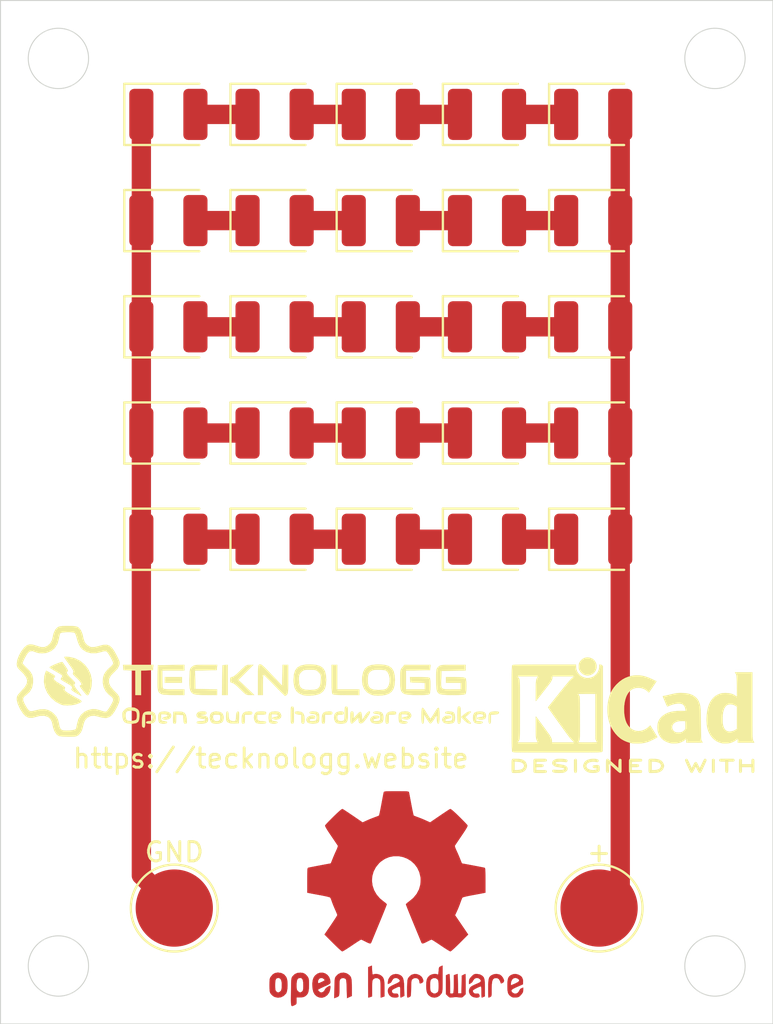
<source format=kicad_pcb>
(kicad_pcb (version 20171130) (host pcbnew 5.1.6-c6e7f7d~87~ubuntu19.10.1)

  (general
    (thickness 1.6)
    (drawings 12)
    (tracks 26)
    (zones 0)
    (modules 30)
    (nets 23)
  )

  (page A4)
  (layers
    (0 F.Cu signal)
    (31 B.Cu signal)
    (32 B.Adhes user)
    (33 F.Adhes user)
    (34 B.Paste user)
    (35 F.Paste user)
    (36 B.SilkS user)
    (37 F.SilkS user)
    (38 B.Mask user)
    (39 F.Mask user)
    (40 Dwgs.User user)
    (41 Cmts.User user)
    (42 Eco1.User user)
    (43 Eco2.User user)
    (44 Edge.Cuts user)
    (45 Margin user)
    (46 B.CrtYd user)
    (47 F.CrtYd user)
    (48 B.Fab user)
    (49 F.Fab user)
  )

  (setup
    (last_trace_width 1)
    (user_trace_width 0.5)
    (user_trace_width 1)
    (trace_clearance 0.2)
    (zone_clearance 0.508)
    (zone_45_only no)
    (trace_min 0.2)
    (via_size 0.8)
    (via_drill 0.4)
    (via_min_size 0.4)
    (via_min_drill 0.3)
    (uvia_size 0.3)
    (uvia_drill 0.1)
    (uvias_allowed no)
    (uvia_min_size 0.2)
    (uvia_min_drill 0.1)
    (edge_width 0.05)
    (segment_width 0.2)
    (pcb_text_width 0.3)
    (pcb_text_size 1.5 1.5)
    (mod_edge_width 0.12)
    (mod_text_size 1 1)
    (mod_text_width 0.15)
    (pad_size 4 4)
    (pad_drill 0)
    (pad_to_mask_clearance 0.05)
    (aux_axis_origin 0 0)
    (visible_elements FFFFFF7F)
    (pcbplotparams
      (layerselection 0x010fc_ffffffff)
      (usegerberextensions false)
      (usegerberattributes true)
      (usegerberadvancedattributes true)
      (creategerberjobfile true)
      (excludeedgelayer true)
      (linewidth 0.100000)
      (plotframeref false)
      (viasonmask false)
      (mode 1)
      (useauxorigin false)
      (hpglpennumber 1)
      (hpglpenspeed 20)
      (hpglpendiameter 15.000000)
      (psnegative false)
      (psa4output false)
      (plotreference true)
      (plotvalue true)
      (plotinvisibletext false)
      (padsonsilk false)
      (subtractmaskfromsilk false)
      (outputformat 1)
      (mirror false)
      (drillshape 1)
      (scaleselection 1)
      (outputdirectory ""))
  )

  (net 0 "")
  (net 1 GND)
  (net 2 "Net-(D1-Pad2)")
  (net 3 "Net-(D2-Pad2)")
  (net 4 "Net-(D3-Pad2)")
  (net 5 "Net-(D4-Pad2)")
  (net 6 +15V)
  (net 7 "Net-(D6-Pad2)")
  (net 8 "Net-(D7-Pad2)")
  (net 9 "Net-(D8-Pad2)")
  (net 10 "Net-(D10-Pad1)")
  (net 11 "Net-(D11-Pad2)")
  (net 12 "Net-(D12-Pad2)")
  (net 13 "Net-(D13-Pad2)")
  (net 14 "Net-(D14-Pad2)")
  (net 15 "Net-(D16-Pad2)")
  (net 16 "Net-(D17-Pad2)")
  (net 17 "Net-(D18-Pad2)")
  (net 18 "Net-(D19-Pad2)")
  (net 19 "Net-(D21-Pad2)")
  (net 20 "Net-(D22-Pad2)")
  (net 21 "Net-(D23-Pad2)")
  (net 22 "Net-(D24-Pad2)")

  (net_class Default "This is the default net class."
    (clearance 0.2)
    (trace_width 0.25)
    (via_dia 0.8)
    (via_drill 0.4)
    (uvia_dia 0.3)
    (uvia_drill 0.1)
    (add_net +15V)
    (add_net GND)
    (add_net "Net-(D1-Pad2)")
    (add_net "Net-(D10-Pad1)")
    (add_net "Net-(D11-Pad2)")
    (add_net "Net-(D12-Pad2)")
    (add_net "Net-(D13-Pad2)")
    (add_net "Net-(D14-Pad2)")
    (add_net "Net-(D16-Pad2)")
    (add_net "Net-(D17-Pad2)")
    (add_net "Net-(D18-Pad2)")
    (add_net "Net-(D19-Pad2)")
    (add_net "Net-(D2-Pad2)")
    (add_net "Net-(D21-Pad2)")
    (add_net "Net-(D22-Pad2)")
    (add_net "Net-(D23-Pad2)")
    (add_net "Net-(D24-Pad2)")
    (add_net "Net-(D3-Pad2)")
    (add_net "Net-(D4-Pad2)")
    (add_net "Net-(D6-Pad2)")
    (add_net "Net-(D7-Pad2)")
    (add_net "Net-(D8-Pad2)")
  )

  (module Symbol:OSHW-Logo2_14.6x12mm_Copper (layer F.Cu) (tedit 0) (tstamp 5F888305)
    (at 225.5 121.5)
    (descr "Open Source Hardware Symbol")
    (tags "Logo Symbol OSHW")
    (attr virtual)
    (fp_text reference REF** (at 0 0) (layer F.SilkS) hide
      (effects (font (size 1 1) (thickness 0.15)))
    )
    (fp_text value OSHW-Logo2_14.6x12mm_Copper (at 0.75 0) (layer F.Fab) hide
      (effects (font (size 1 1) (thickness 0.15)))
    )
    (fp_poly (pts (xy -4.8281 3.861903) (xy -4.71655 3.917522) (xy -4.618092 4.019931) (xy -4.590977 4.057864)
      (xy -4.561438 4.1075) (xy -4.542272 4.161412) (xy -4.531307 4.233364) (xy -4.526371 4.337122)
      (xy -4.525287 4.474101) (xy -4.530182 4.661815) (xy -4.547196 4.802758) (xy -4.579823 4.907908)
      (xy -4.631558 4.988243) (xy -4.705896 5.054741) (xy -4.711358 5.058678) (xy -4.78462 5.098953)
      (xy -4.87284 5.11888) (xy -4.985038 5.123793) (xy -5.167433 5.123793) (xy -5.167509 5.300857)
      (xy -5.169207 5.39947) (xy -5.17955 5.457314) (xy -5.206578 5.492006) (xy -5.258332 5.521164)
      (xy -5.270761 5.527121) (xy -5.328923 5.555039) (xy -5.373956 5.572672) (xy -5.407441 5.574194)
      (xy -5.430962 5.553781) (xy -5.4461 5.505607) (xy -5.454437 5.423846) (xy -5.457556 5.302672)
      (xy -5.45704 5.13626) (xy -5.454471 4.918785) (xy -5.453668 4.853736) (xy -5.450778 4.629502)
      (xy -5.448188 4.482821) (xy -5.167586 4.482821) (xy -5.166009 4.607326) (xy -5.159 4.688787)
      (xy -5.143142 4.742515) (xy -5.115019 4.783823) (xy -5.095925 4.803971) (xy -5.017865 4.862921)
      (xy -4.948753 4.86772) (xy -4.87744 4.819038) (xy -4.875632 4.817241) (xy -4.846617 4.779618)
      (xy -4.828967 4.728484) (xy -4.820064 4.649738) (xy -4.817291 4.529276) (xy -4.817241 4.502588)
      (xy -4.823942 4.336583) (xy -4.845752 4.221505) (xy -4.885235 4.151254) (xy -4.944956 4.119729)
      (xy -4.979472 4.116552) (xy -5.061389 4.13146) (xy -5.117579 4.180548) (xy -5.151402 4.270362)
      (xy -5.16622 4.407445) (xy -5.167586 4.482821) (xy -5.448188 4.482821) (xy -5.447713 4.455952)
      (xy -5.443753 4.325382) (xy -5.438174 4.230087) (xy -5.430254 4.162364) (xy -5.419269 4.114507)
      (xy -5.404499 4.078813) (xy -5.385218 4.047578) (xy -5.376951 4.035824) (xy -5.267288 3.924797)
      (xy -5.128635 3.861847) (xy -4.968246 3.844297) (xy -4.8281 3.861903)) (layer F.Cu) (width 0.01))
    (fp_poly (pts (xy -2.582571 3.877719) (xy -2.488877 3.931914) (xy -2.423736 3.985707) (xy -2.376093 4.042066)
      (xy -2.343272 4.110987) (xy -2.322594 4.202468) (xy -2.31138 4.326506) (xy -2.306951 4.493098)
      (xy -2.306437 4.612851) (xy -2.306437 5.053659) (xy -2.430517 5.109283) (xy -2.554598 5.164907)
      (xy -2.569195 4.682095) (xy -2.575227 4.501779) (xy -2.581555 4.370901) (xy -2.589394 4.280511)
      (xy -2.599963 4.221664) (xy -2.614477 4.185413) (xy -2.634152 4.16281) (xy -2.640465 4.157917)
      (xy -2.736112 4.119706) (xy -2.832793 4.134827) (xy -2.890345 4.174943) (xy -2.913755 4.20337)
      (xy -2.929961 4.240672) (xy -2.940259 4.297223) (xy -2.945951 4.383394) (xy -2.948336 4.509558)
      (xy -2.948736 4.641042) (xy -2.948814 4.805999) (xy -2.951639 4.922761) (xy -2.961093 5.00151)
      (xy -2.98106 5.052431) (xy -3.015424 5.085706) (xy -3.068068 5.11152) (xy -3.138383 5.138344)
      (xy -3.21518 5.167542) (xy -3.206038 4.649346) (xy -3.202357 4.462539) (xy -3.19805 4.32449)
      (xy -3.191877 4.225568) (xy -3.182598 4.156145) (xy -3.168973 4.10659) (xy -3.149761 4.067273)
      (xy -3.126598 4.032584) (xy -3.014848 3.92177) (xy -2.878487 3.857689) (xy -2.730175 3.842339)
      (xy -2.582571 3.877719)) (layer F.Cu) (width 0.01))
    (fp_poly (pts (xy -5.951779 3.866015) (xy -5.814939 3.937968) (xy -5.713949 4.053766) (xy -5.678075 4.128213)
      (xy -5.650161 4.239992) (xy -5.635871 4.381227) (xy -5.634516 4.535371) (xy -5.645405 4.685879)
      (xy -5.667847 4.816205) (xy -5.70115 4.909803) (xy -5.711385 4.925922) (xy -5.832618 5.046249)
      (xy -5.976613 5.118317) (xy -6.132861 5.139408) (xy -6.290852 5.106802) (xy -6.33482 5.087253)
      (xy -6.420444 5.027012) (xy -6.495592 4.947135) (xy -6.502694 4.937004) (xy -6.531561 4.888181)
      (xy -6.550643 4.83599) (xy -6.561916 4.767285) (xy -6.567355 4.668918) (xy -6.568938 4.527744)
      (xy -6.568965 4.496092) (xy -6.568893 4.486019) (xy -6.277011 4.486019) (xy -6.275313 4.619256)
      (xy -6.268628 4.707674) (xy -6.254575 4.764785) (xy -6.230771 4.804102) (xy -6.218621 4.817241)
      (xy -6.148764 4.867172) (xy -6.080941 4.864895) (xy -6.012365 4.821584) (xy -5.971465 4.775346)
      (xy -5.947242 4.707857) (xy -5.933639 4.601433) (xy -5.932706 4.58902) (xy -5.930384 4.396147)
      (xy -5.95465 4.2529) (xy -6.005176 4.16016) (xy -6.081632 4.118807) (xy -6.108924 4.116552)
      (xy -6.180589 4.127893) (xy -6.22961 4.167184) (xy -6.259582 4.242326) (xy -6.274101 4.361222)
      (xy -6.277011 4.486019) (xy -6.568893 4.486019) (xy -6.567878 4.345659) (xy -6.563312 4.240549)
      (xy -6.553312 4.167714) (xy -6.535921 4.114108) (xy -6.509184 4.066681) (xy -6.503276 4.057864)
      (xy -6.403968 3.939007) (xy -6.295758 3.870008) (xy -6.164019 3.842619) (xy -6.119283 3.841281)
      (xy -5.951779 3.866015)) (layer F.Cu) (width 0.01))
    (fp_poly (pts (xy -3.684448 3.884676) (xy -3.569342 3.962111) (xy -3.480389 4.073949) (xy -3.427251 4.216265)
      (xy -3.416503 4.321015) (xy -3.417724 4.364726) (xy -3.427944 4.398194) (xy -3.456039 4.428179)
      (xy -3.510884 4.46144) (xy -3.601355 4.504738) (xy -3.736328 4.564833) (xy -3.737011 4.565134)
      (xy -3.861249 4.622037) (xy -3.963127 4.672565) (xy -4.032233 4.71128) (xy -4.058154 4.73274)
      (xy -4.058161 4.732913) (xy -4.035315 4.779644) (xy -3.981891 4.831154) (xy -3.920558 4.868261)
      (xy -3.889485 4.875632) (xy -3.804711 4.850138) (xy -3.731707 4.786291) (xy -3.696087 4.716094)
      (xy -3.66182 4.664343) (xy -3.594697 4.605409) (xy -3.515792 4.554496) (xy -3.446179 4.526809)
      (xy -3.431623 4.525287) (xy -3.415237 4.550321) (xy -3.41425 4.614311) (xy -3.426292 4.700593)
      (xy -3.448993 4.792501) (xy -3.479986 4.873369) (xy -3.481552 4.876509) (xy -3.574819 5.006734)
      (xy -3.695696 5.095311) (xy -3.832973 5.138786) (xy -3.97544 5.133706) (xy -4.111888 5.076616)
      (xy -4.117955 5.072602) (xy -4.22529 4.975326) (xy -4.295868 4.848409) (xy -4.334926 4.681526)
      (xy -4.340168 4.634639) (xy -4.349452 4.413329) (xy -4.338322 4.310124) (xy -4.058161 4.310124)
      (xy -4.054521 4.374503) (xy -4.034611 4.393291) (xy -3.984974 4.379235) (xy -3.906733 4.346009)
      (xy -3.819274 4.304359) (xy -3.817101 4.303256) (xy -3.74297 4.264265) (xy -3.713219 4.238244)
      (xy -3.720555 4.210965) (xy -3.751447 4.175121) (xy -3.83004 4.123251) (xy -3.914677 4.119439)
      (xy -3.990597 4.157189) (xy -4.043035 4.230001) (xy -4.058161 4.310124) (xy -4.338322 4.310124)
      (xy -4.330356 4.236261) (xy -4.281366 4.095829) (xy -4.213164 3.997447) (xy -4.090065 3.89803)
      (xy -3.954472 3.848711) (xy -3.816045 3.845568) (xy -3.684448 3.884676)) (layer F.Cu) (width 0.01))
    (fp_poly (pts (xy -1.255402 3.723857) (xy -1.246846 3.843188) (xy -1.237019 3.913506) (xy -1.223401 3.944179)
      (xy -1.203473 3.944571) (xy -1.197011 3.94091) (xy -1.11106 3.914398) (xy -0.999255 3.915946)
      (xy -0.885586 3.943199) (xy -0.81449 3.978455) (xy -0.741595 4.034778) (xy -0.688307 4.098519)
      (xy -0.651725 4.17951) (xy -0.62895 4.287586) (xy -0.617081 4.43258) (xy -0.613218 4.624326)
      (xy -0.613149 4.661109) (xy -0.613103 5.074288) (xy -0.705046 5.106339) (xy -0.770348 5.128144)
      (xy -0.806176 5.138297) (xy -0.80723 5.138391) (xy -0.810758 5.11086) (xy -0.813761 5.034923)
      (xy -0.81601 4.920565) (xy -0.817276 4.777769) (xy -0.817471 4.690951) (xy -0.817877 4.519773)
      (xy -0.819968 4.397088) (xy -0.825053 4.313) (xy -0.83444 4.257614) (xy -0.849439 4.221032)
      (xy -0.871358 4.193359) (xy -0.885043 4.180032) (xy -0.979051 4.126328) (xy -1.081636 4.122307)
      (xy -1.17471 4.167725) (xy -1.191922 4.184123) (xy -1.217168 4.214957) (xy -1.23468 4.251531)
      (xy -1.245858 4.304415) (xy -1.252104 4.384177) (xy -1.254818 4.501385) (xy -1.255402 4.662991)
      (xy -1.255402 5.074288) (xy -1.347345 5.106339) (xy -1.412647 5.128144) (xy -1.448475 5.138297)
      (xy -1.449529 5.138391) (xy -1.452225 5.110448) (xy -1.454655 5.03163) (xy -1.456722 4.909453)
      (xy -1.458329 4.751432) (xy -1.459377 4.565083) (xy -1.459769 4.35792) (xy -1.45977 4.348706)
      (xy -1.45977 3.55902) (xy -1.364885 3.518997) (xy -1.27 3.478973) (xy -1.255402 3.723857)) (layer F.Cu) (width 0.01))
    (fp_poly (pts (xy 0.079944 3.92436) (xy 0.194343 3.966842) (xy 0.195652 3.967658) (xy 0.266403 4.01973)
      (xy 0.318636 4.080584) (xy 0.355371 4.159887) (xy 0.379634 4.267309) (xy 0.394445 4.412517)
      (xy 0.402829 4.605179) (xy 0.403564 4.632628) (xy 0.41412 5.046521) (xy 0.325291 5.092456)
      (xy 0.261018 5.123498) (xy 0.22221 5.138206) (xy 0.220415 5.138391) (xy 0.2137 5.11125)
      (xy 0.208365 5.038041) (xy 0.205083 4.931081) (xy 0.204368 4.844469) (xy 0.204351 4.704162)
      (xy 0.197937 4.616051) (xy 0.17558 4.574025) (xy 0.127732 4.571975) (xy 0.044849 4.60379)
      (xy -0.080287 4.662272) (xy -0.172303 4.710845) (xy -0.219629 4.752986) (xy -0.233542 4.798916)
      (xy -0.233563 4.801189) (xy -0.210605 4.880311) (xy -0.14263 4.923055) (xy -0.038602 4.929246)
      (xy 0.03633 4.928172) (xy 0.075839 4.949753) (xy 0.100478 5.001591) (xy 0.114659 5.067632)
      (xy 0.094223 5.105104) (xy 0.086528 5.110467) (xy 0.014083 5.132006) (xy -0.087367 5.135055)
      (xy -0.191843 5.120778) (xy -0.265875 5.094688) (xy -0.368228 5.007785) (xy -0.426409 4.886816)
      (xy -0.437931 4.792308) (xy -0.429138 4.707062) (xy -0.39732 4.637476) (xy -0.334316 4.575672)
      (xy -0.231969 4.513772) (xy -0.082118 4.443897) (xy -0.072988 4.439948) (xy 0.061997 4.377588)
      (xy 0.145294 4.326446) (xy 0.180997 4.280488) (xy 0.173203 4.233683) (xy 0.126007 4.179998)
      (xy 0.111894 4.167644) (xy 0.017359 4.119741) (xy -0.080594 4.121758) (xy -0.165903 4.168724)
      (xy -0.222504 4.255669) (xy -0.227763 4.272734) (xy -0.278977 4.355504) (xy -0.343963 4.395372)
      (xy -0.437931 4.434882) (xy -0.437931 4.332658) (xy -0.409347 4.184072) (xy -0.324505 4.047784)
      (xy -0.280355 4.002191) (xy -0.179995 3.943674) (xy -0.052365 3.917184) (xy 0.079944 3.92436)) (layer F.Cu) (width 0.01))
    (fp_poly (pts (xy 1.065943 3.92192) (xy 1.198565 3.970859) (xy 1.30601 4.057419) (xy 1.348032 4.118352)
      (xy 1.393843 4.230161) (xy 1.392891 4.311006) (xy 1.344808 4.365378) (xy 1.327017 4.374624)
      (xy 1.250204 4.40345) (xy 1.210976 4.396065) (xy 1.197689 4.347658) (xy 1.197012 4.32092)
      (xy 1.172686 4.222548) (xy 1.109281 4.153734) (xy 1.021154 4.120498) (xy 0.922663 4.128861)
      (xy 0.842602 4.172296) (xy 0.815561 4.197072) (xy 0.796394 4.227129) (xy 0.783446 4.272565)
      (xy 0.775064 4.343476) (xy 0.769593 4.44996) (xy 0.765378 4.602112) (xy 0.764287 4.650287)
      (xy 0.760307 4.815095) (xy 0.755781 4.931088) (xy 0.748995 5.007833) (xy 0.738231 5.054893)
      (xy 0.721773 5.081835) (xy 0.697906 5.098223) (xy 0.682626 5.105463) (xy 0.617733 5.13022)
      (xy 0.579534 5.138391) (xy 0.566912 5.111103) (xy 0.559208 5.028603) (xy 0.55638 4.889941)
      (xy 0.558386 4.694162) (xy 0.559011 4.663965) (xy 0.563421 4.485349) (xy 0.568635 4.354923)
      (xy 0.576055 4.262492) (xy 0.587082 4.197858) (xy 0.603117 4.150825) (xy 0.625561 4.111196)
      (xy 0.637302 4.094215) (xy 0.704619 4.01908) (xy 0.77991 3.960638) (xy 0.789128 3.955536)
      (xy 0.924133 3.91526) (xy 1.065943 3.92192)) (layer F.Cu) (width 0.01))
    (fp_poly (pts (xy 2.393914 4.154455) (xy 2.393543 4.372661) (xy 2.392108 4.540519) (xy 2.389002 4.66607)
      (xy 2.383622 4.757355) (xy 2.375362 4.822415) (xy 2.363616 4.869291) (xy 2.347781 4.906024)
      (xy 2.33579 4.926991) (xy 2.23649 5.040694) (xy 2.110588 5.111965) (xy 1.971291 5.137538)
      (xy 1.831805 5.11415) (xy 1.748743 5.072119) (xy 1.661545 4.999411) (xy 1.602117 4.910612)
      (xy 1.566261 4.79432) (xy 1.549781 4.639135) (xy 1.547447 4.525287) (xy 1.547761 4.517106)
      (xy 1.751724 4.517106) (xy 1.75297 4.647657) (xy 1.758678 4.73408) (xy 1.771804 4.790618)
      (xy 1.795306 4.831514) (xy 1.823386 4.862362) (xy 1.917688 4.921905) (xy 2.01894 4.926992)
      (xy 2.114636 4.877279) (xy 2.122084 4.870543) (xy 2.153874 4.835502) (xy 2.173808 4.793811)
      (xy 2.1846 4.731762) (xy 2.188965 4.635644) (xy 2.189655 4.529379) (xy 2.188159 4.39588)
      (xy 2.181964 4.306822) (xy 2.168514 4.248293) (xy 2.145251 4.206382) (xy 2.126175 4.184123)
      (xy 2.037563 4.127985) (xy 1.935508 4.121235) (xy 1.838095 4.164114) (xy 1.819296 4.180032)
      (xy 1.787293 4.215382) (xy 1.767318 4.257502) (xy 1.756593 4.320251) (xy 1.752339 4.417487)
      (xy 1.751724 4.517106) (xy 1.547761 4.517106) (xy 1.554504 4.341947) (xy 1.578472 4.204195)
      (xy 1.623548 4.100632) (xy 1.693928 4.019856) (xy 1.748743 3.978455) (xy 1.848376 3.933728)
      (xy 1.963855 3.912967) (xy 2.071199 3.918525) (xy 2.131264 3.940943) (xy 2.154835 3.947323)
      (xy 2.170477 3.923535) (xy 2.181395 3.859788) (xy 2.189655 3.762687) (xy 2.198699 3.654541)
      (xy 2.211261 3.589475) (xy 2.234119 3.552268) (xy 2.274051 3.527699) (xy 2.299138 3.516819)
      (xy 2.394023 3.477072) (xy 2.393914 4.154455)) (layer F.Cu) (width 0.01))
    (fp_poly (pts (xy 3.580124 3.93984) (xy 3.584579 4.016653) (xy 3.588071 4.133391) (xy 3.590315 4.280821)
      (xy 3.591035 4.435455) (xy 3.591035 4.958727) (xy 3.498645 5.051117) (xy 3.434978 5.108047)
      (xy 3.379089 5.131107) (xy 3.302702 5.129647) (xy 3.27238 5.125934) (xy 3.17761 5.115126)
      (xy 3.099222 5.108933) (xy 3.080115 5.108361) (xy 3.015699 5.112102) (xy 2.923571 5.121494)
      (xy 2.88785 5.125934) (xy 2.800114 5.132801) (xy 2.741153 5.117885) (xy 2.68269 5.071835)
      (xy 2.661585 5.051117) (xy 2.569195 4.958727) (xy 2.569195 3.979947) (xy 2.643558 3.946066)
      (xy 2.70759 3.92097) (xy 2.745052 3.912184) (xy 2.754657 3.93995) (xy 2.763635 4.01753)
      (xy 2.771386 4.136348) (xy 2.777314 4.287828) (xy 2.780173 4.415805) (xy 2.788161 4.919425)
      (xy 2.857848 4.929278) (xy 2.921229 4.922389) (xy 2.952286 4.900083) (xy 2.960967 4.858379)
      (xy 2.968378 4.769544) (xy 2.973931 4.644834) (xy 2.977036 4.495507) (xy 2.977484 4.418661)
      (xy 2.977931 3.976287) (xy 3.069874 3.944235) (xy 3.134949 3.922443) (xy 3.170347 3.912281)
      (xy 3.171368 3.912184) (xy 3.17492 3.939809) (xy 3.178823 4.016411) (xy 3.182751 4.132579)
      (xy 3.186376 4.278904) (xy 3.188908 4.415805) (xy 3.196897 4.919425) (xy 3.372069 4.919425)
      (xy 3.380107 4.459965) (xy 3.388146 4.000505) (xy 3.473543 3.956344) (xy 3.536593 3.926019)
      (xy 3.57391 3.912258) (xy 3.574987 3.912184) (xy 3.580124 3.93984)) (layer F.Cu) (width 0.01))
    (fp_poly (pts (xy 4.314406 3.935156) (xy 4.398469 3.973393) (xy 4.46445 4.019726) (xy 4.512794 4.071532)
      (xy 4.546172 4.138363) (xy 4.567253 4.229769) (xy 4.578707 4.355301) (xy 4.583203 4.524508)
      (xy 4.583678 4.635933) (xy 4.583678 5.070627) (xy 4.509316 5.104509) (xy 4.450746 5.129272)
      (xy 4.42173 5.138391) (xy 4.416179 5.111257) (xy 4.411775 5.038094) (xy 4.409078 4.931263)
      (xy 4.408506 4.846437) (xy 4.406046 4.723887) (xy 4.399412 4.626668) (xy 4.389726 4.567134)
      (xy 4.382032 4.554483) (xy 4.330311 4.567402) (xy 4.249117 4.600539) (xy 4.155102 4.645461)
      (xy 4.064917 4.693735) (xy 3.995215 4.736928) (xy 3.962648 4.766608) (xy 3.962519 4.766929)
      (xy 3.96532 4.821857) (xy 3.990439 4.874292) (xy 4.034541 4.916881) (xy 4.098909 4.931126)
      (xy 4.153921 4.929466) (xy 4.231835 4.928245) (xy 4.272732 4.946498) (xy 4.297295 4.994726)
      (xy 4.300392 5.00382) (xy 4.31104 5.072598) (xy 4.282565 5.11436) (xy 4.208344 5.134263)
      (xy 4.128168 5.137944) (xy 3.98389 5.110658) (xy 3.909203 5.07169) (xy 3.816963 4.980148)
      (xy 3.768043 4.867782) (xy 3.763654 4.749051) (xy 3.805001 4.638411) (xy 3.867197 4.56908)
      (xy 3.929294 4.530265) (xy 4.026895 4.481125) (xy 4.140632 4.431292) (xy 4.15959 4.423677)
      (xy 4.284521 4.368545) (xy 4.356539 4.319954) (xy 4.3797 4.271647) (xy 4.358064 4.21737)
      (xy 4.32092 4.174943) (xy 4.233127 4.122702) (xy 4.13653 4.118784) (xy 4.047944 4.159041)
      (xy 3.984186 4.239326) (xy 3.975817 4.26004) (xy 3.927096 4.336225) (xy 3.855965 4.392785)
      (xy 3.766207 4.439201) (xy 3.766207 4.307584) (xy 3.77149 4.227168) (xy 3.794142 4.163786)
      (xy 3.844367 4.096163) (xy 3.892582 4.044076) (xy 3.967554 3.970322) (xy 4.025806 3.930702)
      (xy 4.088372 3.91481) (xy 4.159193 3.912184) (xy 4.314406 3.935156)) (layer F.Cu) (width 0.01))
    (fp_poly (pts (xy 5.33569 3.940018) (xy 5.370585 3.955269) (xy 5.453877 4.021235) (xy 5.525103 4.116618)
      (xy 5.569153 4.218406) (xy 5.576322 4.268587) (xy 5.552285 4.338647) (xy 5.499561 4.375717)
      (xy 5.443031 4.398164) (xy 5.417146 4.4023) (xy 5.404542 4.372283) (xy 5.379654 4.306961)
      (xy 5.368735 4.277445) (xy 5.307508 4.175348) (xy 5.218861 4.124423) (xy 5.105193 4.125989)
      (xy 5.096774 4.127994) (xy 5.036088 4.156767) (xy 4.991474 4.212859) (xy 4.961002 4.303163)
      (xy 4.942744 4.434571) (xy 4.934771 4.613974) (xy 4.934023 4.709433) (xy 4.933652 4.859913)
      (xy 4.931223 4.962495) (xy 4.92476 5.027672) (xy 4.912288 5.065938) (xy 4.891833 5.087785)
      (xy 4.861419 5.103707) (xy 4.859661 5.104509) (xy 4.801091 5.129272) (xy 4.772075 5.138391)
      (xy 4.767616 5.110822) (xy 4.763799 5.03462) (xy 4.760899 4.919541) (xy 4.759191 4.775341)
      (xy 4.758851 4.669814) (xy 4.760588 4.465613) (xy 4.767382 4.310697) (xy 4.781607 4.196024)
      (xy 4.805638 4.112551) (xy 4.841848 4.051236) (xy 4.892612 4.003034) (xy 4.942739 3.969393)
      (xy 5.063275 3.924619) (xy 5.203557 3.914521) (xy 5.33569 3.940018)) (layer F.Cu) (width 0.01))
    (fp_poly (pts (xy 6.343439 3.95654) (xy 6.45895 4.032034) (xy 6.514664 4.099617) (xy 6.558804 4.222255)
      (xy 6.562309 4.319298) (xy 6.554368 4.449056) (xy 6.255115 4.580039) (xy 6.109611 4.646958)
      (xy 6.014537 4.70079) (xy 5.965101 4.747416) (xy 5.956511 4.79272) (xy 5.983972 4.842582)
      (xy 6.014253 4.875632) (xy 6.102363 4.928633) (xy 6.198196 4.932347) (xy 6.286212 4.891041)
      (xy 6.350869 4.808983) (xy 6.362433 4.780008) (xy 6.417825 4.689509) (xy 6.481553 4.65094)
      (xy 6.568966 4.617946) (xy 6.568966 4.743034) (xy 6.561238 4.828156) (xy 6.530966 4.899938)
      (xy 6.467518 4.982356) (xy 6.458088 4.993066) (xy 6.387513 5.066391) (xy 6.326847 5.105742)
      (xy 6.25095 5.123845) (xy 6.18803 5.129774) (xy 6.075487 5.131251) (xy 5.99537 5.112535)
      (xy 5.94539 5.084747) (xy 5.866838 5.023641) (xy 5.812463 4.957554) (xy 5.778052 4.874441)
      (xy 5.759388 4.762254) (xy 5.752256 4.608946) (xy 5.751687 4.531136) (xy 5.753622 4.437853)
      (xy 5.929899 4.437853) (xy 5.931944 4.487896) (xy 5.937039 4.496092) (xy 5.970666 4.484958)
      (xy 6.04303 4.455493) (xy 6.139747 4.413601) (xy 6.159973 4.404597) (xy 6.282203 4.342442)
      (xy 6.349547 4.287815) (xy 6.364348 4.236649) (xy 6.328947 4.184876) (xy 6.299711 4.162)
      (xy 6.194216 4.11625) (xy 6.095476 4.123808) (xy 6.012812 4.179651) (xy 5.955548 4.278753)
      (xy 5.937188 4.357414) (xy 5.929899 4.437853) (xy 5.753622 4.437853) (xy 5.755459 4.349351)
      (xy 5.769359 4.214853) (xy 5.796894 4.116916) (xy 5.841572 4.044811) (xy 5.906901 3.987813)
      (xy 5.935383 3.969393) (xy 6.064763 3.921422) (xy 6.206412 3.918403) (xy 6.343439 3.95654)) (layer F.Cu) (width 0.01))
    (fp_poly (pts (xy 0.209014 -5.547002) (xy 0.367006 -5.546137) (xy 0.481347 -5.543795) (xy 0.559407 -5.539238)
      (xy 0.608554 -5.53173) (xy 0.636159 -5.520534) (xy 0.649592 -5.504912) (xy 0.656221 -5.484127)
      (xy 0.656865 -5.481437) (xy 0.666935 -5.432887) (xy 0.685575 -5.337095) (xy 0.710845 -5.204257)
      (xy 0.740807 -5.044569) (xy 0.773522 -4.868226) (xy 0.774664 -4.862033) (xy 0.807433 -4.689218)
      (xy 0.838093 -4.536531) (xy 0.864664 -4.413129) (xy 0.885167 -4.328169) (xy 0.897626 -4.29081)
      (xy 0.89822 -4.290148) (xy 0.934919 -4.271905) (xy 1.010586 -4.241503) (xy 1.108878 -4.205507)
      (xy 1.109425 -4.205315) (xy 1.233233 -4.158778) (xy 1.379196 -4.099496) (xy 1.516781 -4.039891)
      (xy 1.523293 -4.036944) (xy 1.74739 -3.935235) (xy 2.243619 -4.274103) (xy 2.395846 -4.377408)
      (xy 2.533741 -4.469763) (xy 2.649315 -4.545916) (xy 2.734579 -4.600615) (xy 2.781544 -4.628607)
      (xy 2.786004 -4.630683) (xy 2.820134 -4.62144) (xy 2.883881 -4.576844) (xy 2.979731 -4.494791)
      (xy 3.110169 -4.373179) (xy 3.243328 -4.243795) (xy 3.371694 -4.116298) (xy 3.486581 -3.999954)
      (xy 3.581073 -3.901948) (xy 3.648253 -3.829464) (xy 3.681206 -3.789687) (xy 3.682432 -3.787639)
      (xy 3.686074 -3.760344) (xy 3.67235 -3.715766) (xy 3.637869 -3.647888) (xy 3.579239 -3.550689)
      (xy 3.49307 -3.418149) (xy 3.3782 -3.247524) (xy 3.276254 -3.097345) (xy 3.185123 -2.96265)
      (xy 3.110073 -2.85126) (xy 3.056369 -2.770995) (xy 3.02928 -2.729675) (xy 3.027574 -2.72687)
      (xy 3.030882 -2.687279) (xy 3.055953 -2.610331) (xy 3.097798 -2.510568) (xy 3.112712 -2.478709)
      (xy 3.177786 -2.336774) (xy 3.247212 -2.175727) (xy 3.303609 -2.036379) (xy 3.344247 -1.932956)
      (xy 3.376526 -1.854358) (xy 3.395178 -1.81328) (xy 3.397497 -1.810115) (xy 3.431803 -1.804872)
      (xy 3.512669 -1.790506) (xy 3.629343 -1.769063) (xy 3.771075 -1.742587) (xy 3.92711 -1.713123)
      (xy 4.086698 -1.682717) (xy 4.239085 -1.653412) (xy 4.373521 -1.627255) (xy 4.479252 -1.60629)
      (xy 4.545526 -1.592561) (xy 4.561782 -1.58868) (xy 4.578573 -1.5791) (xy 4.591249 -1.557464)
      (xy 4.600378 -1.516469) (xy 4.606531 -1.448811) (xy 4.61028 -1.347188) (xy 4.612192 -1.204297)
      (xy 4.61284 -1.012835) (xy 4.612874 -0.934355) (xy 4.612874 -0.296094) (xy 4.459598 -0.26584)
      (xy 4.374322 -0.249436) (xy 4.24707 -0.225491) (xy 4.093315 -0.196893) (xy 3.928534 -0.166533)
      (xy 3.882989 -0.158194) (xy 3.730932 -0.12863) (xy 3.598468 -0.099558) (xy 3.496714 -0.073671)
      (xy 3.436788 -0.053663) (xy 3.426805 -0.047699) (xy 3.402293 -0.005466) (xy 3.367148 0.07637)
      (xy 3.328173 0.181683) (xy 3.320442 0.204368) (xy 3.26936 0.345018) (xy 3.205954 0.503714)
      (xy 3.143904 0.646225) (xy 3.143598 0.646886) (xy 3.040267 0.87044) (xy 3.719961 1.870232)
      (xy 3.283621 2.3073) (xy 3.151649 2.437381) (xy 3.031279 2.552048) (xy 2.929273 2.645181)
      (xy 2.852391 2.710658) (xy 2.807393 2.742357) (xy 2.800938 2.744368) (xy 2.76304 2.728529)
      (xy 2.685708 2.684496) (xy 2.577389 2.61749) (xy 2.446532 2.532734) (xy 2.305052 2.437816)
      (xy 2.161461 2.340998) (xy 2.033435 2.256751) (xy 1.929105 2.190258) (xy 1.8566 2.146702)
      (xy 1.824158 2.131264) (xy 1.784576 2.144328) (xy 1.709519 2.17875) (xy 1.614468 2.22738)
      (xy 1.604392 2.232785) (xy 1.476391 2.29698) (xy 1.388618 2.328463) (xy 1.334028 2.328798)
      (xy 1.305575 2.299548) (xy 1.30541 2.299138) (xy 1.291188 2.264498) (xy 1.257269 2.182269)
      (xy 1.206284 2.058814) (xy 1.140862 1.900498) (xy 1.063634 1.713686) (xy 0.977229 1.504742)
      (xy 0.893551 1.302446) (xy 0.801588 1.0792) (xy 0.71715 0.872392) (xy 0.642769 0.688362)
      (xy 0.580974 0.533451) (xy 0.534297 0.413996) (xy 0.505268 0.336339) (xy 0.496322 0.307356)
      (xy 0.518756 0.27411) (xy 0.577439 0.221123) (xy 0.655689 0.162704) (xy 0.878534 -0.022048)
      (xy 1.052718 -0.233818) (xy 1.176154 -0.468144) (xy 1.246754 -0.720566) (xy 1.262431 -0.986623)
      (xy 1.251036 -1.109425) (xy 1.18895 -1.364207) (xy 1.082023 -1.589199) (xy 0.936889 -1.782183)
      (xy 0.760178 -1.940939) (xy 0.558522 -2.06325) (xy 0.338554 -2.146895) (xy 0.106906 -2.189656)
      (xy -0.129791 -2.189313) (xy -0.364905 -2.143648) (xy -0.591804 -2.050441) (xy -0.803856 -1.907473)
      (xy -0.892364 -1.826617) (xy -1.062111 -1.618993) (xy -1.180301 -1.392105) (xy -1.247722 -1.152567)
      (xy -1.26516 -0.906993) (xy -1.233402 -0.661997) (xy -1.153235 -0.424192) (xy -1.025445 -0.200193)
      (xy -0.85082 0.003387) (xy -0.655688 0.162704) (xy -0.574409 0.223602) (xy -0.516991 0.276015)
      (xy -0.496322 0.307406) (xy -0.507144 0.341639) (xy -0.537923 0.423419) (xy -0.586126 0.546407)
      (xy -0.649222 0.704263) (xy -0.724678 0.890649) (xy -0.809962 1.099226) (xy -0.893781 1.302496)
      (xy -0.986255 1.525933) (xy -1.071911 1.732984) (xy -1.148118 1.917286) (xy -1.212247 2.072475)
      (xy -1.261668 2.192188) (xy -1.293752 2.270061) (xy -1.305641 2.299138) (xy -1.333726 2.328677)
      (xy -1.388051 2.328591) (xy -1.475605 2.297326) (xy -1.603381 2.233329) (xy -1.604392 2.232785)
      (xy -1.700598 2.183121) (xy -1.778369 2.146945) (xy -1.822223 2.131408) (xy -1.824158 2.131264)
      (xy -1.857171 2.147024) (xy -1.930054 2.19085) (xy -2.034678 2.257557) (xy -2.16291 2.341964)
      (xy -2.305052 2.437816) (xy -2.449767 2.534867) (xy -2.580196 2.61927) (xy -2.68789 2.685801)
      (xy -2.764402 2.729238) (xy -2.800938 2.744368) (xy -2.834582 2.724482) (xy -2.902224 2.668903)
      (xy -2.997107 2.583754) (xy -3.11247 2.475153) (xy -3.241555 2.349221) (xy -3.283771 2.307149)
      (xy -3.720261 1.869931) (xy -3.388023 1.38234) (xy -3.287054 1.232605) (xy -3.198438 1.09822)
      (xy -3.127146 0.986969) (xy -3.07815 0.906639) (xy -3.056422 0.865014) (xy -3.055785 0.862053)
      (xy -3.06724 0.822818) (xy -3.098051 0.743895) (xy -3.142884 0.638509) (xy -3.174353 0.567954)
      (xy -3.233192 0.432876) (xy -3.288604 0.296409) (xy -3.331564 0.181103) (xy -3.343234 0.145977)
      (xy -3.376389 0.052174) (xy -3.408799 -0.020306) (xy -3.426601 -0.047699) (xy -3.465886 -0.064464)
      (xy -3.551626 -0.08823) (xy -3.672697 -0.116303) (xy -3.817973 -0.145991) (xy -3.882988 -0.158194)
      (xy -4.048087 -0.188532) (xy -4.206448 -0.217907) (xy -4.342596 -0.243431) (xy -4.441057 -0.262215)
      (xy -4.459598 -0.26584) (xy -4.612873 -0.296094) (xy -4.612873 -0.934355) (xy -4.612529 -1.14423)
      (xy -4.611116 -1.30302) (xy -4.608064 -1.418027) (xy -4.602803 -1.496554) (xy -4.594763 -1.545904)
      (xy -4.583373 -1.573381) (xy -4.568063 -1.586287) (xy -4.561782 -1.58868) (xy -4.523896 -1.597167)
      (xy -4.440195 -1.6141) (xy -4.321433 -1.637434) (xy -4.178361 -1.665125) (xy -4.021732 -1.695127)
      (xy -3.862297 -1.725396) (xy -3.710809 -1.753885) (xy -3.578019 -1.778551) (xy -3.474681 -1.797349)
      (xy -3.411545 -1.808233) (xy -3.397497 -1.810115) (xy -3.38477 -1.835296) (xy -3.3566 -1.902378)
      (xy -3.318252 -1.998667) (xy -3.303609 -2.036379) (xy -3.244548 -2.182079) (xy -3.175 -2.343049)
      (xy -3.112712 -2.478709) (xy -3.066879 -2.582439) (xy -3.036387 -2.667674) (xy -3.026208 -2.719874)
      (xy -3.027831 -2.72687) (xy -3.049343 -2.759898) (xy -3.098465 -2.833357) (xy -3.169923 -2.939423)
      (xy -3.258445 -3.070274) (xy -3.358759 -3.218088) (xy -3.378594 -3.247266) (xy -3.494988 -3.420137)
      (xy -3.580548 -3.551774) (xy -3.638684 -3.648239) (xy -3.672808 -3.715592) (xy -3.686331 -3.759894)
      (xy -3.682664 -3.787206) (xy -3.68257 -3.78738) (xy -3.653707 -3.823254) (xy -3.589867 -3.892609)
      (xy -3.497969 -3.988255) (xy -3.384933 -4.103001) (xy -3.257679 -4.229659) (xy -3.243328 -4.243795)
      (xy -3.082957 -4.399097) (xy -2.959195 -4.51313) (xy -2.869555 -4.587998) (xy -2.811552 -4.625804)
      (xy -2.786004 -4.630683) (xy -2.748718 -4.609397) (xy -2.671343 -4.560227) (xy -2.561867 -4.488425)
      (xy -2.42828 -4.399245) (xy -2.27857 -4.297937) (xy -2.243618 -4.274103) (xy -1.74739 -3.935235)
      (xy -1.523293 -4.036944) (xy -1.387011 -4.096217) (xy -1.240724 -4.15583) (xy -1.114965 -4.20336)
      (xy -1.109425 -4.205315) (xy -1.011057 -4.241323) (xy -0.935229 -4.271771) (xy -0.898282 -4.290095)
      (xy -0.89822 -4.290148) (xy -0.886496 -4.323271) (xy -0.866568 -4.404733) (xy -0.840413 -4.525375)
      (xy -0.81001 -4.676041) (xy -0.777337 -4.847572) (xy -0.774664 -4.862033) (xy -0.74189 -5.038765)
      (xy -0.711802 -5.19919) (xy -0.686339 -5.333112) (xy -0.667441 -5.430337) (xy -0.657047 -5.480668)
      (xy -0.656865 -5.481437) (xy -0.650539 -5.502847) (xy -0.638239 -5.519012) (xy -0.612594 -5.530669)
      (xy -0.566235 -5.538555) (xy -0.491792 -5.543407) (xy -0.381895 -5.545961) (xy -0.229175 -5.546955)
      (xy -0.026262 -5.547126) (xy 0 -5.547126) (xy 0.209014 -5.547002)) (layer F.Cu) (width 0.01))
  )

  (module Symbol:KiCad-Logo2_5mm_SilkScreen (layer F.Cu) (tedit 0) (tstamp 5F886E78)
    (at 237.75 112)
    (descr "KiCad Logo")
    (tags "Logo KiCad")
    (attr virtual)
    (fp_text reference REF** (at 0 -5.08) (layer F.SilkS) hide
      (effects (font (size 1 1) (thickness 0.15)))
    )
    (fp_text value KiCad-Logo2_5mm_SilkScreen (at 0 5.08) (layer F.Fab) hide
      (effects (font (size 1 1) (thickness 0.15)))
    )
    (fp_poly (pts (xy -2.9464 -2.510946) (xy -2.935535 -2.397007) (xy -2.903918 -2.289384) (xy -2.853015 -2.190385)
      (xy -2.784293 -2.102316) (xy -2.699219 -2.027484) (xy -2.602232 -1.969616) (xy -2.495964 -1.929995)
      (xy -2.38895 -1.911427) (xy -2.2833 -1.912566) (xy -2.181125 -1.93207) (xy -2.084534 -1.968594)
      (xy -1.995638 -2.020795) (xy -1.916546 -2.087327) (xy -1.849369 -2.166848) (xy -1.796217 -2.258013)
      (xy -1.759199 -2.359477) (xy -1.740427 -2.469898) (xy -1.738489 -2.519794) (xy -1.738489 -2.607733)
      (xy -1.68656 -2.607733) (xy -1.650253 -2.604889) (xy -1.623355 -2.593089) (xy -1.596249 -2.569351)
      (xy -1.557867 -2.530969) (xy -1.557867 -0.339398) (xy -1.557876 -0.077261) (xy -1.557908 0.163241)
      (xy -1.557972 0.383048) (xy -1.558076 0.583101) (xy -1.558227 0.764344) (xy -1.558434 0.927716)
      (xy -1.558706 1.07416) (xy -1.55905 1.204617) (xy -1.559474 1.320029) (xy -1.559987 1.421338)
      (xy -1.560597 1.509484) (xy -1.561312 1.58541) (xy -1.56214 1.650057) (xy -1.563089 1.704367)
      (xy -1.564167 1.74928) (xy -1.565383 1.78574) (xy -1.566745 1.814687) (xy -1.568261 1.837063)
      (xy -1.569938 1.853809) (xy -1.571786 1.865868) (xy -1.573813 1.87418) (xy -1.576025 1.879687)
      (xy -1.577108 1.881537) (xy -1.581271 1.888549) (xy -1.584805 1.894996) (xy -1.588635 1.9009)
      (xy -1.593682 1.906286) (xy -1.600871 1.911178) (xy -1.611123 1.915598) (xy -1.625364 1.919572)
      (xy -1.644514 1.923121) (xy -1.669499 1.92627) (xy -1.70124 1.929042) (xy -1.740662 1.931461)
      (xy -1.788686 1.933551) (xy -1.846237 1.935335) (xy -1.914237 1.936837) (xy -1.99361 1.93808)
      (xy -2.085279 1.939089) (xy -2.190166 1.939885) (xy -2.309196 1.940494) (xy -2.44329 1.940939)
      (xy -2.593373 1.941243) (xy -2.760367 1.94143) (xy -2.945196 1.941524) (xy -3.148783 1.941548)
      (xy -3.37205 1.941525) (xy -3.615922 1.94148) (xy -3.881321 1.941437) (xy -3.919704 1.941432)
      (xy -4.186682 1.941389) (xy -4.432002 1.941318) (xy -4.656583 1.941213) (xy -4.861345 1.941066)
      (xy -5.047206 1.940869) (xy -5.215088 1.940616) (xy -5.365908 1.9403) (xy -5.500587 1.939913)
      (xy -5.620044 1.939447) (xy -5.725199 1.938897) (xy -5.816971 1.938253) (xy -5.896279 1.937511)
      (xy -5.964043 1.936661) (xy -6.021182 1.935697) (xy -6.068617 1.934611) (xy -6.107266 1.933397)
      (xy -6.138049 1.932047) (xy -6.161885 1.930555) (xy -6.179694 1.928911) (xy -6.192395 1.927111)
      (xy -6.200908 1.925145) (xy -6.205266 1.923477) (xy -6.213728 1.919906) (xy -6.221497 1.91727)
      (xy -6.228602 1.914634) (xy -6.235073 1.911062) (xy -6.240939 1.905621) (xy -6.246229 1.897375)
      (xy -6.250974 1.88539) (xy -6.255202 1.868731) (xy -6.258943 1.846463) (xy -6.262227 1.817652)
      (xy -6.265083 1.781363) (xy -6.26754 1.736661) (xy -6.269629 1.682611) (xy -6.271378 1.618279)
      (xy -6.272817 1.54273) (xy -6.273976 1.45503) (xy -6.274883 1.354243) (xy -6.275569 1.239434)
      (xy -6.276063 1.10967) (xy -6.276395 0.964015) (xy -6.276593 0.801535) (xy -6.276687 0.621295)
      (xy -6.276708 0.42236) (xy -6.276685 0.203796) (xy -6.276646 -0.035332) (xy -6.276622 -0.29596)
      (xy -6.276622 -0.338111) (xy -6.276636 -0.601008) (xy -6.276661 -0.842268) (xy -6.276671 -1.062835)
      (xy -6.276642 -1.263648) (xy -6.276548 -1.445651) (xy -6.276362 -1.609784) (xy -6.276059 -1.756989)
      (xy -6.275614 -1.888208) (xy -6.275034 -1.998133) (xy -5.972197 -1.998133) (xy -5.932407 -1.940289)
      (xy -5.921236 -1.924521) (xy -5.911166 -1.910559) (xy -5.902138 -1.897216) (xy -5.894097 -1.883307)
      (xy -5.886986 -1.867644) (xy -5.880747 -1.849042) (xy -5.875325 -1.826314) (xy -5.870662 -1.798273)
      (xy -5.866701 -1.763733) (xy -5.863385 -1.721508) (xy -5.860659 -1.670411) (xy -5.858464 -1.609256)
      (xy -5.856745 -1.536856) (xy -5.855444 -1.452025) (xy -5.854505 -1.353578) (xy -5.85387 -1.240326)
      (xy -5.853484 -1.111084) (xy -5.853288 -0.964666) (xy -5.853227 -0.799884) (xy -5.853243 -0.615553)
      (xy -5.85328 -0.410487) (xy -5.853289 -0.287867) (xy -5.853265 -0.070918) (xy -5.853231 0.124642)
      (xy -5.853243 0.299999) (xy -5.853358 0.456341) (xy -5.85363 0.594857) (xy -5.854118 0.716734)
      (xy -5.854876 0.82316) (xy -5.855962 0.915322) (xy -5.857431 0.994409) (xy -5.85934 1.061608)
      (xy -5.861744 1.118107) (xy -5.864701 1.165093) (xy -5.868266 1.203755) (xy -5.872495 1.23528)
      (xy -5.877446 1.260855) (xy -5.883173 1.28167) (xy -5.889733 1.298911) (xy -5.897183 1.313765)
      (xy -5.905579 1.327422) (xy -5.914976 1.341069) (xy -5.925432 1.355893) (xy -5.931523 1.364783)
      (xy -5.970296 1.4224) (xy -5.438732 1.4224) (xy -5.315483 1.422365) (xy -5.212987 1.422215)
      (xy -5.12942 1.421878) (xy -5.062956 1.421286) (xy -5.011771 1.420367) (xy -4.974041 1.419051)
      (xy -4.94794 1.417269) (xy -4.931644 1.414951) (xy -4.923328 1.412026) (xy -4.921168 1.408424)
      (xy -4.923339 1.404075) (xy -4.924535 1.402645) (xy -4.949685 1.365573) (xy -4.975583 1.312772)
      (xy -4.999192 1.25077) (xy -5.007461 1.224357) (xy -5.012078 1.206416) (xy -5.015979 1.185355)
      (xy -5.019248 1.159089) (xy -5.021966 1.125532) (xy -5.024215 1.082599) (xy -5.026077 1.028204)
      (xy -5.027636 0.960262) (xy -5.028972 0.876688) (xy -5.030169 0.775395) (xy -5.031308 0.6543)
      (xy -5.031685 0.6096) (xy -5.032702 0.484449) (xy -5.03346 0.380082) (xy -5.033903 0.294707)
      (xy -5.03397 0.226533) (xy -5.033605 0.173765) (xy -5.032748 0.134614) (xy -5.031341 0.107285)
      (xy -5.029325 0.089986) (xy -5.026643 0.080926) (xy -5.023236 0.078312) (xy -5.019044 0.080351)
      (xy -5.014571 0.084667) (xy -5.004216 0.097602) (xy -4.982158 0.126676) (xy -4.949957 0.169759)
      (xy -4.909174 0.224718) (xy -4.86137 0.289423) (xy -4.808105 0.361742) (xy -4.75094 0.439544)
      (xy -4.691437 0.520698) (xy -4.631155 0.603072) (xy -4.571655 0.684536) (xy -4.514498 0.762957)
      (xy -4.461245 0.836204) (xy -4.413457 0.902147) (xy -4.372693 0.958654) (xy -4.340516 1.003593)
      (xy -4.318485 1.034834) (xy -4.313917 1.041466) (xy -4.290996 1.078369) (xy -4.264188 1.126359)
      (xy -4.238789 1.175897) (xy -4.235568 1.182577) (xy -4.21389 1.230772) (xy -4.201304 1.268334)
      (xy -4.195574 1.30416) (xy -4.194456 1.3462) (xy -4.19509 1.4224) (xy -3.040651 1.4224)
      (xy -3.131815 1.328669) (xy -3.178612 1.278775) (xy -3.228899 1.222295) (xy -3.274944 1.168026)
      (xy -3.295369 1.142673) (xy -3.325807 1.103128) (xy -3.365862 1.049916) (xy -3.414361 0.984667)
      (xy -3.470135 0.909011) (xy -3.532011 0.824577) (xy -3.598819 0.732994) (xy -3.669387 0.635892)
      (xy -3.742545 0.534901) (xy -3.817121 0.43165) (xy -3.891944 0.327768) (xy -3.965843 0.224885)
      (xy -4.037646 0.124631) (xy -4.106184 0.028636) (xy -4.170284 -0.061473) (xy -4.228775 -0.144064)
      (xy -4.280486 -0.217508) (xy -4.324247 -0.280176) (xy -4.358885 -0.330439) (xy -4.38323 -0.366666)
      (xy -4.396111 -0.387229) (xy -4.397869 -0.391332) (xy -4.38991 -0.402658) (xy -4.369115 -0.429838)
      (xy -4.336847 -0.471171) (xy -4.29447 -0.524956) (xy -4.243347 -0.589494) (xy -4.184841 -0.663082)
      (xy -4.120314 -0.744022) (xy -4.051131 -0.830612) (xy -3.978653 -0.921152) (xy -3.904246 -1.01394)
      (xy -3.844517 -1.088298) (xy -2.833511 -1.088298) (xy -2.827602 -1.075341) (xy -2.813272 -1.053092)
      (xy -2.812225 -1.051609) (xy -2.793438 -1.021456) (xy -2.773791 -0.984625) (xy -2.769892 -0.976489)
      (xy -2.766356 -0.96806) (xy -2.76323 -0.957941) (xy -2.760486 -0.94474) (xy -2.758092 -0.927062)
      (xy -2.756019 -0.903516) (xy -2.754235 -0.872707) (xy -2.752712 -0.833243) (xy -2.751419 -0.783731)
      (xy -2.750326 -0.722777) (xy -2.749403 -0.648989) (xy -2.748619 -0.560972) (xy -2.747945 -0.457335)
      (xy -2.74735 -0.336684) (xy -2.746805 -0.197626) (xy -2.746279 -0.038768) (xy -2.745745 0.140089)
      (xy -2.745206 0.325207) (xy -2.744772 0.489145) (xy -2.744509 0.633303) (xy -2.744484 0.759079)
      (xy -2.744765 0.867871) (xy -2.745419 0.961077) (xy -2.746514 1.040097) (xy -2.748118 1.106328)
      (xy -2.750297 1.16117) (xy -2.753119 1.206021) (xy -2.756651 1.242278) (xy -2.760961 1.271341)
      (xy -2.766117 1.294609) (xy -2.772185 1.313479) (xy -2.779233 1.329351) (xy -2.787329 1.343622)
      (xy -2.79654 1.357691) (xy -2.80504 1.370158) (xy -2.822176 1.396452) (xy -2.832322 1.414037)
      (xy -2.833511 1.417257) (xy -2.822604 1.418334) (xy -2.791411 1.419335) (xy -2.742223 1.420235)
      (xy -2.677333 1.42101) (xy -2.59903 1.421637) (xy -2.509607 1.422091) (xy -2.411356 1.422349)
      (xy -2.342445 1.4224) (xy -2.237452 1.42218) (xy -2.14061 1.421548) (xy -2.054107 1.420549)
      (xy -1.980132 1.419227) (xy -1.920874 1.417626) (xy -1.87852 1.415791) (xy -1.85526 1.413765)
      (xy -1.851378 1.412493) (xy -1.859076 1.397591) (xy -1.867074 1.38956) (xy -1.880246 1.372434)
      (xy -1.897485 1.342183) (xy -1.909407 1.317622) (xy -1.936045 1.258711) (xy -1.93912 0.081845)
      (xy -1.942195 -1.095022) (xy -2.387853 -1.095022) (xy -2.48567 -1.094858) (xy -2.576064 -1.094389)
      (xy -2.65663 -1.093653) (xy -2.724962 -1.092684) (xy -2.778656 -1.09152) (xy -2.815305 -1.090197)
      (xy -2.832504 -1.088751) (xy -2.833511 -1.088298) (xy -3.844517 -1.088298) (xy -3.82927 -1.107278)
      (xy -3.75509 -1.199463) (xy -3.683069 -1.288796) (xy -3.614569 -1.373576) (xy -3.550955 -1.452102)
      (xy -3.493588 -1.522674) (xy -3.443833 -1.583591) (xy -3.403052 -1.633153) (xy -3.385888 -1.653822)
      (xy -3.299596 -1.754484) (xy -3.222997 -1.837741) (xy -3.154183 -1.905562) (xy -3.091248 -1.959911)
      (xy -3.081867 -1.967278) (xy -3.042356 -1.997883) (xy -4.174116 -1.998133) (xy -4.168827 -1.950156)
      (xy -4.17213 -1.892812) (xy -4.193661 -1.824537) (xy -4.233635 -1.744788) (xy -4.278943 -1.672505)
      (xy -4.295161 -1.64986) (xy -4.323214 -1.612304) (xy -4.36143 -1.561979) (xy -4.408137 -1.501027)
      (xy -4.461661 -1.431589) (xy -4.520331 -1.355806) (xy -4.582475 -1.27582) (xy -4.646421 -1.193772)
      (xy -4.710495 -1.111804) (xy -4.773027 -1.032057) (xy -4.832343 -0.956673) (xy -4.886771 -0.887793)
      (xy -4.934639 -0.827558) (xy -4.974275 -0.778111) (xy -5.004006 -0.741592) (xy -5.022161 -0.720142)
      (xy -5.02522 -0.716844) (xy -5.028079 -0.724851) (xy -5.030293 -0.755145) (xy -5.031857 -0.807444)
      (xy -5.032767 -0.881469) (xy -5.03302 -0.976937) (xy -5.032613 -1.093566) (xy -5.031704 -1.213555)
      (xy -5.030382 -1.345667) (xy -5.028857 -1.457406) (xy -5.026881 -1.550975) (xy -5.024206 -1.628581)
      (xy -5.020582 -1.692426) (xy -5.015761 -1.744717) (xy -5.009494 -1.787656) (xy -5.001532 -1.823449)
      (xy -4.991627 -1.8543) (xy -4.979531 -1.882414) (xy -4.964993 -1.909995) (xy -4.950311 -1.935034)
      (xy -4.912314 -1.998133) (xy -5.972197 -1.998133) (xy -6.275034 -1.998133) (xy -6.275001 -2.004383)
      (xy -6.274195 -2.106456) (xy -6.27317 -2.195367) (xy -6.2719 -2.272059) (xy -6.27036 -2.337473)
      (xy -6.268524 -2.392551) (xy -6.266367 -2.438235) (xy -6.263863 -2.475466) (xy -6.260987 -2.505187)
      (xy -6.257713 -2.528338) (xy -6.254015 -2.545861) (xy -6.249869 -2.558699) (xy -6.245247 -2.567792)
      (xy -6.240126 -2.574082) (xy -6.234478 -2.578512) (xy -6.228279 -2.582022) (xy -6.221504 -2.585555)
      (xy -6.215508 -2.589124) (xy -6.210275 -2.5917) (xy -6.202099 -2.594028) (xy -6.189886 -2.596122)
      (xy -6.172541 -2.597993) (xy -6.148969 -2.599653) (xy -6.118077 -2.601116) (xy -6.078768 -2.602392)
      (xy -6.02995 -2.603496) (xy -5.970527 -2.604439) (xy -5.899404 -2.605233) (xy -5.815488 -2.605891)
      (xy -5.717683 -2.606425) (xy -5.604894 -2.606847) (xy -5.476029 -2.607171) (xy -5.329991 -2.607408)
      (xy -5.165686 -2.60757) (xy -4.98202 -2.60767) (xy -4.777897 -2.60772) (xy -4.566753 -2.607733)
      (xy -2.9464 -2.607733) (xy -2.9464 -2.510946)) (layer F.SilkS) (width 0.01))
    (fp_poly (pts (xy 0.328429 -2.050929) (xy 0.48857 -2.029755) (xy 0.65251 -1.989615) (xy 0.822313 -1.930111)
      (xy 1.000043 -1.850846) (xy 1.01131 -1.845301) (xy 1.069005 -1.817275) (xy 1.120552 -1.793198)
      (xy 1.162191 -1.774751) (xy 1.190162 -1.763614) (xy 1.199733 -1.761067) (xy 1.21895 -1.756059)
      (xy 1.223561 -1.751853) (xy 1.218458 -1.74142) (xy 1.202418 -1.715132) (xy 1.177288 -1.675743)
      (xy 1.144914 -1.626009) (xy 1.107143 -1.568685) (xy 1.065822 -1.506524) (xy 1.022798 -1.442282)
      (xy 0.979917 -1.378715) (xy 0.939026 -1.318575) (xy 0.901971 -1.26462) (xy 0.8706 -1.219603)
      (xy 0.846759 -1.186279) (xy 0.832294 -1.167403) (xy 0.830309 -1.165213) (xy 0.820191 -1.169862)
      (xy 0.79785 -1.187038) (xy 0.76728 -1.21356) (xy 0.751536 -1.228036) (xy 0.655047 -1.303318)
      (xy 0.548336 -1.358759) (xy 0.432832 -1.393859) (xy 0.309962 -1.40812) (xy 0.240561 -1.406949)
      (xy 0.119423 -1.389788) (xy 0.010205 -1.353906) (xy -0.087418 -1.299041) (xy -0.173772 -1.22493)
      (xy -0.249185 -1.131312) (xy -0.313982 -1.017924) (xy -0.351399 -0.931333) (xy -0.395252 -0.795634)
      (xy -0.427572 -0.64815) (xy -0.448443 -0.492686) (xy -0.457949 -0.333044) (xy -0.456173 -0.173027)
      (xy -0.443197 -0.016439) (xy -0.419106 0.132918) (xy -0.383982 0.27124) (xy -0.337908 0.394724)
      (xy -0.321627 0.428978) (xy -0.25338 0.543064) (xy -0.172921 0.639557) (xy -0.08143 0.71767)
      (xy 0.019911 0.776617) (xy 0.12992 0.815612) (xy 0.247415 0.833868) (xy 0.288883 0.835211)
      (xy 0.410441 0.82429) (xy 0.530878 0.791474) (xy 0.648666 0.737439) (xy 0.762277 0.662865)
      (xy 0.853685 0.584539) (xy 0.900215 0.540008) (xy 1.081483 0.837271) (xy 1.12658 0.911433)
      (xy 1.167819 0.979646) (xy 1.203735 1.039459) (xy 1.232866 1.08842) (xy 1.25375 1.124079)
      (xy 1.264924 1.143984) (xy 1.266375 1.147079) (xy 1.258146 1.156718) (xy 1.232567 1.173999)
      (xy 1.192873 1.197283) (xy 1.142297 1.224934) (xy 1.084074 1.255315) (xy 1.021437 1.28679)
      (xy 0.957621 1.317722) (xy 0.89586 1.346473) (xy 0.839388 1.371408) (xy 0.791438 1.390889)
      (xy 0.767986 1.399318) (xy 0.634221 1.437133) (xy 0.496327 1.462136) (xy 0.348622 1.47514)
      (xy 0.221833 1.477468) (xy 0.153878 1.476373) (xy 0.088277 1.474275) (xy 0.030847 1.471434)
      (xy -0.012597 1.468106) (xy -0.026702 1.466422) (xy -0.165716 1.437587) (xy -0.307243 1.392468)
      (xy -0.444725 1.33375) (xy -0.571606 1.26412) (xy -0.649111 1.211441) (xy -0.776519 1.103239)
      (xy -0.894822 0.976671) (xy -1.001828 0.834866) (xy -1.095348 0.680951) (xy -1.17319 0.518053)
      (xy -1.217044 0.400756) (xy -1.267292 0.217128) (xy -1.300791 0.022581) (xy -1.317551 -0.178675)
      (xy -1.317584 -0.382432) (xy -1.300899 -0.584479) (xy -1.267507 -0.780608) (xy -1.21742 -0.966609)
      (xy -1.213603 -0.978197) (xy -1.150719 -1.14025) (xy -1.073972 -1.288168) (xy -0.980758 -1.426135)
      (xy -0.868473 -1.558339) (xy -0.824608 -1.603601) (xy -0.688466 -1.727543) (xy -0.548509 -1.830085)
      (xy -0.402589 -1.912344) (xy -0.248558 -1.975436) (xy -0.084268 -2.020477) (xy 0.011289 -2.037967)
      (xy 0.170023 -2.053534) (xy 0.328429 -2.050929)) (layer F.SilkS) (width 0.01))
    (fp_poly (pts (xy 2.673574 -1.133448) (xy 2.825492 -1.113433) (xy 2.960756 -1.079798) (xy 3.080239 -1.032275)
      (xy 3.184815 -0.970595) (xy 3.262424 -0.907035) (xy 3.331265 -0.832901) (xy 3.385006 -0.753129)
      (xy 3.42791 -0.660909) (xy 3.443384 -0.617839) (xy 3.456244 -0.578858) (xy 3.467446 -0.542711)
      (xy 3.47712 -0.507566) (xy 3.485396 -0.47159) (xy 3.492403 -0.43295) (xy 3.498272 -0.389815)
      (xy 3.503131 -0.340351) (xy 3.50711 -0.282727) (xy 3.51034 -0.215109) (xy 3.512949 -0.135666)
      (xy 3.515067 -0.042564) (xy 3.516824 0.066027) (xy 3.518349 0.191942) (xy 3.519772 0.337012)
      (xy 3.521025 0.479778) (xy 3.522351 0.635968) (xy 3.523556 0.771239) (xy 3.524766 0.887246)
      (xy 3.526106 0.985645) (xy 3.5277 1.068093) (xy 3.529675 1.136246) (xy 3.532156 1.19176)
      (xy 3.535269 1.236292) (xy 3.539138 1.271498) (xy 3.543889 1.299034) (xy 3.549648 1.320556)
      (xy 3.556539 1.337722) (xy 3.564689 1.352186) (xy 3.574223 1.365606) (xy 3.585266 1.379638)
      (xy 3.589566 1.385071) (xy 3.605386 1.40791) (xy 3.612422 1.423463) (xy 3.612444 1.423922)
      (xy 3.601567 1.426121) (xy 3.570582 1.428147) (xy 3.521957 1.429942) (xy 3.458163 1.431451)
      (xy 3.381669 1.432616) (xy 3.294944 1.43338) (xy 3.200457 1.433686) (xy 3.18955 1.433689)
      (xy 2.766657 1.433689) (xy 2.763395 1.337622) (xy 2.760133 1.241556) (xy 2.698044 1.292543)
      (xy 2.600714 1.360057) (xy 2.490813 1.414749) (xy 2.404349 1.444978) (xy 2.335278 1.459666)
      (xy 2.251925 1.469659) (xy 2.162159 1.474646) (xy 2.073845 1.474313) (xy 1.994851 1.468351)
      (xy 1.958622 1.462638) (xy 1.818603 1.424776) (xy 1.692178 1.369932) (xy 1.58026 1.298924)
      (xy 1.483762 1.212568) (xy 1.4036 1.111679) (xy 1.340687 0.997076) (xy 1.296312 0.870984)
      (xy 1.283978 0.814401) (xy 1.276368 0.752202) (xy 1.272739 0.677363) (xy 1.272245 0.643467)
      (xy 1.27231 0.640282) (xy 2.032248 0.640282) (xy 2.041541 0.715333) (xy 2.069728 0.77916)
      (xy 2.118197 0.834798) (xy 2.123254 0.839211) (xy 2.171548 0.874037) (xy 2.223257 0.89662)
      (xy 2.283989 0.90854) (xy 2.359352 0.911383) (xy 2.377459 0.910978) (xy 2.431278 0.908325)
      (xy 2.471308 0.902909) (xy 2.506324 0.892745) (xy 2.545103 0.87585) (xy 2.555745 0.870672)
      (xy 2.616396 0.834844) (xy 2.663215 0.792212) (xy 2.675952 0.776973) (xy 2.720622 0.720462)
      (xy 2.720622 0.524586) (xy 2.720086 0.445939) (xy 2.718396 0.387988) (xy 2.715428 0.348875)
      (xy 2.711057 0.326741) (xy 2.706972 0.320274) (xy 2.691047 0.317111) (xy 2.657264 0.314488)
      (xy 2.61034 0.312655) (xy 2.554993 0.311857) (xy 2.546106 0.311842) (xy 2.42533 0.317096)
      (xy 2.32266 0.333263) (xy 2.236106 0.360961) (xy 2.163681 0.400808) (xy 2.108751 0.447758)
      (xy 2.064204 0.505645) (xy 2.03948 0.568693) (xy 2.032248 0.640282) (xy 1.27231 0.640282)
      (xy 1.274178 0.549712) (xy 1.282522 0.470812) (xy 1.298768 0.39959) (xy 1.324405 0.328864)
      (xy 1.348401 0.276493) (xy 1.40702 0.181196) (xy 1.485117 0.09317) (xy 1.580315 0.014017)
      (xy 1.690238 -0.05466) (xy 1.81251 -0.111259) (xy 1.944755 -0.154179) (xy 2.009422 -0.169118)
      (xy 2.145604 -0.191223) (xy 2.294049 -0.205806) (xy 2.445505 -0.212187) (xy 2.572064 -0.210555)
      (xy 2.73395 -0.203776) (xy 2.72653 -0.262755) (xy 2.707238 -0.361908) (xy 2.676104 -0.442628)
      (xy 2.632269 -0.505534) (xy 2.574871 -0.551244) (xy 2.503048 -0.580378) (xy 2.415941 -0.593553)
      (xy 2.312686 -0.591389) (xy 2.274711 -0.587388) (xy 2.13352 -0.56222) (xy 1.996707 -0.521186)
      (xy 1.902178 -0.483185) (xy 1.857018 -0.46381) (xy 1.818585 -0.44824) (xy 1.792234 -0.438595)
      (xy 1.784546 -0.436548) (xy 1.774802 -0.445626) (xy 1.758083 -0.474595) (xy 1.734232 -0.523783)
      (xy 1.703093 -0.593516) (xy 1.664507 -0.684121) (xy 1.65791 -0.699911) (xy 1.627853 -0.772228)
      (xy 1.600874 -0.837575) (xy 1.578136 -0.893094) (xy 1.560806 -0.935928) (xy 1.550048 -0.963219)
      (xy 1.546941 -0.972058) (xy 1.55694 -0.976813) (xy 1.583217 -0.98209) (xy 1.611489 -0.985769)
      (xy 1.641646 -0.990526) (xy 1.689433 -0.999972) (xy 1.750612 -1.01318) (xy 1.820946 -1.029224)
      (xy 1.896194 -1.04718) (xy 1.924755 -1.054203) (xy 2.029816 -1.079791) (xy 2.11748 -1.099853)
      (xy 2.192068 -1.115031) (xy 2.257903 -1.125965) (xy 2.319307 -1.133296) (xy 2.380602 -1.137665)
      (xy 2.44611 -1.139713) (xy 2.504128 -1.140111) (xy 2.673574 -1.133448)) (layer F.SilkS) (width 0.01))
    (fp_poly (pts (xy 6.186507 -0.527755) (xy 6.186526 -0.293338) (xy 6.186552 -0.080397) (xy 6.186625 0.112168)
      (xy 6.186782 0.285459) (xy 6.187064 0.440576) (xy 6.187509 0.57862) (xy 6.188156 0.700692)
      (xy 6.189045 0.807894) (xy 6.190213 0.901326) (xy 6.191701 0.98209) (xy 6.193546 1.051286)
      (xy 6.195789 1.110015) (xy 6.198469 1.159379) (xy 6.201623 1.200478) (xy 6.205292 1.234413)
      (xy 6.209513 1.262286) (xy 6.214327 1.285198) (xy 6.219773 1.304249) (xy 6.225888 1.32054)
      (xy 6.232712 1.335173) (xy 6.240285 1.349249) (xy 6.248645 1.363868) (xy 6.253839 1.372974)
      (xy 6.288104 1.433689) (xy 5.429955 1.433689) (xy 5.429955 1.337733) (xy 5.429224 1.29437)
      (xy 5.427272 1.261205) (xy 5.424463 1.243424) (xy 5.423221 1.241778) (xy 5.411799 1.248662)
      (xy 5.389084 1.266505) (xy 5.366385 1.285879) (xy 5.3118 1.326614) (xy 5.242321 1.367617)
      (xy 5.16527 1.405123) (xy 5.087965 1.435364) (xy 5.057113 1.445012) (xy 4.988616 1.459578)
      (xy 4.905764 1.469539) (xy 4.816371 1.474583) (xy 4.728248 1.474396) (xy 4.649207 1.468666)
      (xy 4.611511 1.462858) (xy 4.473414 1.424797) (xy 4.346113 1.367073) (xy 4.230292 1.290211)
      (xy 4.126637 1.194739) (xy 4.035833 1.081179) (xy 3.969031 0.970381) (xy 3.914164 0.853625)
      (xy 3.872163 0.734276) (xy 3.842167 0.608283) (xy 3.823311 0.471594) (xy 3.814732 0.320158)
      (xy 3.814006 0.242711) (xy 3.8161 0.185934) (xy 4.645217 0.185934) (xy 4.645424 0.279002)
      (xy 4.648337 0.366692) (xy 4.654 0.443772) (xy 4.662455 0.505009) (xy 4.665038 0.51735)
      (xy 4.69684 0.624633) (xy 4.738498 0.711658) (xy 4.790363 0.778642) (xy 4.852781 0.825805)
      (xy 4.9261 0.853365) (xy 5.010669 0.861541) (xy 5.106835 0.850551) (xy 5.170311 0.834829)
      (xy 5.219454 0.816639) (xy 5.273583 0.790791) (xy 5.314244 0.767089) (xy 5.3848 0.720721)
      (xy 5.3848 -0.42947) (xy 5.317392 -0.473038) (xy 5.238867 -0.51396) (xy 5.154681 -0.540611)
      (xy 5.069557 -0.552535) (xy 4.988216 -0.549278) (xy 4.91538 -0.530385) (xy 4.883426 -0.514816)
      (xy 4.825501 -0.471819) (xy 4.776544 -0.415047) (xy 4.73539 -0.342425) (xy 4.700874 -0.251879)
      (xy 4.671833 -0.141334) (xy 4.670552 -0.135467) (xy 4.660381 -0.073212) (xy 4.652739 0.004594)
      (xy 4.64767 0.09272) (xy 4.645217 0.185934) (xy 3.8161 0.185934) (xy 3.821857 0.029895)
      (xy 3.843802 -0.165941) (xy 3.879786 -0.344668) (xy 3.929759 -0.506155) (xy 3.993668 -0.650274)
      (xy 4.071462 -0.776894) (xy 4.163089 -0.885885) (xy 4.268497 -0.977117) (xy 4.313662 -1.008068)
      (xy 4.414611 -1.064215) (xy 4.517901 -1.103826) (xy 4.627989 -1.127986) (xy 4.74933 -1.137781)
      (xy 4.841836 -1.136735) (xy 4.97149 -1.125769) (xy 5.084084 -1.103954) (xy 5.182875 -1.070286)
      (xy 5.271121 -1.023764) (xy 5.319986 -0.989552) (xy 5.349353 -0.967638) (xy 5.371043 -0.952667)
      (xy 5.379253 -0.948267) (xy 5.380868 -0.959096) (xy 5.382159 -0.989749) (xy 5.383138 -1.037474)
      (xy 5.383817 -1.099521) (xy 5.38421 -1.173138) (xy 5.38433 -1.255573) (xy 5.384188 -1.344075)
      (xy 5.383797 -1.435893) (xy 5.383171 -1.528276) (xy 5.38232 -1.618472) (xy 5.38126 -1.703729)
      (xy 5.380001 -1.781297) (xy 5.378556 -1.848424) (xy 5.376938 -1.902359) (xy 5.375161 -1.94035)
      (xy 5.374669 -1.947333) (xy 5.367092 -2.017749) (xy 5.355531 -2.072898) (xy 5.337792 -2.120019)
      (xy 5.311682 -2.166353) (xy 5.305415 -2.175933) (xy 5.280983 -2.212622) (xy 6.186311 -2.212622)
      (xy 6.186507 -0.527755)) (layer F.SilkS) (width 0.01))
    (fp_poly (pts (xy -2.273043 -2.973429) (xy -2.176768 -2.949191) (xy -2.090184 -2.906359) (xy -2.015373 -2.846581)
      (xy -1.954418 -2.771506) (xy -1.909399 -2.68278) (xy -1.883136 -2.58647) (xy -1.877286 -2.489205)
      (xy -1.89214 -2.395346) (xy -1.92584 -2.307489) (xy -1.976528 -2.22823) (xy -2.042345 -2.160164)
      (xy -2.121434 -2.105888) (xy -2.211934 -2.067998) (xy -2.2632 -2.055574) (xy -2.307698 -2.048053)
      (xy -2.341999 -2.045081) (xy -2.37496 -2.046906) (xy -2.415434 -2.053775) (xy -2.448531 -2.06075)
      (xy -2.541947 -2.092259) (xy -2.625619 -2.143383) (xy -2.697665 -2.212571) (xy -2.7562 -2.298272)
      (xy -2.770148 -2.325511) (xy -2.786586 -2.361878) (xy -2.796894 -2.392418) (xy -2.80246 -2.42455)
      (xy -2.804669 -2.465693) (xy -2.804948 -2.511778) (xy -2.800861 -2.596135) (xy -2.787446 -2.665414)
      (xy -2.762256 -2.726039) (xy -2.722846 -2.784433) (xy -2.684298 -2.828698) (xy -2.612406 -2.894516)
      (xy -2.537313 -2.939947) (xy -2.454562 -2.96715) (xy -2.376928 -2.977424) (xy -2.273043 -2.973429)) (layer F.SilkS) (width 0.01))
    (fp_poly (pts (xy -6.121371 2.269066) (xy -6.081889 2.269467) (xy -5.9662 2.272259) (xy -5.869311 2.28055)
      (xy -5.787919 2.295232) (xy -5.718723 2.317193) (xy -5.65842 2.347322) (xy -5.603708 2.38651)
      (xy -5.584167 2.403532) (xy -5.55175 2.443363) (xy -5.52252 2.497413) (xy -5.499991 2.557323)
      (xy -5.487679 2.614739) (xy -5.4864 2.635956) (xy -5.494417 2.694769) (xy -5.515899 2.759013)
      (xy -5.546999 2.819821) (xy -5.583866 2.86833) (xy -5.589854 2.874182) (xy -5.640579 2.915321)
      (xy -5.696125 2.947435) (xy -5.759696 2.971365) (xy -5.834494 2.987953) (xy -5.923722 2.998041)
      (xy -6.030582 3.002469) (xy -6.079528 3.002845) (xy -6.141762 3.002545) (xy -6.185528 3.001292)
      (xy -6.214931 2.998554) (xy -6.234079 2.993801) (xy -6.247077 2.986501) (xy -6.254045 2.980267)
      (xy -6.260626 2.972694) (xy -6.265788 2.962924) (xy -6.269703 2.94834) (xy -6.272543 2.926326)
      (xy -6.27448 2.894264) (xy -6.275684 2.849536) (xy -6.276328 2.789526) (xy -6.276583 2.711617)
      (xy -6.276622 2.635956) (xy -6.27687 2.535041) (xy -6.276817 2.454427) (xy -6.275857 2.415822)
      (xy -6.129867 2.415822) (xy -6.129867 2.856089) (xy -6.036734 2.856004) (xy -5.980693 2.854396)
      (xy -5.921999 2.850256) (xy -5.873028 2.844464) (xy -5.871538 2.844226) (xy -5.792392 2.82509)
      (xy -5.731002 2.795287) (xy -5.684305 2.752878) (xy -5.654635 2.706961) (xy -5.636353 2.656026)
      (xy -5.637771 2.6082) (xy -5.658988 2.556933) (xy -5.700489 2.503899) (xy -5.757998 2.4646)
      (xy -5.83275 2.438331) (xy -5.882708 2.429035) (xy -5.939416 2.422507) (xy -5.999519 2.417782)
      (xy -6.050639 2.415817) (xy -6.053667 2.415808) (xy -6.129867 2.415822) (xy -6.275857 2.415822)
      (xy -6.27526 2.391851) (xy -6.270998 2.345055) (xy -6.26283 2.311778) (xy -6.249556 2.289759)
      (xy -6.229974 2.276739) (xy -6.202883 2.270457) (xy -6.167082 2.268653) (xy -6.121371 2.269066)) (layer F.SilkS) (width 0.01))
    (fp_poly (pts (xy -4.712794 2.269146) (xy -4.643386 2.269518) (xy -4.590997 2.270385) (xy -4.552847 2.271946)
      (xy -4.526159 2.274403) (xy -4.508153 2.277957) (xy -4.496049 2.28281) (xy -4.487069 2.289161)
      (xy -4.483818 2.292084) (xy -4.464043 2.323142) (xy -4.460482 2.358828) (xy -4.473491 2.39051)
      (xy -4.479506 2.396913) (xy -4.489235 2.403121) (xy -4.504901 2.40791) (xy -4.529408 2.411514)
      (xy -4.565661 2.414164) (xy -4.616565 2.416095) (xy -4.685026 2.417539) (xy -4.747617 2.418418)
      (xy -4.995334 2.421467) (xy -4.998719 2.486378) (xy -5.002105 2.551289) (xy -4.833958 2.551289)
      (xy -4.760959 2.551919) (xy -4.707517 2.554553) (xy -4.670628 2.560309) (xy -4.647288 2.570304)
      (xy -4.634494 2.585656) (xy -4.629242 2.607482) (xy -4.628445 2.627738) (xy -4.630923 2.652592)
      (xy -4.640277 2.670906) (xy -4.659383 2.683637) (xy -4.691118 2.691741) (xy -4.738359 2.696176)
      (xy -4.803983 2.697899) (xy -4.839801 2.698045) (xy -5.000978 2.698045) (xy -5.000978 2.856089)
      (xy -4.752622 2.856089) (xy -4.671213 2.856202) (xy -4.609342 2.856712) (xy -4.563968 2.85787)
      (xy -4.532054 2.85993) (xy -4.510559 2.863146) (xy -4.496443 2.867772) (xy -4.486668 2.874059)
      (xy -4.481689 2.878667) (xy -4.46461 2.90556) (xy -4.459111 2.929467) (xy -4.466963 2.958667)
      (xy -4.481689 2.980267) (xy -4.489546 2.987066) (xy -4.499688 2.992346) (xy -4.514844 2.996298)
      (xy -4.537741 2.999113) (xy -4.571109 3.000982) (xy -4.617675 3.002098) (xy -4.680167 3.002651)
      (xy -4.761314 3.002833) (xy -4.803422 3.002845) (xy -4.893598 3.002765) (xy -4.963924 3.002398)
      (xy -5.017129 3.001552) (xy -5.05594 3.000036) (xy -5.083087 2.997659) (xy -5.101298 2.994229)
      (xy -5.1133 2.989554) (xy -5.121822 2.983444) (xy -5.125156 2.980267) (xy -5.131755 2.97267)
      (xy -5.136927 2.96287) (xy -5.140846 2.948239) (xy -5.143684 2.926152) (xy -5.145615 2.893982)
      (xy -5.146812 2.849103) (xy -5.147448 2.788889) (xy -5.147697 2.710713) (xy -5.147734 2.637923)
      (xy -5.1477 2.544707) (xy -5.147465 2.471431) (xy -5.14683 2.415458) (xy -5.145594 2.374151)
      (xy -5.143556 2.344872) (xy -5.140517 2.324984) (xy -5.136277 2.31185) (xy -5.130635 2.302832)
      (xy -5.123391 2.295293) (xy -5.121606 2.293612) (xy -5.112945 2.286172) (xy -5.102882 2.280409)
      (xy -5.088625 2.276112) (xy -5.067383 2.273064) (xy -5.036364 2.271051) (xy -4.992777 2.26986)
      (xy -4.933831 2.269275) (xy -4.856734 2.269083) (xy -4.802001 2.269067) (xy -4.712794 2.269146)) (layer F.SilkS) (width 0.01))
    (fp_poly (pts (xy -3.691703 2.270351) (xy -3.616888 2.275581) (xy -3.547306 2.28375) (xy -3.487002 2.29455)
      (xy -3.44002 2.307673) (xy -3.410406 2.322813) (xy -3.40586 2.327269) (xy -3.390054 2.36185)
      (xy -3.394847 2.397351) (xy -3.419364 2.427725) (xy -3.420534 2.428596) (xy -3.434954 2.437954)
      (xy -3.450008 2.442876) (xy -3.471005 2.443473) (xy -3.503257 2.439861) (xy -3.552073 2.432154)
      (xy -3.556 2.431505) (xy -3.628739 2.422569) (xy -3.707217 2.418161) (xy -3.785927 2.418119)
      (xy -3.859361 2.422279) (xy -3.922011 2.430479) (xy -3.96837 2.442557) (xy -3.971416 2.443771)
      (xy -4.005048 2.462615) (xy -4.016864 2.481685) (xy -4.007614 2.500439) (xy -3.978047 2.518337)
      (xy -3.928911 2.534837) (xy -3.860957 2.549396) (xy -3.815645 2.556406) (xy -3.721456 2.569889)
      (xy -3.646544 2.582214) (xy -3.587717 2.594449) (xy -3.541785 2.607661) (xy -3.505555 2.622917)
      (xy -3.475838 2.641285) (xy -3.449442 2.663831) (xy -3.42823 2.685971) (xy -3.403065 2.716819)
      (xy -3.390681 2.743345) (xy -3.386808 2.776026) (xy -3.386667 2.787995) (xy -3.389576 2.827712)
      (xy -3.401202 2.857259) (xy -3.421323 2.883486) (xy -3.462216 2.923576) (xy -3.507817 2.954149)
      (xy -3.561513 2.976203) (xy -3.626692 2.990735) (xy -3.706744 2.998741) (xy -3.805057 3.001218)
      (xy -3.821289 3.001177) (xy -3.886849 2.999818) (xy -3.951866 2.99673) (xy -4.009252 2.992356)
      (xy -4.051922 2.98714) (xy -4.055372 2.986541) (xy -4.097796 2.976491) (xy -4.13378 2.963796)
      (xy -4.15415 2.95219) (xy -4.173107 2.921572) (xy -4.174427 2.885918) (xy -4.158085 2.854144)
      (xy -4.154429 2.850551) (xy -4.139315 2.839876) (xy -4.120415 2.835276) (xy -4.091162 2.836059)
      (xy -4.055651 2.840127) (xy -4.01597 2.843762) (xy -3.960345 2.846828) (xy -3.895406 2.849053)
      (xy -3.827785 2.850164) (xy -3.81 2.850237) (xy -3.742128 2.849964) (xy -3.692454 2.848646)
      (xy -3.65661 2.845827) (xy -3.630224 2.84105) (xy -3.608926 2.833857) (xy -3.596126 2.827867)
      (xy -3.568 2.811233) (xy -3.550068 2.796168) (xy -3.547447 2.791897) (xy -3.552976 2.774263)
      (xy -3.57926 2.757192) (xy -3.624478 2.741458) (xy -3.686808 2.727838) (xy -3.705171 2.724804)
      (xy -3.80109 2.709738) (xy -3.877641 2.697146) (xy -3.93778 2.686111) (xy -3.98446 2.67572)
      (xy -4.020637 2.665056) (xy -4.049265 2.653205) (xy -4.073298 2.639251) (xy -4.095692 2.622281)
      (xy -4.119402 2.601378) (xy -4.12738 2.594049) (xy -4.155353 2.566699) (xy -4.17016 2.545029)
      (xy -4.175952 2.520232) (xy -4.176889 2.488983) (xy -4.166575 2.427705) (xy -4.135752 2.37564)
      (xy -4.084595 2.332958) (xy -4.013283 2.299825) (xy -3.9624 2.284964) (xy -3.9071 2.275366)
      (xy -3.840853 2.269936) (xy -3.767706 2.268367) (xy -3.691703 2.270351)) (layer F.SilkS) (width 0.01))
    (fp_poly (pts (xy -2.923822 2.291645) (xy -2.917242 2.299218) (xy -2.912079 2.308987) (xy -2.908164 2.323571)
      (xy -2.905324 2.345585) (xy -2.903387 2.377648) (xy -2.902183 2.422375) (xy -2.901539 2.482385)
      (xy -2.901284 2.560294) (xy -2.901245 2.635956) (xy -2.901314 2.729802) (xy -2.901638 2.803689)
      (xy -2.902386 2.860232) (xy -2.903732 2.902049) (xy -2.905846 2.931757) (xy -2.9089 2.951973)
      (xy -2.913066 2.965314) (xy -2.918516 2.974398) (xy -2.923822 2.980267) (xy -2.956826 2.999947)
      (xy -2.991991 2.998181) (xy -3.023455 2.976717) (xy -3.030684 2.968337) (xy -3.036334 2.958614)
      (xy -3.040599 2.944861) (xy -3.043673 2.924389) (xy -3.045752 2.894512) (xy -3.04703 2.852541)
      (xy -3.047701 2.795789) (xy -3.047959 2.721567) (xy -3.048 2.637537) (xy -3.048 2.324485)
      (xy -3.020291 2.296776) (xy -2.986137 2.273463) (xy -2.953006 2.272623) (xy -2.923822 2.291645)) (layer F.SilkS) (width 0.01))
    (fp_poly (pts (xy -1.950081 2.274599) (xy -1.881565 2.286095) (xy -1.828943 2.303967) (xy -1.794708 2.327499)
      (xy -1.785379 2.340924) (xy -1.775893 2.372148) (xy -1.782277 2.400395) (xy -1.80243 2.427182)
      (xy -1.833745 2.439713) (xy -1.879183 2.438696) (xy -1.914326 2.431906) (xy -1.992419 2.418971)
      (xy -2.072226 2.417742) (xy -2.161555 2.428241) (xy -2.186229 2.43269) (xy -2.269291 2.456108)
      (xy -2.334273 2.490945) (xy -2.380461 2.536604) (xy -2.407145 2.592494) (xy -2.412663 2.621388)
      (xy -2.409051 2.680012) (xy -2.385729 2.731879) (xy -2.344824 2.775978) (xy -2.288459 2.811299)
      (xy -2.21876 2.836829) (xy -2.137852 2.851559) (xy -2.04786 2.854478) (xy -1.95091 2.844575)
      (xy -1.945436 2.843641) (xy -1.906875 2.836459) (xy -1.885494 2.829521) (xy -1.876227 2.819227)
      (xy -1.874006 2.801976) (xy -1.873956 2.792841) (xy -1.873956 2.754489) (xy -1.942431 2.754489)
      (xy -2.0029 2.750347) (xy -2.044165 2.737147) (xy -2.068175 2.71373) (xy -2.076877 2.678936)
      (xy -2.076983 2.674394) (xy -2.071892 2.644654) (xy -2.054433 2.623419) (xy -2.021939 2.609366)
      (xy -1.971743 2.601173) (xy -1.923123 2.598161) (xy -1.852456 2.596433) (xy -1.801198 2.59907)
      (xy -1.766239 2.6088) (xy -1.74447 2.628353) (xy -1.73278 2.660456) (xy -1.72806 2.707838)
      (xy -1.7272 2.770071) (xy -1.728609 2.839535) (xy -1.732848 2.886786) (xy -1.739936 2.912012)
      (xy -1.741311 2.913988) (xy -1.780228 2.945508) (xy -1.837286 2.97047) (xy -1.908869 2.98834)
      (xy -1.991358 2.998586) (xy -2.081139 3.000673) (xy -2.174592 2.994068) (xy -2.229556 2.985956)
      (xy -2.315766 2.961554) (xy -2.395892 2.921662) (xy -2.462977 2.869887) (xy -2.473173 2.859539)
      (xy -2.506302 2.816035) (xy -2.536194 2.762118) (xy -2.559357 2.705592) (xy -2.572298 2.654259)
      (xy -2.573858 2.634544) (xy -2.567218 2.593419) (xy -2.549568 2.542252) (xy -2.524297 2.488394)
      (xy -2.494789 2.439195) (xy -2.468719 2.406334) (xy -2.407765 2.357452) (xy -2.328969 2.318545)
      (xy -2.235157 2.290494) (xy -2.12915 2.274179) (xy -2.032 2.270192) (xy -1.950081 2.274599)) (layer F.SilkS) (width 0.01))
    (fp_poly (pts (xy -1.300114 2.273448) (xy -1.276548 2.287273) (xy -1.245735 2.309881) (xy -1.206078 2.342338)
      (xy -1.15598 2.385708) (xy -1.093843 2.441058) (xy -1.018072 2.509451) (xy -0.931334 2.588084)
      (xy -0.750711 2.751878) (xy -0.745067 2.532029) (xy -0.743029 2.456351) (xy -0.741063 2.399994)
      (xy -0.738734 2.359706) (xy -0.735606 2.332235) (xy -0.731245 2.314329) (xy -0.725216 2.302737)
      (xy -0.717084 2.294208) (xy -0.712772 2.290623) (xy -0.678241 2.27167) (xy -0.645383 2.274441)
      (xy -0.619318 2.290633) (xy -0.592667 2.312199) (xy -0.589352 2.627151) (xy -0.588435 2.719779)
      (xy -0.587968 2.792544) (xy -0.588113 2.848161) (xy -0.589032 2.889342) (xy -0.590887 2.918803)
      (xy -0.593839 2.939255) (xy -0.59805 2.953413) (xy -0.603682 2.963991) (xy -0.609927 2.972474)
      (xy -0.623439 2.988207) (xy -0.636883 2.998636) (xy -0.652124 3.002639) (xy -0.671026 2.999094)
      (xy -0.695455 2.986879) (xy -0.727273 2.964871) (xy -0.768348 2.931949) (xy -0.820542 2.886991)
      (xy -0.885722 2.828875) (xy -0.959556 2.762099) (xy -1.224845 2.521458) (xy -1.230489 2.740589)
      (xy -1.232531 2.816128) (xy -1.234502 2.872354) (xy -1.236839 2.912524) (xy -1.239981 2.939896)
      (xy -1.244364 2.957728) (xy -1.250424 2.969279) (xy -1.2586 2.977807) (xy -1.262784 2.981282)
      (xy -1.299765 3.000372) (xy -1.334708 2.997493) (xy -1.365136 2.9731) (xy -1.372097 2.963286)
      (xy -1.377523 2.951826) (xy -1.381603 2.935968) (xy -1.384529 2.912963) (xy -1.386492 2.880062)
      (xy -1.387683 2.834516) (xy -1.388292 2.773573) (xy -1.388511 2.694486) (xy -1.388534 2.635956)
      (xy -1.38846 2.544407) (xy -1.388113 2.472687) (xy -1.387301 2.418045) (xy -1.385833 2.377732)
      (xy -1.383519 2.348998) (xy -1.380167 2.329093) (xy -1.375588 2.315268) (xy -1.369589 2.304772)
      (xy -1.365136 2.298811) (xy -1.35385 2.284691) (xy -1.343301 2.274029) (xy -1.331893 2.267892)
      (xy -1.31803 2.267343) (xy -1.300114 2.273448)) (layer F.SilkS) (width 0.01))
    (fp_poly (pts (xy 0.230343 2.26926) (xy 0.306701 2.270174) (xy 0.365217 2.272311) (xy 0.408255 2.276175)
      (xy 0.438183 2.282267) (xy 0.457368 2.29109) (xy 0.468176 2.303146) (xy 0.472973 2.318939)
      (xy 0.474127 2.33897) (xy 0.474133 2.341335) (xy 0.473131 2.363992) (xy 0.468396 2.381503)
      (xy 0.457333 2.394574) (xy 0.437348 2.403913) (xy 0.405846 2.410227) (xy 0.360232 2.414222)
      (xy 0.297913 2.416606) (xy 0.216293 2.418086) (xy 0.191277 2.418414) (xy -0.0508 2.421467)
      (xy -0.054186 2.486378) (xy -0.057571 2.551289) (xy 0.110576 2.551289) (xy 0.176266 2.551531)
      (xy 0.223172 2.552556) (xy 0.255083 2.554811) (xy 0.275791 2.558742) (xy 0.289084 2.564798)
      (xy 0.298755 2.573424) (xy 0.298817 2.573493) (xy 0.316356 2.607112) (xy 0.315722 2.643448)
      (xy 0.297314 2.674423) (xy 0.293671 2.677607) (xy 0.280741 2.685812) (xy 0.263024 2.691521)
      (xy 0.23657 2.695162) (xy 0.197432 2.697167) (xy 0.141662 2.697964) (xy 0.105994 2.698045)
      (xy -0.056445 2.698045) (xy -0.056445 2.856089) (xy 0.190161 2.856089) (xy 0.27158 2.856231)
      (xy 0.33341 2.856814) (xy 0.378637 2.858068) (xy 0.410248 2.860227) (xy 0.431231 2.863523)
      (xy 0.444573 2.868189) (xy 0.453261 2.874457) (xy 0.45545 2.876733) (xy 0.471614 2.90828)
      (xy 0.472797 2.944168) (xy 0.459536 2.975285) (xy 0.449043 2.985271) (xy 0.438129 2.990769)
      (xy 0.421217 2.995022) (xy 0.395633 2.99818) (xy 0.358701 3.000392) (xy 0.307746 3.001806)
      (xy 0.240094 3.002572) (xy 0.153069 3.002838) (xy 0.133394 3.002845) (xy 0.044911 3.002787)
      (xy -0.023773 3.002467) (xy -0.075436 3.001667) (xy -0.112855 3.000167) (xy -0.13881 2.997749)
      (xy -0.156078 2.994194) (xy -0.167438 2.989282) (xy -0.175668 2.982795) (xy -0.180183 2.978138)
      (xy -0.186979 2.969889) (xy -0.192288 2.959669) (xy -0.196294 2.9448) (xy -0.199179 2.922602)
      (xy -0.201126 2.890393) (xy -0.202319 2.845496) (xy -0.202939 2.785228) (xy -0.203171 2.706911)
      (xy -0.2032 2.640994) (xy -0.203129 2.548628) (xy -0.202792 2.476117) (xy -0.202002 2.420737)
      (xy -0.200574 2.379765) (xy -0.198321 2.350478) (xy -0.195057 2.330153) (xy -0.190596 2.316066)
      (xy -0.184752 2.305495) (xy -0.179803 2.298811) (xy -0.156406 2.269067) (xy 0.133774 2.269067)
      (xy 0.230343 2.26926)) (layer F.SilkS) (width 0.01))
    (fp_poly (pts (xy 1.018309 2.269275) (xy 1.147288 2.273636) (xy 1.256991 2.286861) (xy 1.349226 2.309741)
      (xy 1.425802 2.34307) (xy 1.488527 2.387638) (xy 1.539212 2.444236) (xy 1.579663 2.513658)
      (xy 1.580459 2.515351) (xy 1.604601 2.577483) (xy 1.613203 2.632509) (xy 1.606231 2.687887)
      (xy 1.583654 2.751073) (xy 1.579372 2.760689) (xy 1.550172 2.816966) (xy 1.517356 2.860451)
      (xy 1.475002 2.897417) (xy 1.41719 2.934135) (xy 1.413831 2.936052) (xy 1.363504 2.960227)
      (xy 1.306621 2.978282) (xy 1.239527 2.990839) (xy 1.158565 2.998522) (xy 1.060082 3.001953)
      (xy 1.025286 3.002251) (xy 0.859594 3.002845) (xy 0.836197 2.9731) (xy 0.829257 2.963319)
      (xy 0.823842 2.951897) (xy 0.819765 2.936095) (xy 0.816837 2.913175) (xy 0.814867 2.880396)
      (xy 0.814225 2.856089) (xy 0.970844 2.856089) (xy 1.064726 2.856089) (xy 1.119664 2.854483)
      (xy 1.17606 2.850255) (xy 1.222345 2.844292) (xy 1.225139 2.84379) (xy 1.307348 2.821736)
      (xy 1.371114 2.7886) (xy 1.418452 2.742847) (xy 1.451382 2.682939) (xy 1.457108 2.667061)
      (xy 1.462721 2.642333) (xy 1.460291 2.617902) (xy 1.448467 2.5854) (xy 1.44134 2.569434)
      (xy 1.418 2.527006) (xy 1.38988 2.49724) (xy 1.35894 2.476511) (xy 1.296966 2.449537)
      (xy 1.217651 2.429998) (xy 1.125253 2.418746) (xy 1.058333 2.41627) (xy 0.970844 2.415822)
      (xy 0.970844 2.856089) (xy 0.814225 2.856089) (xy 0.813668 2.835021) (xy 0.81305 2.774311)
      (xy 0.812825 2.695526) (xy 0.8128 2.63392) (xy 0.8128 2.324485) (xy 0.840509 2.296776)
      (xy 0.852806 2.285544) (xy 0.866103 2.277853) (xy 0.884672 2.27304) (xy 0.912786 2.270446)
      (xy 0.954717 2.26941) (xy 1.014737 2.26927) (xy 1.018309 2.269275)) (layer F.SilkS) (width 0.01))
    (fp_poly (pts (xy 3.744665 2.271034) (xy 3.764255 2.278035) (xy 3.76501 2.278377) (xy 3.791613 2.298678)
      (xy 3.80627 2.319561) (xy 3.809138 2.329352) (xy 3.808996 2.342361) (xy 3.804961 2.360895)
      (xy 3.796146 2.387257) (xy 3.781669 2.423752) (xy 3.760645 2.472687) (xy 3.732188 2.536365)
      (xy 3.695415 2.617093) (xy 3.675175 2.661216) (xy 3.638625 2.739985) (xy 3.604315 2.812423)
      (xy 3.573552 2.87588) (xy 3.547648 2.927708) (xy 3.52791 2.965259) (xy 3.51565 2.985884)
      (xy 3.513224 2.988733) (xy 3.482183 3.001302) (xy 3.447121 2.999619) (xy 3.419 2.984332)
      (xy 3.417854 2.983089) (xy 3.406668 2.966154) (xy 3.387904 2.93317) (xy 3.363875 2.88838)
      (xy 3.336897 2.836032) (xy 3.327201 2.816742) (xy 3.254014 2.67015) (xy 3.17424 2.829393)
      (xy 3.145767 2.884415) (xy 3.11935 2.932132) (xy 3.097148 2.968893) (xy 3.081319 2.991044)
      (xy 3.075954 2.995741) (xy 3.034257 3.002102) (xy 2.999849 2.988733) (xy 2.989728 2.974446)
      (xy 2.972214 2.942692) (xy 2.948735 2.896597) (xy 2.92072 2.839285) (xy 2.889599 2.77388)
      (xy 2.856799 2.703507) (xy 2.82375 2.631291) (xy 2.791881 2.560355) (xy 2.762619 2.493825)
      (xy 2.737395 2.434826) (xy 2.717636 2.386481) (xy 2.704772 2.351915) (xy 2.700231 2.334253)
      (xy 2.700277 2.333613) (xy 2.711326 2.311388) (xy 2.73341 2.288753) (xy 2.73471 2.287768)
      (xy 2.761853 2.272425) (xy 2.786958 2.272574) (xy 2.796368 2.275466) (xy 2.807834 2.281718)
      (xy 2.82001 2.294014) (xy 2.834357 2.314908) (xy 2.852336 2.346949) (xy 2.875407 2.392688)
      (xy 2.90503 2.454677) (xy 2.931745 2.511898) (xy 2.96248 2.578226) (xy 2.990021 2.637874)
      (xy 3.012938 2.687725) (xy 3.029798 2.724664) (xy 3.039173 2.745573) (xy 3.04054 2.748845)
      (xy 3.046689 2.743497) (xy 3.060822 2.721109) (xy 3.081057 2.684946) (xy 3.105515 2.638277)
      (xy 3.115248 2.619022) (xy 3.148217 2.554004) (xy 3.173643 2.506654) (xy 3.193612 2.474219)
      (xy 3.21021 2.453946) (xy 3.225524 2.443082) (xy 3.24164 2.438875) (xy 3.252143 2.4384)
      (xy 3.27067 2.440042) (xy 3.286904 2.446831) (xy 3.303035 2.461566) (xy 3.321251 2.487044)
      (xy 3.343739 2.526061) (xy 3.372689 2.581414) (xy 3.388662 2.612903) (xy 3.41457 2.663087)
      (xy 3.437167 2.704704) (xy 3.454458 2.734242) (xy 3.46445 2.748189) (xy 3.465809 2.74877)
      (xy 3.472261 2.737793) (xy 3.486708 2.70929) (xy 3.507703 2.666244) (xy 3.533797 2.611638)
      (xy 3.563546 2.548454) (xy 3.57818 2.517071) (xy 3.61625 2.436078) (xy 3.646905 2.373756)
      (xy 3.671737 2.328071) (xy 3.692337 2.296989) (xy 3.710298 2.278478) (xy 3.72721 2.270504)
      (xy 3.744665 2.271034)) (layer F.SilkS) (width 0.01))
    (fp_poly (pts (xy 4.188614 2.275877) (xy 4.212327 2.290647) (xy 4.238978 2.312227) (xy 4.238978 2.633773)
      (xy 4.238893 2.72783) (xy 4.238529 2.801932) (xy 4.237724 2.858704) (xy 4.236313 2.900768)
      (xy 4.234133 2.930748) (xy 4.231021 2.951267) (xy 4.226814 2.964949) (xy 4.221348 2.974416)
      (xy 4.217472 2.979082) (xy 4.186034 2.999575) (xy 4.150233 2.998739) (xy 4.118873 2.981264)
      (xy 4.092222 2.959684) (xy 4.092222 2.312227) (xy 4.118873 2.290647) (xy 4.144594 2.274949)
      (xy 4.1656 2.269067) (xy 4.188614 2.275877)) (layer F.SilkS) (width 0.01))
    (fp_poly (pts (xy 4.963065 2.269163) (xy 5.041772 2.269542) (xy 5.102863 2.270333) (xy 5.148817 2.27167)
      (xy 5.182114 2.273683) (xy 5.205236 2.276506) (xy 5.220662 2.280269) (xy 5.230871 2.285105)
      (xy 5.235813 2.288822) (xy 5.261457 2.321358) (xy 5.264559 2.355138) (xy 5.248711 2.385826)
      (xy 5.238348 2.398089) (xy 5.227196 2.40645) (xy 5.211035 2.411657) (xy 5.185642 2.414457)
      (xy 5.146798 2.415596) (xy 5.09028 2.415821) (xy 5.07918 2.415822) (xy 4.933244 2.415822)
      (xy 4.933244 2.686756) (xy 4.933148 2.772154) (xy 4.932711 2.837864) (xy 4.931712 2.886774)
      (xy 4.929928 2.921773) (xy 4.927137 2.945749) (xy 4.923117 2.961593) (xy 4.917645 2.972191)
      (xy 4.910666 2.980267) (xy 4.877734 3.000112) (xy 4.843354 2.998548) (xy 4.812176 2.975906)
      (xy 4.809886 2.9731) (xy 4.802429 2.962492) (xy 4.796747 2.950081) (xy 4.792601 2.93285)
      (xy 4.78975 2.907784) (xy 4.787954 2.871867) (xy 4.786972 2.822083) (xy 4.786564 2.755417)
      (xy 4.786489 2.679589) (xy 4.786489 2.415822) (xy 4.647127 2.415822) (xy 4.587322 2.415418)
      (xy 4.545918 2.41384) (xy 4.518748 2.410547) (xy 4.501646 2.404992) (xy 4.490443 2.396631)
      (xy 4.489083 2.395178) (xy 4.472725 2.361939) (xy 4.474172 2.324362) (xy 4.492978 2.291645)
      (xy 4.50025 2.285298) (xy 4.509627 2.280266) (xy 4.523609 2.276396) (xy 4.544696 2.273537)
      (xy 4.575389 2.271535) (xy 4.618189 2.270239) (xy 4.675595 2.269498) (xy 4.75011 2.269158)
      (xy 4.844233 2.269068) (xy 4.86426 2.269067) (xy 4.963065 2.269163)) (layer F.SilkS) (width 0.01))
    (fp_poly (pts (xy 6.228823 2.274533) (xy 6.260202 2.296776) (xy 6.287911 2.324485) (xy 6.287911 2.63392)
      (xy 6.287838 2.725799) (xy 6.287495 2.79784) (xy 6.286692 2.85278) (xy 6.285241 2.89336)
      (xy 6.282952 2.922317) (xy 6.279636 2.942391) (xy 6.275105 2.956321) (xy 6.269169 2.966845)
      (xy 6.264514 2.9731) (xy 6.233783 2.997673) (xy 6.198496 3.000341) (xy 6.166245 2.985271)
      (xy 6.155588 2.976374) (xy 6.148464 2.964557) (xy 6.144167 2.945526) (xy 6.141991 2.914992)
      (xy 6.141228 2.868662) (xy 6.141155 2.832871) (xy 6.141155 2.698045) (xy 5.644444 2.698045)
      (xy 5.644444 2.8207) (xy 5.643931 2.876787) (xy 5.641876 2.915333) (xy 5.637508 2.941361)
      (xy 5.630056 2.959897) (xy 5.621047 2.9731) (xy 5.590144 2.997604) (xy 5.555196 3.000506)
      (xy 5.521738 2.983089) (xy 5.512604 2.973959) (xy 5.506152 2.961855) (xy 5.501897 2.943001)
      (xy 5.499352 2.91362) (xy 5.498029 2.869937) (xy 5.497443 2.808175) (xy 5.497375 2.794)
      (xy 5.496891 2.677631) (xy 5.496641 2.581727) (xy 5.496723 2.504177) (xy 5.497231 2.442869)
      (xy 5.498262 2.39569) (xy 5.499913 2.36053) (xy 5.502279 2.335276) (xy 5.505457 2.317817)
      (xy 5.509544 2.306041) (xy 5.514634 2.297835) (xy 5.520266 2.291645) (xy 5.552128 2.271844)
      (xy 5.585357 2.274533) (xy 5.616735 2.296776) (xy 5.629433 2.311126) (xy 5.637526 2.326978)
      (xy 5.642042 2.349554) (xy 5.644006 2.384078) (xy 5.644444 2.435776) (xy 5.644444 2.551289)
      (xy 6.141155 2.551289) (xy 6.141155 2.432756) (xy 6.141662 2.378148) (xy 6.143698 2.341275)
      (xy 6.148035 2.317307) (xy 6.155447 2.301415) (xy 6.163733 2.291645) (xy 6.195594 2.271844)
      (xy 6.228823 2.274533)) (layer F.SilkS) (width 0.01))
  )

  (module logo:tecknologgx4 (layer F.Cu) (tedit 0) (tstamp 5F886C4D)
    (at 218.25 110.25)
    (fp_text reference G*** (at 0 0) (layer F.SilkS) hide
      (effects (font (size 1.524 1.524) (thickness 0.3)))
    )
    (fp_text value LOGO (at 0.75 0) (layer F.SilkS) hide
      (effects (font (size 1.524 1.524) (thickness 0.3)))
    )
    (fp_poly (pts (xy -9.551569 -2.855277) (xy -9.409998 -2.8465) (xy -9.313218 -2.828012) (xy -9.241323 -2.796655)
      (xy -9.200021 -2.768999) (xy -9.08741 -2.63702) (xy -9.00251 -2.42763) (xy -8.950995 -2.183507)
      (xy -8.884726 -2.007951) (xy -8.756514 -1.86334) (xy -8.588738 -1.772965) (xy -8.546142 -1.762145)
      (xy -8.394259 -1.762311) (xy -8.182881 -1.809308) (xy -8.127829 -1.82628) (xy -7.91848 -1.880092)
      (xy -7.749211 -1.886327) (xy -7.607229 -1.837945) (xy -7.479741 -1.727907) (xy -7.353954 -1.549172)
      (xy -7.238175 -1.336713) (xy -7.153591 -1.166551) (xy -7.103252 -1.050135) (xy -7.081851 -0.96635)
      (xy -7.084082 -0.89408) (xy -7.104641 -0.81221) (xy -7.105588 -0.809042) (xy -7.188295 -0.647917)
      (xy -7.344297 -0.4841) (xy -7.363953 -0.467381) (xy -7.538661 -0.288929) (xy -7.630855 -0.112269)
      (xy -7.640433 0.066916) (xy -7.567293 0.25294) (xy -7.411331 0.45012) (xy -7.340432 0.519526)
      (xy -7.189601 0.674717) (xy -7.104236 0.810729) (xy -7.080868 0.948995) (xy -7.116023 1.110949)
      (xy -7.206231 1.318024) (xy -7.209896 1.325448) (xy -7.345116 1.57228) (xy -7.472755 1.744568)
      (xy -7.601691 1.850821) (xy -7.740803 1.899546) (xy -7.814667 1.905) (xy -7.980196 1.887659)
      (xy -8.147613 1.845037) (xy -8.171307 1.836171) (xy -8.390144 1.784787) (xy -8.590766 1.805482)
      (xy -8.75958 1.892352) (xy -8.882992 2.039493) (xy -8.933046 2.167048) (xy -8.973489 2.32355)
      (xy -9.015225 2.484748) (xy -9.017765 2.494546) (xy -9.089453 2.65134) (xy -9.190346 2.769713)
      (xy -9.257075 2.82049) (xy -9.324896 2.852292) (xy -9.415117 2.869319) (xy -9.549044 2.875773)
      (xy -9.729332 2.875983) (xy -9.91694 2.871153) (xy -10.080375 2.860424) (xy -10.195679 2.845669)
      (xy -10.228852 2.836949) (xy -10.34974 2.747047) (xy -10.45194 2.592548) (xy -10.523707 2.393238)
      (xy -10.540148 2.312403) (xy -10.583533 2.116183) (xy -10.645834 1.981343) (xy -10.739816 1.884819)
      (xy -10.798052 1.846431) (xy -10.979966 1.786421) (xy -11.201777 1.792762) (xy -11.387667 1.8415)
      (xy -11.600929 1.897018) (xy -11.778413 1.893866) (xy -11.9316 1.826198) (xy -12.071969 1.688168)
      (xy -12.211001 1.47393) (xy -12.249645 1.402556) (xy -12.353264 1.175255) (xy -12.399937 0.992676)
      (xy -12.403667 0.932032) (xy -12.397452 0.836264) (xy -12.370504 0.755303) (xy -12.310364 0.667247)
      (xy -12.204577 0.550195) (xy -12.160535 0.504563) (xy -11.985961 0.303054) (xy -11.886973 0.127155)
      (xy -11.863482 -0.035497) (xy -11.915403 -0.197268) (xy -12.042647 -0.370523) (xy -12.153588 -0.483681)
      (xy -12.278517 -0.606172) (xy -12.353104 -0.694353) (xy -12.3902 -0.77026) (xy -12.402659 -0.855928)
      (xy -12.403667 -0.912432) (xy -12.400608 -0.931823) (xy -12.107334 -0.931823) (xy -12.078283 -0.882903)
      (xy -12.001595 -0.79547) (xy -11.892962 -0.687204) (xy -11.87627 -0.67155) (xy -11.708858 -0.4935)
      (xy -11.608563 -0.322713) (xy -11.564668 -0.133119) (xy -11.565235 0.085195) (xy -11.618949 0.344011)
      (xy -11.741652 0.555728) (xy -11.922167 0.717376) (xy -12.031007 0.806464) (xy -12.08131 0.896413)
      (xy -12.074881 1.006387) (xy -12.013524 1.155551) (xy -11.971009 1.235956) (xy -11.872357 1.405153)
      (xy -11.790668 1.507756) (xy -11.708171 1.554386) (xy -11.607093 1.555663) (xy -11.484684 1.526564)
      (xy -11.200354 1.46255) (xy -10.966142 1.452985) (xy -10.765455 1.500181) (xy -10.581702 1.606448)
      (xy -10.51404 1.661765) (xy -10.366226 1.818779) (xy -10.27459 1.992724) (xy -10.22359 2.201333)
      (xy -10.187361 2.372581) (xy -10.139218 2.47694) (xy -10.066865 2.53219) (xy -9.980028 2.55343)
      (xy -9.839065 2.562226) (xy -9.679773 2.55683) (xy -9.527669 2.540085) (xy -9.408268 2.514836)
      (xy -9.347087 2.483927) (xy -9.346319 2.482786) (xy -9.321879 2.413385) (xy -9.296387 2.296129)
      (xy -9.28784 2.243666) (xy -9.211967 1.961916) (xy -9.076205 1.739207) (xy -8.881425 1.576685)
      (xy -8.724723 1.504264) (xy -8.513651 1.449983) (xy -8.317585 1.450407) (xy -8.100995 1.506545)
      (xy -8.055431 1.523273) (xy -7.923051 1.566037) (xy -7.81747 1.586743) (xy -7.776285 1.584757)
      (xy -7.724851 1.537008) (xy -7.650656 1.436542) (xy -7.567838 1.306843) (xy -7.490536 1.171397)
      (xy -7.432888 1.053689) (xy -7.409032 0.977205) (xy -7.408982 0.974629) (xy -7.421459 0.905112)
      (xy -7.467646 0.837832) (xy -7.562998 0.753691) (xy -7.628453 0.703446) (xy -7.798157 0.525905)
      (xy -7.908848 0.303271) (xy -7.955832 0.0554) (xy -7.934417 -0.197855) (xy -7.879841 -0.359834)
      (xy -7.802087 -0.48334) (xy -7.685851 -0.617103) (xy -7.605604 -0.690751) (xy -7.500038 -0.788439)
      (xy -7.428652 -0.875982) (xy -7.408839 -0.923585) (xy -7.431403 -1.005756) (xy -7.488615 -1.130965)
      (xy -7.56586 -1.273391) (xy -7.648522 -1.407212) (xy -7.721985 -1.506608) (xy -7.758129 -1.540681)
      (xy -7.835512 -1.559333) (xy -7.95708 -1.53614) (xy -8.030727 -1.511715) (xy -8.30685 -1.44773)
      (xy -8.572186 -1.451825) (xy -8.812224 -1.520561) (xy -9.012455 -1.650502) (xy -9.116297 -1.768906)
      (xy -9.185252 -1.897451) (xy -9.250884 -2.066913) (xy -9.288173 -2.197486) (xy -9.3286 -2.342223)
      (xy -9.372068 -2.453284) (xy -9.406401 -2.503755) (xy -9.484761 -2.525995) (xy -9.615411 -2.537847)
      (xy -9.772428 -2.539929) (xy -9.929891 -2.532856) (xy -10.061879 -2.517244) (xy -10.142468 -2.49371)
      (xy -10.152095 -2.486026) (xy -10.18304 -2.415045) (xy -10.212846 -2.293033) (xy -10.226285 -2.210465)
      (xy -10.299328 -1.93981) (xy -10.435288 -1.720883) (xy -10.626516 -1.560466) (xy -10.865366 -1.465342)
      (xy -11.094116 -1.440834) (xy -11.246157 -1.452829) (xy -11.378964 -1.481764) (xy -11.43 -1.502834)
      (xy -11.593396 -1.561923) (xy -11.734689 -1.543678) (xy -11.844923 -1.449917) (xy -11.919112 -1.333377)
      (xy -11.99504 -1.196696) (xy -12.059711 -1.065534) (xy -12.100127 -0.965554) (xy -12.107334 -0.931823)
      (xy -12.400608 -0.931823) (xy -12.37376 -1.101955) (xy -12.292511 -1.319819) (xy -12.17263 -1.538992)
      (xy -12.026824 -1.732446) (xy -12.009048 -1.751739) (xy -11.880002 -1.857532) (xy -11.738581 -1.903341)
      (xy -11.567531 -1.890916) (xy -11.349595 -1.822001) (xy -11.342542 -1.819233) (xy -11.139221 -1.760345)
      (xy -10.979351 -1.760781) (xy -10.811089 -1.831411) (xy -10.669563 -1.961403) (xy -10.579068 -2.125567)
      (xy -10.563005 -2.192398) (xy -10.501405 -2.46697) (xy -10.410741 -2.665155) (xy -10.315646 -2.768999)
      (xy -10.249204 -2.810042) (xy -10.170363 -2.836235) (xy -10.059221 -2.850736) (xy -9.895873 -2.856702)
      (xy -9.757834 -2.8575) (xy -9.551569 -2.855277)) (layer F.SilkS) (width 0.01))
    (fp_poly (pts (xy -5.371739 1.588747) (xy -5.264399 1.661371) (xy -5.213739 1.792278) (xy -5.207 1.891188)
      (xy -5.233136 2.051742) (xy -5.315464 2.151947) (xy -5.459867 2.197309) (xy -5.538417 2.201333)
      (xy -5.658871 2.191689) (xy -5.710487 2.159407) (xy -5.715 2.137833) (xy -5.678392 2.086646)
      (xy -5.61263 2.074333) (xy -5.474115 2.058958) (xy -5.400586 2.004347) (xy -5.376615 1.897765)
      (xy -5.376334 1.879304) (xy -5.380663 1.791042) (xy -5.409008 1.749246) (xy -5.484406 1.736547)
      (xy -5.566834 1.735666) (xy -5.757334 1.735666) (xy -5.757334 2.074333) (xy -5.760206 2.247428)
      (xy -5.770778 2.351324) (xy -5.791986 2.401354) (xy -5.822162 2.413) (xy -5.892659 2.378727)
      (xy -5.911574 2.348936) (xy -5.921576 2.2764) (xy -5.924383 2.147093) (xy -5.919417 1.988653)
      (xy -5.919185 1.984488) (xy -5.898634 1.790847) (xy -5.854711 1.666795) (xy -5.774469 1.597894)
      (xy -5.64496 1.569711) (xy -5.544137 1.566333) (xy -5.371739 1.588747)) (layer F.SilkS) (width 0.01))
    (fp_poly (pts (xy -6.303168 1.374411) (xy -6.170385 1.438404) (xy -6.16521 1.442405) (xy -6.101201 1.503366)
      (xy -6.067583 1.575669) (xy -6.055006 1.687702) (xy -6.053667 1.781072) (xy -6.067962 1.97508)
      (xy -6.11939 2.100855) (xy -6.220772 2.171267) (xy -6.384924 2.199183) (xy -6.472311 2.201333)
      (xy -6.656267 2.189169) (xy -6.779108 2.149639) (xy -6.816433 2.124558) (xy -6.885463 2.036276)
      (xy -6.923975 1.897244) (xy -6.932156 1.830168) (xy -6.93473 1.784478) (xy -6.77479 1.784478)
      (xy -6.76093 1.91209) (xy -6.722799 2.008111) (xy -6.69925 2.031034) (xy -6.606397 2.057419)
      (xy -6.477785 2.060318) (xy -6.347022 2.043041) (xy -6.24772 2.008895) (xy -6.218413 1.983693)
      (xy -6.188968 1.888722) (xy -6.183074 1.761694) (xy -6.199463 1.642267) (xy -6.231467 1.5748)
      (xy -6.302287 1.54403) (xy -6.421275 1.52598) (xy -6.477 1.524) (xy -6.605397 1.534447)
      (xy -6.700923 1.560779) (xy -6.722534 1.5748) (xy -6.762588 1.660354) (xy -6.77479 1.784478)
      (xy -6.93473 1.784478) (xy -6.93978 1.694873) (xy -6.922232 1.606738) (xy -6.868175 1.529391)
      (xy -6.824123 1.483609) (xy -6.72688 1.4015) (xy -6.626881 1.363693) (xy -6.485966 1.354666)
      (xy -6.303168 1.374411)) (layer F.SilkS) (width 0.01))
    (fp_poly (pts (xy -4.570761 1.591186) (xy -4.45938 1.656564) (xy -4.405416 1.748697) (xy -4.418916 1.853813)
      (xy -4.469191 1.923142) (xy -4.547912 1.96656) (xy -4.656216 1.988141) (xy -4.764908 1.987469)
      (xy -4.844791 1.964126) (xy -4.868334 1.928848) (xy -4.82934 1.879623) (xy -4.73075 1.854765)
      (xy -4.621063 1.826975) (xy -4.585701 1.783373) (xy -4.620861 1.740767) (xy -4.722738 1.715965)
      (xy -4.7625 1.7145) (xy -4.931834 1.7145) (xy -4.931834 1.883833) (xy -4.926967 1.992731)
      (xy -4.897066 2.043367) (xy -4.819181 2.062121) (xy -4.773084 2.066305) (xy -4.654963 2.091528)
      (xy -4.614335 2.140096) (xy -4.614334 2.140388) (xy -4.650867 2.1784) (xy -4.740603 2.198951)
      (xy -4.85375 2.201313) (xy -4.960513 2.184756) (xy -5.0292 2.150533) (xy -5.058178 2.081468)
      (xy -5.076572 1.960576) (xy -5.08 1.876856) (xy -5.067685 1.722919) (xy -5.020569 1.628897)
      (xy -4.923403 1.581275) (xy -4.760933 1.566541) (xy -4.729511 1.566333) (xy -4.570761 1.591186)) (layer F.SilkS) (width 0.01))
    (fp_poly (pts (xy -3.86395 1.581249) (xy -3.732394 1.631892) (xy -3.652968 1.73789) (xy -3.61285 1.910186)
      (xy -3.607741 1.961467) (xy -3.599147 2.097358) (xy -3.606103 2.169231) (xy -3.634283 2.197153)
      (xy -3.675546 2.201333) (xy -3.727922 2.19019) (xy -3.756994 2.143183) (xy -3.771973 2.039943)
      (xy -3.776038 1.979083) (xy -3.788834 1.756833) (xy -3.96875 1.743815) (xy -4.148667 1.730798)
      (xy -4.148667 1.966065) (xy -4.152163 2.101286) (xy -4.167576 2.172048) (xy -4.202293 2.198439)
      (xy -4.235188 2.201333) (xy -4.279622 2.194817) (xy -4.304276 2.163322) (xy -4.313475 2.088929)
      (xy -4.311544 1.953721) (xy -4.309272 1.894416) (xy -4.296834 1.5875) (xy -4.060457 1.575014)
      (xy -3.86395 1.581249)) (layer F.SilkS) (width 0.01))
    (fp_poly (pts (xy -2.665522 1.570896) (xy -2.602987 1.590218) (xy -2.583104 1.632752) (xy -2.582334 1.651)
      (xy -2.594866 1.703325) (xy -2.646469 1.730014) (xy -2.758152 1.740505) (xy -2.783417 1.741322)
      (xy -2.9845 1.746979) (xy -2.794 1.774171) (xy -2.636137 1.803966) (xy -2.545682 1.845423)
      (xy -2.505386 1.911147) (xy -2.497667 1.990675) (xy -2.521292 2.096609) (xy -2.59893 2.163043)
      (xy -2.740726 2.195626) (xy -2.875884 2.201333) (xy -3.009967 2.194699) (xy -3.075963 2.171685)
      (xy -3.090334 2.137833) (xy -3.063721 2.094725) (xy -2.974506 2.075714) (xy -2.910417 2.073685)
      (xy -2.780365 2.064197) (xy -2.683122 2.041116) (xy -2.634351 2.010991) (xy -2.649715 1.98037)
      (xy -2.668187 1.972408) (xy -2.752448 1.953724) (xy -2.869906 1.938724) (xy -2.873863 1.938381)
      (xy -3.010093 1.90049) (xy -3.087939 1.824217) (xy -3.097271 1.724246) (xy -3.066207 1.659619)
      (xy -3.00552 1.600079) (xy -2.914499 1.572288) (xy -2.7916 1.566333) (xy -2.665522 1.570896)) (layer F.SilkS) (width 0.01))
    (fp_poly (pts (xy -1.884694 1.590134) (xy -1.76333 1.664542) (xy -1.7027 1.79407) (xy -1.693334 1.898438)
      (xy -1.716334 2.049248) (xy -1.791496 2.144716) (xy -1.928058 2.192378) (xy -2.064683 2.201333)
      (xy -2.205482 2.193704) (xy -2.290843 2.164517) (xy -2.3471 2.107247) (xy -2.396108 1.994181)
      (xy -2.413 1.883833) (xy -2.412426 1.880305) (xy -2.243667 1.880305) (xy -2.213016 2.004754)
      (xy -2.1272 2.06927) (xy -1.995429 2.068918) (xy -1.92963 2.048637) (xy -1.877418 1.985097)
      (xy -1.862667 1.879304) (xy -1.866996 1.791042) (xy -1.895341 1.749246) (xy -1.970739 1.736547)
      (xy -2.053167 1.735666) (xy -2.170223 1.738907) (xy -2.225654 1.760293) (xy -2.242497 1.817315)
      (xy -2.243667 1.880305) (xy -2.412426 1.880305) (xy -2.386508 1.721225) (xy -2.303385 1.618692)
      (xy -2.158166 1.571146) (xy -2.071933 1.566333) (xy -1.884694 1.590134)) (layer F.SilkS) (width 0.01))
    (fp_poly (pts (xy -1.462776 1.589133) (xy -1.443294 1.667988) (xy -1.439334 1.77651) (xy -1.421883 1.936082)
      (xy -1.361792 2.029672) (xy -1.24745 2.070075) (xy -1.169063 2.074333) (xy -1.108649 2.067982)
      (xy -1.07509 2.03543) (xy -1.058452 1.956424) (xy -1.049863 1.831328) (xy -1.036916 1.687201)
      (xy -1.012834 1.608526) (xy -0.97104 1.576213) (xy -0.961159 1.573853) (xy -0.922337 1.574552)
      (xy -0.900932 1.606284) (xy -0.893374 1.685679) (xy -0.896095 1.829367) (xy -0.897659 1.869775)
      (xy -0.910167 2.180166) (xy -1.143 2.192152) (xy -1.332611 2.18659) (xy -1.45859 2.145043)
      (xy -1.471084 2.136835) (xy -1.526236 2.084445) (xy -1.555166 2.010131) (xy -1.565604 1.88801)
      (xy -1.566334 1.817932) (xy -1.561374 1.671237) (xy -1.543811 1.592818) (xy -1.509618 1.566721)
      (xy -1.502834 1.566333) (xy -1.462776 1.589133)) (layer F.SilkS) (width 0.01))
    (fp_poly (pts (xy -0.28312 1.571873) (xy -0.226826 1.594875) (xy -0.21174 1.644917) (xy -0.211667 1.651)
      (xy -0.224132 1.703909) (xy -0.275888 1.728929) (xy -0.388482 1.735634) (xy -0.402167 1.735666)
      (xy -0.592667 1.735666) (xy -0.592667 1.9685) (xy -0.596342 2.103053) (xy -0.612231 2.173149)
      (xy -0.64763 2.19885) (xy -0.677334 2.201333) (xy -0.726263 2.191227) (xy -0.751752 2.147532)
      (xy -0.761097 2.050184) (xy -0.762 1.9685) (xy -0.743375 1.776537) (xy -0.681611 1.652108)
      (xy -0.567876 1.585342) (xy -0.402167 1.566333) (xy -0.28312 1.571873)) (layer F.SilkS) (width 0.01))
    (fp_poly (pts (xy 0.397449 1.569481) (xy 0.47337 1.583286) (xy 0.503606 1.61429) (xy 0.508 1.651)
      (xy 0.497893 1.699928) (xy 0.454199 1.725417) (xy 0.356851 1.734763) (xy 0.275166 1.735666)
      (xy 0.042333 1.735666) (xy 0.042333 1.879304) (xy 0.055433 1.982595) (xy 0.105789 2.042294)
      (xy 0.209982 2.069188) (xy 0.342129 2.074333) (xy 0.458563 2.085264) (xy 0.505542 2.121313)
      (xy 0.508 2.137833) (xy 0.488349 2.174857) (xy 0.418761 2.194648) (xy 0.28328 2.201235)
      (xy 0.2564 2.201333) (xy 0.106979 2.196212) (xy 0.016191 2.175777) (xy -0.041647 2.132417)
      (xy -0.0611 2.107247) (xy -0.110108 1.994181) (xy -0.127 1.883833) (xy -0.10504 1.756303)
      (xy -0.0611 1.660419) (xy -0.009209 1.605884) (xy 0.065468 1.577286) (xy 0.188614 1.567015)
      (xy 0.2564 1.566333) (xy 0.397449 1.569481)) (layer F.SilkS) (width 0.01))
    (fp_poly (pts (xy 1.124484 1.576232) (xy 1.205 1.613526) (xy 1.246413 1.662532) (xy 1.294356 1.78872)
      (xy 1.267897 1.891451) (xy 1.17621 1.960815) (xy 1.028466 1.986906) (xy 0.950296 1.982388)
      (xy 0.844489 1.953579) (xy 0.817061 1.911857) (xy 0.866751 1.873049) (xy 0.960459 1.854795)
      (xy 1.080107 1.830096) (xy 1.121735 1.781198) (xy 1.121833 1.778) (xy 1.093871 1.733846)
      (xy 1.001182 1.715652) (xy 0.9525 1.7145) (xy 0.783166 1.7145) (xy 0.783166 1.883833)
      (xy 0.788033 1.992731) (xy 0.817934 2.043367) (xy 0.895819 2.062121) (xy 0.941916 2.066305)
      (xy 1.060037 2.091528) (xy 1.100665 2.140096) (xy 1.100666 2.140388) (xy 1.064133 2.1784)
      (xy 0.974397 2.198951) (xy 0.86125 2.201313) (xy 0.754487 2.184756) (xy 0.6858 2.150533)
      (xy 0.656822 2.081468) (xy 0.638428 1.960576) (xy 0.635 1.876856) (xy 0.647043 1.723926)
      (xy 0.693334 1.630114) (xy 0.789111 1.58213) (xy 0.949611 1.566686) (xy 0.991074 1.566333)
      (xy 1.124484 1.576232)) (layer F.SilkS) (width 0.01))
    (fp_poly (pts (xy 1.900437 1.317906) (xy 1.924934 1.344605) (xy 1.939008 1.4074) (xy 1.945509 1.521257)
      (xy 1.947291 1.701148) (xy 1.947333 1.756833) (xy 1.946271 1.95513) (xy 1.941186 2.083738)
      (xy 1.929225 2.157625) (xy 1.907538 2.19176) (xy 1.873273 2.201113) (xy 1.862666 2.201333)
      (xy 1.824895 2.19576) (xy 1.800399 2.16906) (xy 1.786325 2.106266) (xy 1.779823 1.992408)
      (xy 1.778041 1.812518) (xy 1.778 1.756833) (xy 1.779061 1.558536) (xy 1.784147 1.429928)
      (xy 1.796107 1.356041) (xy 1.817795 1.321905) (xy 1.85206 1.312553) (xy 1.862666 1.312333)
      (xy 1.900437 1.317906)) (layer F.SilkS) (width 0.01))
    (fp_poly (pts (xy 2.320275 1.589493) (xy 2.427142 1.664641) (xy 2.483719 1.800275) (xy 2.497666 1.9685)
      (xy 2.493991 2.103053) (xy 2.478102 2.173149) (xy 2.442703 2.19885) (xy 2.413 2.201333)
      (xy 2.363859 2.191113) (xy 2.338384 2.14702) (xy 2.329163 2.0489) (xy 2.328333 1.971055)
      (xy 2.328333 1.740777) (xy 2.169935 1.727638) (xy 2.049282 1.701663) (xy 1.998866 1.64646)
      (xy 1.997498 1.640416) (xy 2.003445 1.592368) (xy 2.058364 1.570695) (xy 2.155895 1.566333)
      (xy 2.320275 1.589493)) (layer F.SilkS) (width 0.01))
    (fp_poly (pts (xy 3.092996 1.57822) (xy 3.195099 1.623598) (xy 3.245507 1.717037) (xy 3.259635 1.87311)
      (xy 3.259666 1.883833) (xy 3.25318 2.027345) (xy 3.229043 2.110309) (xy 3.180241 2.156172)
      (xy 3.177783 2.15751) (xy 3.061803 2.191901) (xy 2.914801 2.200876) (xy 2.771389 2.18592)
      (xy 2.666179 2.148519) (xy 2.648857 2.134809) (xy 2.589621 2.031335) (xy 2.603047 1.929299)
      (xy 2.678217 1.84366) (xy 2.804213 1.78938) (xy 2.909252 1.778) (xy 3.007366 1.788939)
      (xy 3.044916 1.830831) (xy 3.048 1.862666) (xy 3.031425 1.92102) (xy 2.966722 1.944565)
      (xy 2.899833 1.947333) (xy 2.791833 1.960258) (xy 2.752445 2.00277) (xy 2.751666 2.013267)
      (xy 2.771089 2.05493) (xy 2.841721 2.069363) (xy 2.931583 2.066184) (xy 3.045217 2.052877)
      (xy 3.099766 2.021118) (xy 3.120782 1.950224) (xy 3.125223 1.909439) (xy 3.118391 1.78877)
      (xy 3.060482 1.721324) (xy 2.938683 1.695403) (xy 2.88925 1.693981) (xy 2.783678 1.677204)
      (xy 2.751666 1.629833) (xy 2.779174 1.586008) (xy 2.870716 1.567662) (xy 2.923783 1.566333)
      (xy 3.092996 1.57822)) (layer F.SilkS) (width 0.01))
    (fp_poly (pts (xy 3.871335 1.572493) (xy 3.924409 1.597785) (xy 3.937 1.651) (xy 3.924535 1.703909)
      (xy 3.872779 1.728929) (xy 3.760185 1.735634) (xy 3.7465 1.735666) (xy 3.556 1.735666)
      (xy 3.556 1.9685) (xy 3.552325 2.103053) (xy 3.536436 2.173149) (xy 3.501036 2.19885)
      (xy 3.471333 2.201333) (xy 3.423868 2.191978) (xy 3.398319 2.150954) (xy 3.388145 2.05882)
      (xy 3.386666 1.949733) (xy 3.403392 1.764957) (xy 3.461289 1.647485) (xy 3.571937 1.585294)
      (xy 3.746916 1.566361) (xy 3.755919 1.566333) (xy 3.871335 1.572493)) (layer F.SilkS) (width 0.01))
    (fp_poly (pts (xy 4.697177 1.318797) (xy 4.72222 1.349022) (xy 4.735471 1.419254) (xy 4.740602 1.545742)
      (xy 4.741333 1.686772) (xy 4.735162 1.904014) (xy 4.71017 2.050551) (xy 4.656632 2.139855)
      (xy 4.564828 2.185397) (xy 4.425036 2.200649) (xy 4.369983 2.201333) (xy 4.229185 2.193704)
      (xy 4.143823 2.164517) (xy 4.087567 2.107247) (xy 4.038558 1.994181) (xy 4.021666 1.883833)
      (xy 4.050352 1.718675) (xy 4.137731 1.614324) (xy 4.285788 1.568809) (xy 4.341567 1.566333)
      (xy 4.459695 1.572021) (xy 4.515175 1.595575) (xy 4.529631 1.646729) (xy 4.529666 1.651)
      (xy 4.515466 1.706392) (xy 4.458072 1.730873) (xy 4.360333 1.735666) (xy 4.251912 1.740169)
      (xy 4.203728 1.767839) (xy 4.191376 1.839914) (xy 4.191 1.883026) (xy 4.202474 1.988754)
      (xy 4.248322 2.040462) (xy 4.293778 2.056182) (xy 4.411212 2.065634) (xy 4.484278 2.054136)
      (xy 4.527292 2.032845) (xy 4.553438 1.99047) (xy 4.566829 1.908962) (xy 4.571579 1.770276)
      (xy 4.572 1.669313) (xy 4.573599 1.495181) (xy 4.581025 1.389076) (xy 4.598218 1.334383)
      (xy 4.62912 1.314485) (xy 4.656666 1.312333) (xy 4.697177 1.318797)) (layer F.SilkS) (width 0.01))
    (fp_poly (pts (xy 5.882903 1.593453) (xy 5.884333 1.612075) (xy 5.859433 1.680937) (xy 5.795751 1.790495)
      (xy 5.70981 1.917338) (xy 5.618137 2.038058) (xy 5.537257 2.129244) (xy 5.495174 2.163366)
      (xy 5.387227 2.191819) (xy 5.317431 2.14601) (xy 5.291696 2.029966) (xy 5.291666 2.024737)
      (xy 5.291666 1.887817) (xy 5.131131 2.044575) (xy 5.02775 2.142484) (xy 4.965313 2.189237)
      (xy 4.92598 2.194608) (xy 4.896555 2.173111) (xy 4.882358 2.119386) (xy 4.872223 2.005598)
      (xy 4.868333 1.856331) (xy 4.868333 1.855611) (xy 4.870726 1.702126) (xy 4.881478 1.614954)
      (xy 4.905943 1.575797) (xy 4.949478 1.566354) (xy 4.953 1.566333) (xy 5.007112 1.579621)
      (xy 5.031934 1.634075) (xy 5.037781 1.74625) (xy 5.037895 1.926166) (xy 5.203484 1.735666)
      (xy 5.313681 1.623022) (xy 5.388795 1.586034) (xy 5.436 1.626989) (xy 5.462471 1.748177)
      (xy 5.46891 1.820333) (xy 5.482166 2.010833) (xy 5.619358 1.788583) (xy 5.707543 1.666133)
      (xy 5.789138 1.587282) (xy 5.851729 1.560299) (xy 5.882903 1.593453)) (layer F.SilkS) (width 0.01))
    (fp_poly (pts (xy 6.29913 1.56819) (xy 6.41608 1.588616) (xy 6.500658 1.62642) (xy 6.555663 1.711059)
      (xy 6.582245 1.841617) (xy 6.578761 1.983692) (xy 6.543574 2.102887) (xy 6.524733 2.131326)
      (xy 6.435217 2.182965) (xy 6.299145 2.204829) (xy 6.148899 2.197749) (xy 6.016863 2.162558)
      (xy 5.947677 2.116494) (xy 5.896944 2.014138) (xy 5.917239 1.916357) (xy 5.99539 1.836626)
      (xy 6.118228 1.788419) (xy 6.27161 1.785074) (xy 6.357251 1.816609) (xy 6.372161 1.864539)
      (xy 6.323121 1.911195) (xy 6.216912 1.938909) (xy 6.212416 1.939305) (xy 6.093597 1.964568)
      (xy 6.053676 2.014785) (xy 6.053666 2.015822) (xy 6.075079 2.056044) (xy 6.150858 2.069367)
      (xy 6.233583 2.066184) (xy 6.346266 2.054235) (xy 6.398114 2.024274) (xy 6.412751 1.952356)
      (xy 6.4135 1.883833) (xy 6.409467 1.777487) (xy 6.381618 1.726674) (xy 6.306331 1.70745)
      (xy 6.233583 1.701482) (xy 6.105137 1.679575) (xy 6.054783 1.637077) (xy 6.053666 1.627399)
      (xy 6.090186 1.587642) (xy 6.181253 1.567886) (xy 6.29913 1.56819)) (layer F.SilkS) (width 0.01))
    (fp_poly (pts (xy 7.167547 1.571873) (xy 7.223841 1.594875) (xy 7.238927 1.644917) (xy 7.239 1.651)
      (xy 7.226535 1.703909) (xy 7.174779 1.728929) (xy 7.062185 1.735634) (xy 7.0485 1.735666)
      (xy 6.858 1.735666) (xy 6.858 1.9685) (xy 6.854325 2.103053) (xy 6.838436 2.173149)
      (xy 6.803036 2.19885) (xy 6.773333 2.201333) (xy 6.724404 2.191227) (xy 6.698915 2.147532)
      (xy 6.689569 2.050184) (xy 6.688666 1.9685) (xy 6.707292 1.776537) (xy 6.769056 1.652108)
      (xy 6.882791 1.585342) (xy 7.0485 1.566333) (xy 7.167547 1.571873)) (layer F.SilkS) (width 0.01))
    (fp_poly (pts (xy 7.853016 1.575446) (xy 7.932725 1.611493) (xy 7.983726 1.672166) (xy 8.028239 1.754338)
      (xy 8.021565 1.819184) (xy 7.982211 1.886145) (xy 7.921158 1.956685) (xy 7.841876 1.983133)
      (xy 7.737215 1.981395) (xy 7.610258 1.959226) (xy 7.550911 1.923909) (xy 7.563286 1.886816)
      (xy 7.651492 1.859319) (xy 7.691459 1.854795) (xy 7.811107 1.830096) (xy 7.852735 1.781198)
      (xy 7.852833 1.778) (xy 7.824871 1.733846) (xy 7.732182 1.715652) (xy 7.6835 1.7145)
      (xy 7.514166 1.7145) (xy 7.514166 1.883833) (xy 7.519033 1.992731) (xy 7.548934 2.043367)
      (xy 7.626819 2.062121) (xy 7.672916 2.066305) (xy 7.791037 2.091528) (xy 7.831665 2.140096)
      (xy 7.831666 2.140388) (xy 7.795133 2.1784) (xy 7.705397 2.198951) (xy 7.59225 2.201313)
      (xy 7.485487 2.184756) (xy 7.4168 2.150533) (xy 7.387822 2.081468) (xy 7.369428 1.960576)
      (xy 7.366 1.876856) (xy 7.378043 1.723926) (xy 7.424334 1.630114) (xy 7.520111 1.58213)
      (xy 7.680611 1.566686) (xy 7.722074 1.566333) (xy 7.853016 1.575446)) (layer F.SilkS) (width 0.01))
    (fp_poly (pts (xy 8.647974 1.401235) (xy 8.724902 1.503022) (xy 8.825629 1.66494) (xy 8.908212 1.798195)
      (xy 8.974767 1.897574) (xy 9.013352 1.945457) (xy 9.017 1.947333) (xy 9.047514 1.913697)
      (xy 9.108728 1.824537) (xy 9.188699 1.697473) (xy 9.20837 1.66494) (xy 9.315 1.494157)
      (xy 9.390043 1.397228) (xy 9.438913 1.376315) (xy 9.467028 1.433581) (xy 9.479804 1.571189)
      (xy 9.482666 1.774472) (xy 9.480432 1.974117) (xy 9.472441 2.102623) (xy 9.456765 2.173432)
      (xy 9.431473 2.199986) (xy 9.421378 2.201333) (xy 9.380644 2.172526) (xy 9.35617 2.078451)
      (xy 9.347295 1.979083) (xy 9.3345 1.756833) (xy 9.249833 1.899052) (xy 9.172654 2.019414)
      (xy 9.097171 2.123563) (xy 9.090427 2.131886) (xy 9.033717 2.193598) (xy 8.995504 2.191337)
      (xy 8.949397 2.137833) (xy 8.886336 2.048553) (xy 8.808149 1.926809) (xy 8.782041 1.883833)
      (xy 8.680975 1.7145) (xy 8.679654 1.957916) (xy 8.673525 2.102127) (xy 8.654323 2.177966)
      (xy 8.617831 2.20126) (xy 8.614833 2.201333) (xy 8.585327 2.187407) (xy 8.56634 2.136374)
      (xy 8.555808 2.034351) (xy 8.551664 1.867457) (xy 8.551333 1.774472) (xy 8.554665 1.559779)
      (xy 8.568271 1.42745) (xy 8.597569 1.375323) (xy 8.647974 1.401235)) (layer F.SilkS) (width 0.01))
    (fp_poly (pts (xy 10.120329 1.57822) (xy 10.222432 1.623598) (xy 10.27284 1.717037) (xy 10.286969 1.87311)
      (xy 10.287 1.883833) (xy 10.275155 2.041022) (xy 10.229357 2.136988) (xy 10.134211 2.185675)
      (xy 9.97432 2.201032) (xy 9.93651 2.201333) (xy 9.781621 2.183525) (xy 9.681135 2.125049)
      (xy 9.673011 2.116494) (xy 9.622278 2.014138) (xy 9.642572 1.916357) (xy 9.720723 1.836626)
      (xy 9.843561 1.788419) (xy 9.996944 1.785074) (xy 10.082584 1.816609) (xy 10.097494 1.864539)
      (xy 10.048454 1.911195) (xy 9.942246 1.938909) (xy 9.93775 1.939305) (xy 9.818931 1.964568)
      (xy 9.77901 2.014785) (xy 9.779 2.015822) (xy 9.800412 2.056044) (xy 9.876191 2.069367)
      (xy 9.958916 2.066184) (xy 10.07255 2.052877) (xy 10.127099 2.021118) (xy 10.148116 1.950224)
      (xy 10.152557 1.909439) (xy 10.145724 1.78877) (xy 10.087815 1.721324) (xy 9.966017 1.695403)
      (xy 9.916583 1.693981) (xy 9.811011 1.677204) (xy 9.779 1.629833) (xy 9.806507 1.586008)
      (xy 9.89805 1.567662) (xy 9.951116 1.566333) (xy 10.120329 1.57822)) (layer F.SilkS) (width 0.01))
    (fp_poly (pts (xy 10.536437 1.317906) (xy 10.560934 1.344605) (xy 10.575008 1.4074) (xy 10.581509 1.521257)
      (xy 10.583291 1.701148) (xy 10.583333 1.756833) (xy 10.582271 1.95513) (xy 10.577186 2.083738)
      (xy 10.565225 2.157625) (xy 10.543538 2.19176) (xy 10.509273 2.201113) (xy 10.498666 2.201333)
      (xy 10.460895 2.19576) (xy 10.436399 2.16906) (xy 10.422325 2.106266) (xy 10.415823 1.992408)
      (xy 10.414041 1.812518) (xy 10.414 1.756833) (xy 10.415061 1.558536) (xy 10.420147 1.429928)
      (xy 10.432107 1.356041) (xy 10.453795 1.321905) (xy 10.48806 1.312553) (xy 10.498666 1.312333)
      (xy 10.536437 1.317906)) (layer F.SilkS) (width 0.01))
    (fp_poly (pts (xy 11.105535 1.572072) (xy 11.117431 1.590751) (xy 11.075733 1.638232) (xy 10.988196 1.716983)
      (xy 10.821558 1.864108) (xy 10.986204 2.032721) (xy 11.077594 2.128415) (xy 11.114396 2.178673)
      (xy 11.101706 2.198108) (xy 11.045016 2.201333) (xy 10.935224 2.164022) (xy 10.799649 2.056308)
      (xy 10.771841 2.028448) (xy 10.6045 1.855563) (xy 10.770303 1.710948) (xy 10.903089 1.61601)
      (xy 11.019968 1.570179) (xy 11.045469 1.568095) (xy 11.105535 1.572072)) (layer F.SilkS) (width 0.01))
    (fp_poly (pts (xy 11.692739 1.574456) (xy 11.813783 1.610156) (xy 11.875418 1.684869) (xy 11.895612 1.795797)
      (xy 11.870621 1.90334) (xy 11.844866 1.938866) (xy 11.77114 1.974951) (xy 11.663059 1.990542)
      (xy 11.550367 1.98655) (xy 11.46281 1.963886) (xy 11.43 1.926166) (xy 11.462718 1.878828)
      (xy 11.566545 1.862721) (xy 11.575668 1.862666) (xy 11.69049 1.84695) (xy 11.753013 1.807625)
      (xy 11.750319 1.756424) (xy 11.721173 1.730488) (xy 11.638482 1.706269) (xy 11.535833 1.703471)
      (xy 11.455147 1.718302) (xy 11.41561 1.76086) (xy 11.398837 1.856215) (xy 11.395815 1.894416)
      (xy 11.382798 2.074333) (xy 11.554565 2.074333) (xy 11.673222 2.084523) (xy 11.722798 2.118417)
      (xy 11.726333 2.137833) (xy 11.690065 2.179995) (xy 11.600034 2.200969) (xy 11.484399 2.200948)
      (xy 11.371321 2.180123) (xy 11.288957 2.138689) (xy 11.284857 2.134809) (xy 11.233892 2.034234)
      (xy 11.217554 1.894495) (xy 11.235027 1.75292) (xy 11.285495 1.646838) (xy 11.29575 1.636394)
      (xy 11.396146 1.589084) (xy 11.540779 1.567815) (xy 11.692739 1.574456)) (layer F.SilkS) (width 0.01))
    (fp_poly (pts (xy 12.503139 1.571423) (xy 12.557949 1.59179) (xy 12.566067 1.635079) (xy 12.565139 1.640416)
      (xy 12.532011 1.690163) (xy 12.444597 1.71782) (xy 12.350369 1.727402) (xy 12.149666 1.740305)
      (xy 12.149666 1.970819) (xy 12.14386 2.110443) (xy 12.123514 2.181956) (xy 12.086166 2.201333)
      (xy 12.050465 2.18289) (xy 12.030666 2.117021) (xy 12.023102 1.987918) (xy 12.022666 1.927656)
      (xy 12.031754 1.751948) (xy 12.069586 1.644017) (xy 12.152012 1.58796) (xy 12.294885 1.567873)
      (xy 12.382821 1.566333) (xy 12.503139 1.571423)) (layer F.SilkS) (width 0.01))
    (fp_poly (pts (xy 0.228641 -0.867638) (xy 0.280816 -0.839773) (xy 0.352951 -0.781506) (xy 0.454045 -0.685384)
      (xy 0.5931 -0.543951) (xy 0.779116 -0.349754) (xy 0.8255 -0.301034) (xy 1.3335 0.232833)
      (xy 1.357124 -0.846667) (xy 1.651 -0.846667) (xy 1.651 -0.108858) (xy 1.64985 0.166894)
      (xy 1.645732 0.37012) (xy 1.637645 0.512936) (xy 1.624586 0.607461) (xy 1.605553 0.665811)
      (xy 1.584476 0.695476) (xy 1.519831 0.748992) (xy 1.489226 0.762925) (xy 1.452062 0.734178)
      (xy 1.366365 0.653757) (xy 1.241963 0.531325) (xy 1.088688 0.376544) (xy 0.929378 0.212592)
      (xy 0.758026 0.036373) (xy 0.606346 -0.116531) (xy 0.484192 -0.236434) (xy 0.40142 -0.313652)
      (xy 0.368462 -0.338667) (xy 0.357174 -0.299009) (xy 0.347849 -0.190719) (xy 0.341388 -0.029826)
      (xy 0.338694 0.167642) (xy 0.338666 0.1905) (xy 0.338666 0.719666) (xy 0.084666 0.719666)
      (xy 0.084666 -0.058971) (xy 0.085639 -0.340091) (xy 0.089137 -0.547562) (xy 0.096031 -0.692384)
      (xy 0.107191 -0.78556) (xy 0.123486 -0.83809) (xy 0.145786 -0.860976) (xy 0.148166 -0.861976)
      (xy 0.187425 -0.872554) (xy 0.228641 -0.867638)) (layer F.SilkS) (width 0.01))
    (fp_poly (pts (xy 3.066136 -0.849021) (xy 3.289363 -0.78827) (xy 3.449314 -0.679111) (xy 3.552792 -0.515073)
      (xy 3.606599 -0.289688) (xy 3.618458 -0.0635) (xy 3.602576 0.190431) (xy 3.551117 0.381374)
      (xy 3.456791 0.526141) (xy 3.31293 0.641162) (xy 3.185291 0.691404) (xy 3.003808 0.72791)
      (xy 2.798603 0.747796) (xy 2.5998 0.748177) (xy 2.437522 0.72617) (xy 2.434166 0.725301)
      (xy 2.223051 0.64118) (xy 2.072286 0.511418) (xy 1.976807 0.32815) (xy 1.931547 0.083511)
      (xy 1.926166 -0.0635) (xy 1.927067 -0.076176) (xy 2.201333 -0.076176) (xy 2.216269 0.139822)
      (xy 2.267873 0.292336) (xy 2.366344 0.390024) (xy 2.521876 0.441544) (xy 2.744667 0.455556)
      (xy 2.825377 0.453767) (xy 2.99847 0.442878) (xy 3.111417 0.42094) (xy 3.188613 0.381554)
      (xy 3.226148 0.348666) (xy 3.280853 0.27547) (xy 3.31411 0.174967) (xy 3.332953 0.022467)
      (xy 3.337049 -0.040674) (xy 3.343563 -0.198567) (xy 3.33622 -0.299265) (xy 3.307838 -0.36998)
      (xy 3.25124 -0.437919) (xy 3.225285 -0.464228) (xy 3.153588 -0.529878) (xy 3.084852 -0.568283)
      (xy 2.993548 -0.586691) (xy 2.854147 -0.592349) (xy 2.772833 -0.592667) (xy 2.604384 -0.590168)
      (xy 2.495232 -0.578003) (xy 2.42005 -0.549172) (xy 2.353509 -0.496677) (xy 2.325076 -0.468924)
      (xy 2.255932 -0.390378) (xy 2.218637 -0.311063) (xy 2.203658 -0.200721) (xy 2.201333 -0.076176)
      (xy 1.927067 -0.076176) (xy 1.945987 -0.342168) (xy 2.009999 -0.554297) (xy 2.125025 -0.706367)
      (xy 2.297889 -0.804862) (xy 2.535412 -0.856263) (xy 2.772833 -0.867834) (xy 3.066136 -0.849021)) (layer F.SilkS) (width 0.01))
    (fp_poly (pts (xy 6.622143 -0.848957) (xy 6.84543 -0.788215) (xy 7.00551 -0.678972) (xy 7.109199 -0.514752)
      (xy 7.163316 -0.289082) (xy 7.1755 -0.0635) (xy 7.158373 0.19849) (xy 7.102912 0.396342)
      (xy 7.002999 0.544214) (xy 6.868329 0.647255) (xy 6.720558 0.702786) (xy 6.522051 0.737499)
      (xy 6.304608 0.749462) (xy 6.100025 0.736745) (xy 5.953644 0.702779) (xy 5.739145 0.582049)
      (xy 5.586398 0.405246) (xy 5.497297 0.176177) (xy 5.473737 -0.101351) (xy 5.475402 -0.122121)
      (xy 5.768551 -0.122121) (xy 5.772874 0.108752) (xy 5.82022 0.274512) (xy 5.918796 0.382834)
      (xy 6.076808 0.441394) (xy 6.302463 0.457866) (xy 6.386321 0.455674) (xy 6.55255 0.445411)
      (xy 6.658981 0.426791) (xy 6.730479 0.391922) (xy 6.791912 0.332912) (xy 6.799071 0.324669)
      (xy 6.870749 0.193032) (xy 6.90409 0.026282) (xy 6.902037 -0.153615) (xy 6.867534 -0.324691)
      (xy 6.803524 -0.464979) (xy 6.712952 -0.55251) (xy 6.679778 -0.565542) (xy 6.587618 -0.579144)
      (xy 6.443899 -0.588759) (xy 6.299443 -0.592089) (xy 6.133621 -0.587258) (xy 6.02348 -0.56719)
      (xy 5.940423 -0.524763) (xy 5.899646 -0.492537) (xy 5.833268 -0.423857) (xy 5.79522 -0.34333)
      (xy 5.775544 -0.222826) (xy 5.768551 -0.122121) (xy 5.475402 -0.122121) (xy 5.484784 -0.239124)
      (xy 5.535433 -0.473314) (xy 5.626513 -0.646608) (xy 5.766726 -0.765489) (xy 5.964776 -0.836436)
      (xy 6.229365 -0.865931) (xy 6.328833 -0.867673) (xy 6.622143 -0.848957)) (layer F.SilkS) (width 0.01))
    (fp_poly (pts (xy -5.341902 -0.709084) (xy -5.355167 -0.5715) (xy -5.662084 -0.559063) (xy -5.969 -0.546625)
      (xy -5.969 0.719666) (xy -6.265334 0.719666) (xy -6.265334 -0.546625) (xy -6.57225 -0.559063)
      (xy -6.879167 -0.5715) (xy -6.892433 -0.709084) (xy -6.905698 -0.846667) (xy -5.328636 -0.846667)
      (xy -5.341902 -0.709084)) (layer F.SilkS) (width 0.01))
    (fp_poly (pts (xy -3.725334 -0.550334) (xy -4.868334 -0.550334) (xy -4.868334 -0.130463) (xy -4.865842 0.055879)
      (xy -4.859141 0.214691) (xy -4.849394 0.323949) (xy -4.842638 0.35637) (xy -4.819682 0.38446)
      (xy -4.76724 0.403625) (xy -4.671874 0.41544) (xy -4.520145 0.42148) (xy -4.298617 0.423319)
      (xy -4.271138 0.423333) (xy -3.725334 0.423333) (xy -3.725334 0.719666) (xy -4.265084 0.716983)
      (xy -4.477488 0.713322) (xy -4.664795 0.705284) (xy -4.807639 0.694027) (xy -4.886655 0.680709)
      (xy -4.8895 0.679646) (xy -4.974562 0.638936) (xy -5.036104 0.588263) (xy -5.077555 0.51453)
      (xy -5.102342 0.404638) (xy -5.113895 0.245486) (xy -5.11564 0.023977) (xy -5.112885 -0.173921)
      (xy -5.101167 -0.8255) (xy -4.41325 -0.837132) (xy -3.725334 -0.848764) (xy -3.725334 -0.550334)) (layer F.SilkS) (width 0.01))
    (fp_poly (pts (xy -2.039902 -0.709084) (xy -2.053167 -0.5715) (xy -2.615459 -0.559679) (xy -3.17775 -0.547857)
      (xy -3.165792 -0.072846) (xy -3.153834 0.402166) (xy -2.032 0.42579) (xy -2.032 0.719666)
      (xy -2.592917 0.717971) (xy -2.863619 0.713603) (xy -3.060175 0.701751) (xy -3.192855 0.681468)
      (xy -3.264406 0.656181) (xy -3.35035 0.592851) (xy -3.410235 0.502776) (xy -3.447366 0.372655)
      (xy -3.465051 0.18919) (xy -3.466596 -0.060919) (xy -3.464477 -0.148523) (xy -3.4575 -0.360355)
      (xy -3.448537 -0.504932) (xy -3.433706 -0.599645) (xy -3.409124 -0.661882) (xy -3.370907 -0.709034)
      (xy -3.33139 -0.744592) (xy -3.279826 -0.785145) (xy -3.22519 -0.813249) (xy -3.151624 -0.831178)
      (xy -3.043267 -0.841206) (xy -2.884263 -0.845608) (xy -2.658751 -0.846658) (xy -2.619624 -0.846667)
      (xy -2.026636 -0.846667) (xy -2.039902 -0.709084)) (layer F.SilkS) (width 0.01))
    (fp_poly (pts (xy -1.481667 0.719666) (xy -1.77991 0.719666) (xy -1.756834 -0.8255) (xy -1.61925 -0.838766)
      (xy -1.481667 -0.852032) (xy -1.481667 0.719666)) (layer F.SilkS) (width 0.01))
    (fp_poly (pts (xy -0.540211 -0.455195) (xy -0.931684 -0.063723) (xy -0.518759 0.325883) (xy -0.105834 0.71549)
      (xy -0.31856 0.717578) (xy -0.415438 0.716225) (xy -0.490707 0.702815) (xy -0.562244 0.666671)
      (xy -0.647928 0.597115) (xy -0.765639 0.483467) (xy -0.846667 0.402166) (xy -1.028679 0.229423)
      (xy -1.165193 0.123209) (xy -1.25457 0.084788) (xy -1.258358 0.084666) (xy -1.32388 0.071636)
      (xy -1.350613 0.016427) (xy -1.354667 -0.0635) (xy -1.346198 -0.164302) (xy -1.310311 -0.20543)
      (xy -1.258358 -0.211667) (xy -1.171831 -0.246023) (xy -1.038069 -0.348249) (xy -0.858713 -0.517078)
      (xy -0.846667 -0.529167) (xy -0.703449 -0.671226) (xy -0.601494 -0.763098) (xy -0.52343 -0.81567)
      (xy -0.451882 -0.839831) (xy -0.369478 -0.846466) (xy -0.340013 -0.846667) (xy -0.148739 -0.846667)
      (xy -0.540211 -0.455195)) (layer F.SilkS) (width 0.01))
    (fp_poly (pts (xy 4.191 0.423333) (xy 5.334 0.423333) (xy 5.334 0.719666) (xy 4.665133 0.719666)
      (xy 4.37172 0.716903) (xy 4.157976 0.708386) (xy 4.019074 0.693775) (xy 3.950189 0.672729)
      (xy 3.945466 0.668866) (xy 3.924491 0.613806) (xy 3.909347 0.493005) (xy 3.899679 0.301012)
      (xy 3.895134 0.032374) (xy 3.894666 -0.1143) (xy 3.894666 -0.846667) (xy 4.191 -0.846667)
      (xy 4.191 0.423333)) (layer F.SilkS) (width 0.01))
    (fp_poly (pts (xy 9.009098 -0.709084) (xy 8.995833 -0.5715) (xy 8.371416 -0.559785) (xy 7.747 -0.54807)
      (xy 7.747 0.423333) (xy 8.720666 0.423333) (xy 8.720666 0.087962) (xy 8.35025 0.075731)
      (xy 7.979833 0.0635) (xy 7.966567 -0.074084) (xy 7.953302 -0.211667) (xy 8.418188 -0.211667)
      (xy 8.613824 -0.209415) (xy 8.78208 -0.203322) (xy 8.902413 -0.19438) (xy 8.950037 -0.185971)
      (xy 8.982734 -0.157933) (xy 9.003108 -0.093873) (xy 9.013681 0.02183) (xy 9.016974 0.204796)
      (xy 9.017 0.228895) (xy 9.011115 0.443012) (xy 8.994201 0.592457) (xy 8.967364 0.667638)
      (xy 8.9662 0.668866) (xy 8.899443 0.692892) (xy 8.767583 0.709522) (xy 8.589841 0.718978)
      (xy 8.385437 0.721481) (xy 8.173591 0.717255) (xy 7.973524 0.706521) (xy 7.804456 0.689502)
      (xy 7.685607 0.66642) (xy 7.652814 0.653677) (xy 7.572791 0.601118) (xy 7.516859 0.534827)
      (xy 7.480859 0.439736) (xy 7.460631 0.300778) (xy 7.452015 0.102883) (xy 7.450666 -0.078636)
      (xy 7.45165 -0.295142) (xy 7.456666 -0.445009) (xy 7.468812 -0.546259) (xy 7.491183 -0.616916)
      (xy 7.526878 -0.675) (xy 7.560263 -0.716419) (xy 7.669859 -0.846667) (xy 9.022364 -0.846667)
      (xy 9.009098 -0.709084)) (layer F.SilkS) (width 0.01))
    (fp_poly (pts (xy 10.837333 -0.552597) (xy 10.212916 -0.540882) (xy 9.5885 -0.529167) (xy 9.57605 -0.148167)
      (xy 9.568534 0.081515) (xy 9.571668 0.239787) (xy 9.597534 0.339893) (xy 9.65821 0.395077)
      (xy 9.765778 0.418584) (xy 9.932317 0.423658) (xy 10.097306 0.423333) (xy 10.583333 0.423333)
      (xy 10.583333 0.084666) (xy 9.821333 0.084666) (xy 9.821333 -0.211667) (xy 10.2997 -0.211667)
      (xy 10.553392 -0.206735) (xy 10.727267 -0.192062) (xy 10.819383 -0.167836) (xy 10.828866 -0.160867)
      (xy 10.856231 -0.088981) (xy 10.873669 0.054785) (xy 10.879666 0.254) (xy 10.873454 0.456327)
      (xy 10.855827 0.598923) (xy 10.828866 0.668866) (xy 10.766333 0.689607) (xy 10.638234 0.704951)
      (xy 10.463494 0.714905) (xy 10.261042 0.719472) (xy 10.049805 0.718657) (xy 9.848709 0.712465)
      (xy 9.676683 0.700901) (xy 9.552653 0.683969) (xy 9.503833 0.668535) (xy 9.430948 0.619961)
      (xy 9.379649 0.561741) (xy 9.346157 0.478991) (xy 9.32669 0.356826) (xy 9.317467 0.180363)
      (xy 9.314707 -0.065283) (xy 9.314679 -0.076105) (xy 9.314701 -0.304186) (xy 9.317812 -0.463537)
      (xy 9.326655 -0.57009) (xy 9.343877 -0.639782) (xy 9.372122 -0.688546) (xy 9.414034 -0.732316)
      (xy 9.425348 -0.742855) (xy 9.471434 -0.782422) (xy 9.520173 -0.8104) (xy 9.586287 -0.828795)
      (xy 9.684495 -0.839612) (xy 9.829518 -0.844858) (xy 10.036078 -0.846537) (xy 10.187348 -0.846667)
      (xy 10.837333 -0.846667) (xy 10.837333 -0.552597)) (layer F.SilkS) (width 0.01))
    (fp_poly (pts (xy -3.852334 0.084666) (xy -4.741334 0.084666) (xy -4.741334 -0.211667) (xy -3.852334 -0.211667)
      (xy -3.852334 0.084666)) (layer F.SilkS) (width 0.01))
    (fp_poly (pts (xy -10.648986 -0.417248) (xy -10.503965 -0.332364) (xy -10.430483 -0.270548) (xy -10.421451 -0.22346)
      (xy -10.456334 -0.1905) (xy -10.497419 -0.138399) (xy -10.469619 -0.071141) (xy -10.369329 0.015516)
      (xy -10.192945 0.125813) (xy -10.182394 0.131836) (xy -10.025747 0.225151) (xy -9.935901 0.290794)
      (xy -9.9031 0.337248) (xy -9.911964 0.367018) (xy -9.940587 0.420406) (xy -9.927973 0.474672)
      (xy -9.865436 0.538497) (xy -9.74429 0.620563) (xy -9.555849 0.729552) (xy -9.540967 0.737828)
      (xy -9.327365 0.856303) (xy -9.179847 0.94067) (xy -9.0912 0.999198) (xy -9.054209 1.040157)
      (xy -9.061661 1.071816) (xy -9.106341 1.102443) (xy -9.181035 1.140307) (xy -9.187127 1.143404)
      (xy -9.355081 1.203356) (xy -9.564582 1.242134) (xy -9.783911 1.257199) (xy -9.981348 1.24601)
      (xy -10.101734 1.216642) (xy -10.392762 1.062304) (xy -10.633814 0.856414) (xy -10.818975 0.610778)
      (xy -10.94233 0.3372) (xy -10.997964 0.047488) (xy -10.979961 -0.246554) (xy -10.927273 -0.431011)
      (xy -10.883972 -0.544522) (xy -10.648986 -0.417248)) (layer F.SilkS) (width 0.01))
    (fp_poly (pts (xy -10.040462 -0.990247) (xy -10.001974 -0.934812) (xy -9.931916 -0.834505) (xy -9.866673 -0.741326)
      (xy -9.787874 -0.615447) (xy -9.760273 -0.537945) (xy -9.771423 -0.517582) (xy -9.82052 -0.468275)
      (xy -9.799491 -0.380296) (xy -9.710782 -0.258584) (xy -9.577917 -0.126813) (xy -9.45871 -0.011564)
      (xy -9.392 0.070914) (xy -9.384859 0.111716) (xy -9.387417 0.113055) (xy -9.435673 0.164206)
      (xy -9.417688 0.255774) (xy -9.332324 0.391369) (xy -9.278193 0.459791) (xy -9.156992 0.611052)
      (xy -9.083917 0.712412) (xy -9.062817 0.758379) (xy -9.067419 0.760524) (xy -9.107818 0.740443)
      (xy -9.202233 0.688849) (xy -9.331248 0.616378) (xy -9.348033 0.60684) (xy -9.493727 0.517201)
      (xy -9.566783 0.454144) (xy -9.573045 0.412478) (xy -9.570283 0.409349) (xy -9.532072 0.351264)
      (xy -9.544401 0.292529) (xy -9.615121 0.223827) (xy -9.752084 0.135843) (xy -9.845086 0.083239)
      (xy -9.998152 -0.002853) (xy -10.087749 -0.060598) (xy -10.125133 -0.101455) (xy -10.121563 -0.136882)
      (xy -10.094939 -0.171059) (xy -10.05133 -0.246409) (xy -10.052777 -0.294085) (xy -10.100879 -0.334241)
      (xy -10.204465 -0.401531) (xy -10.344128 -0.483603) (xy -10.395591 -0.512246) (xy -10.538298 -0.593717)
      (xy -10.646871 -0.661704) (xy -10.704137 -0.705207) (xy -10.708882 -0.71291) (xy -10.671928 -0.748223)
      (xy -10.578373 -0.8003) (xy -10.450454 -0.859913) (xy -10.310409 -0.917837) (xy -10.180476 -0.964843)
      (xy -10.082893 -0.991707) (xy -10.040462 -0.990247)) (layer F.SilkS) (width 0.01))
    (fp_poly (pts (xy -9.710555 -1.257305) (xy -9.398781 -1.186563) (xy -9.12213 -1.049139) (xy -8.888293 -0.856057)
      (xy -8.70496 -0.618342) (xy -8.579822 -0.347016) (xy -8.520568 -0.053104) (xy -8.534889 0.25237)
      (xy -8.565478 0.384174) (xy -8.613266 0.527363) (xy -8.663637 0.646393) (xy -8.69066 0.693625)
      (xy -8.724263 0.729876) (xy -8.760365 0.730858) (xy -8.813453 0.687363) (xy -8.898015 0.590184)
      (xy -8.946524 0.530995) (xy -9.064403 0.380022) (xy -9.127308 0.281843) (xy -9.139148 0.228413)
      (xy -9.103831 0.211686) (xy -9.101667 0.211666) (xy -9.055356 0.185836) (xy -9.066576 0.11633)
      (xy -9.129047 0.015123) (xy -9.236494 -0.105811) (xy -9.29874 -0.164274) (xy -9.420298 -0.276802)
      (xy -9.485218 -0.351142) (xy -9.50315 -0.40178) (xy -9.484188 -0.442668) (xy -9.46665 -0.482246)
      (xy -9.477732 -0.538717) (xy -9.524098 -0.625778) (xy -9.612413 -0.757128) (xy -9.689282 -0.864234)
      (xy -9.796659 -1.014787) (xy -9.882318 -1.140147) (xy -9.935738 -1.224595) (xy -9.948334 -1.251316)
      (xy -9.910298 -1.263902) (xy -9.811928 -1.264836) (xy -9.710555 -1.257305)) (layer F.SilkS) (width 0.01))
  )

  (module TestPoint:TestPoint_Pad_D4.0mm (layer F.Cu) (tedit 5F8805EB) (tstamp 5F88052C)
    (at 236 122)
    (descr "SMD pad as test Point, diameter 4.0mm")
    (tags "test point SMD pad")
    (attr virtual)
    (fp_text reference + (at 0 -2.898) (layer F.SilkS)
      (effects (font (size 1 1) (thickness 0.15)))
    )
    (fp_text value TestPoint_Pad_D4.0mm (at 0 3.1) (layer F.Fab)
      (effects (font (size 1 1) (thickness 0.15)))
    )
    (fp_circle (center 0 0) (end 2.5 0) (layer F.CrtYd) (width 0.05))
    (fp_circle (center 0 0) (end 0 2.25) (layer F.SilkS) (width 0.12))
    (fp_text user %R (at 0 -2.9) (layer F.Fab)
      (effects (font (size 1 1) (thickness 0.15)))
    )
    (pad 1 smd circle (at 0 0) (size 4 4) (layers F.Cu F.Mask)
      (net 6 +15V))
  )

  (module TestPoint:TestPoint_Pad_D4.0mm (layer F.Cu) (tedit 5F8805F0) (tstamp 5F8804DB)
    (at 214 122)
    (descr "SMD pad as test Point, diameter 4.0mm")
    (tags "test point SMD pad")
    (attr virtual)
    (fp_text reference GND (at 0 -2.898) (layer F.SilkS)
      (effects (font (size 1 1) (thickness 0.15)))
    )
    (fp_text value TestPoint_Pad_D4.0mm (at 0 3.1) (layer F.Fab)
      (effects (font (size 1 1) (thickness 0.15)))
    )
    (fp_text user %R (at 0 -2.9) (layer F.Fab)
      (effects (font (size 1 1) (thickness 0.15)))
    )
    (fp_circle (center 0 0) (end 2.5 0) (layer F.CrtYd) (width 0.05))
    (fp_circle (center 0 0) (end 0 2.25) (layer F.SilkS) (width 0.12))
    (pad 1 smd circle (at 0 0) (size 4 4) (layers F.Cu F.Mask)
      (net 1 GND))
  )

  (module LED_SMD:LED_1210_3225Metric (layer F.Cu) (tedit 5B301BBE) (tstamp 5F836D96)
    (at 235.695 102.899)
    (descr "LED SMD 1210 (3225 Metric), square (rectangular) end terminal, IPC_7351 nominal, (Body size source: http://www.tortai-tech.com/upload/download/2011102023233369053.pdf), generated with kicad-footprint-generator")
    (tags diode)
    (path /5F83ADF9)
    (attr smd)
    (fp_text reference D5 (at 0 -2.28) (layer F.SilkS) hide
      (effects (font (size 1 1) (thickness 0.15)))
    )
    (fp_text value LED (at 0 2.28) (layer F.Fab)
      (effects (font (size 1 1) (thickness 0.15)))
    )
    (fp_line (start 2.28 1.58) (end -2.28 1.58) (layer F.CrtYd) (width 0.05))
    (fp_line (start 2.28 -1.58) (end 2.28 1.58) (layer F.CrtYd) (width 0.05))
    (fp_line (start -2.28 -1.58) (end 2.28 -1.58) (layer F.CrtYd) (width 0.05))
    (fp_line (start -2.28 1.58) (end -2.28 -1.58) (layer F.CrtYd) (width 0.05))
    (fp_line (start -2.285 1.585) (end 1.6 1.585) (layer F.SilkS) (width 0.12))
    (fp_line (start -2.285 -1.585) (end -2.285 1.585) (layer F.SilkS) (width 0.12))
    (fp_line (start 1.6 -1.585) (end -2.285 -1.585) (layer F.SilkS) (width 0.12))
    (fp_line (start 1.6 1.25) (end 1.6 -1.25) (layer F.Fab) (width 0.1))
    (fp_line (start -1.6 1.25) (end 1.6 1.25) (layer F.Fab) (width 0.1))
    (fp_line (start -1.6 -0.625) (end -1.6 1.25) (layer F.Fab) (width 0.1))
    (fp_line (start -0.975 -1.25) (end -1.6 -0.625) (layer F.Fab) (width 0.1))
    (fp_line (start 1.6 -1.25) (end -0.975 -1.25) (layer F.Fab) (width 0.1))
    (fp_text user %R (at 0 0) (layer F.Fab)
      (effects (font (size 0.8 0.8) (thickness 0.12)))
    )
    (pad 1 smd roundrect (at -1.4 0) (size 1.25 2.65) (layers F.Cu F.Paste F.Mask) (roundrect_rratio 0.2)
      (net 5 "Net-(D4-Pad2)"))
    (pad 2 smd roundrect (at 1.4 0) (size 1.25 2.65) (layers F.Cu F.Paste F.Mask) (roundrect_rratio 0.2)
      (net 6 +15V))
    (model ${KISYS3DMOD}/LED_SMD.3dshapes/LED_1210_3225Metric.wrl
      (at (xyz 0 0 0))
      (scale (xyz 1 1 1))
      (rotate (xyz 0 0 0))
    )
  )

  (module LED_SMD:LED_1210_3225Metric (layer F.Cu) (tedit 5B301BBE) (tstamp 5F836D72)
    (at 230.195 102.899)
    (descr "LED SMD 1210 (3225 Metric), square (rectangular) end terminal, IPC_7351 nominal, (Body size source: http://www.tortai-tech.com/upload/download/2011102023233369053.pdf), generated with kicad-footprint-generator")
    (tags diode)
    (path /5F8395C2)
    (attr smd)
    (fp_text reference D4 (at 0 -2.28) (layer F.SilkS) hide
      (effects (font (size 1 1) (thickness 0.15)))
    )
    (fp_text value LED (at 0 2.28) (layer F.Fab)
      (effects (font (size 1 1) (thickness 0.15)))
    )
    (fp_line (start 2.28 1.58) (end -2.28 1.58) (layer F.CrtYd) (width 0.05))
    (fp_line (start 2.28 -1.58) (end 2.28 1.58) (layer F.CrtYd) (width 0.05))
    (fp_line (start -2.28 -1.58) (end 2.28 -1.58) (layer F.CrtYd) (width 0.05))
    (fp_line (start -2.28 1.58) (end -2.28 -1.58) (layer F.CrtYd) (width 0.05))
    (fp_line (start -2.285 1.585) (end 1.6 1.585) (layer F.SilkS) (width 0.12))
    (fp_line (start -2.285 -1.585) (end -2.285 1.585) (layer F.SilkS) (width 0.12))
    (fp_line (start 1.6 -1.585) (end -2.285 -1.585) (layer F.SilkS) (width 0.12))
    (fp_line (start 1.6 1.25) (end 1.6 -1.25) (layer F.Fab) (width 0.1))
    (fp_line (start -1.6 1.25) (end 1.6 1.25) (layer F.Fab) (width 0.1))
    (fp_line (start -1.6 -0.625) (end -1.6 1.25) (layer F.Fab) (width 0.1))
    (fp_line (start -0.975 -1.25) (end -1.6 -0.625) (layer F.Fab) (width 0.1))
    (fp_line (start 1.6 -1.25) (end -0.975 -1.25) (layer F.Fab) (width 0.1))
    (fp_text user %R (at 0 0) (layer F.Fab)
      (effects (font (size 0.8 0.8) (thickness 0.12)))
    )
    (pad 1 smd roundrect (at -1.4 0) (size 1.25 2.65) (layers F.Cu F.Paste F.Mask) (roundrect_rratio 0.2)
      (net 4 "Net-(D3-Pad2)"))
    (pad 2 smd roundrect (at 1.4 0) (size 1.25 2.65) (layers F.Cu F.Paste F.Mask) (roundrect_rratio 0.2)
      (net 5 "Net-(D4-Pad2)"))
    (model ${KISYS3DMOD}/LED_SMD.3dshapes/LED_1210_3225Metric.wrl
      (at (xyz 0 0 0))
      (scale (xyz 1 1 1))
      (rotate (xyz 0 0 0))
    )
  )

  (module LED_SMD:LED_1210_3225Metric (layer F.Cu) (tedit 5B301BBE) (tstamp 5F836D4E)
    (at 224.695 102.899)
    (descr "LED SMD 1210 (3225 Metric), square (rectangular) end terminal, IPC_7351 nominal, (Body size source: http://www.tortai-tech.com/upload/download/2011102023233369053.pdf), generated with kicad-footprint-generator")
    (tags diode)
    (path /5F838133)
    (attr smd)
    (fp_text reference D3 (at 0 -2.28) (layer F.SilkS) hide
      (effects (font (size 1 1) (thickness 0.15)))
    )
    (fp_text value LED (at 0 2.28) (layer F.Fab)
      (effects (font (size 1 1) (thickness 0.15)))
    )
    (fp_line (start 2.28 1.58) (end -2.28 1.58) (layer F.CrtYd) (width 0.05))
    (fp_line (start 2.28 -1.58) (end 2.28 1.58) (layer F.CrtYd) (width 0.05))
    (fp_line (start -2.28 -1.58) (end 2.28 -1.58) (layer F.CrtYd) (width 0.05))
    (fp_line (start -2.28 1.58) (end -2.28 -1.58) (layer F.CrtYd) (width 0.05))
    (fp_line (start -2.285 1.585) (end 1.6 1.585) (layer F.SilkS) (width 0.12))
    (fp_line (start -2.285 -1.585) (end -2.285 1.585) (layer F.SilkS) (width 0.12))
    (fp_line (start 1.6 -1.585) (end -2.285 -1.585) (layer F.SilkS) (width 0.12))
    (fp_line (start 1.6 1.25) (end 1.6 -1.25) (layer F.Fab) (width 0.1))
    (fp_line (start -1.6 1.25) (end 1.6 1.25) (layer F.Fab) (width 0.1))
    (fp_line (start -1.6 -0.625) (end -1.6 1.25) (layer F.Fab) (width 0.1))
    (fp_line (start -0.975 -1.25) (end -1.6 -0.625) (layer F.Fab) (width 0.1))
    (fp_line (start 1.6 -1.25) (end -0.975 -1.25) (layer F.Fab) (width 0.1))
    (fp_text user %R (at 0 0) (layer F.Fab)
      (effects (font (size 0.8 0.8) (thickness 0.12)))
    )
    (pad 1 smd roundrect (at -1.4 0) (size 1.25 2.65) (layers F.Cu F.Paste F.Mask) (roundrect_rratio 0.2)
      (net 3 "Net-(D2-Pad2)"))
    (pad 2 smd roundrect (at 1.4 0) (size 1.25 2.65) (layers F.Cu F.Paste F.Mask) (roundrect_rratio 0.2)
      (net 4 "Net-(D3-Pad2)"))
    (model ${KISYS3DMOD}/LED_SMD.3dshapes/LED_1210_3225Metric.wrl
      (at (xyz 0 0 0))
      (scale (xyz 1 1 1))
      (rotate (xyz 0 0 0))
    )
  )

  (module LED_SMD:LED_1210_3225Metric (layer F.Cu) (tedit 5B301BBE) (tstamp 5F836D2A)
    (at 219.195 102.899)
    (descr "LED SMD 1210 (3225 Metric), square (rectangular) end terminal, IPC_7351 nominal, (Body size source: http://www.tortai-tech.com/upload/download/2011102023233369053.pdf), generated with kicad-footprint-generator")
    (tags diode)
    (path /5F835CC5)
    (attr smd)
    (fp_text reference D2 (at 0 -2.28) (layer F.SilkS) hide
      (effects (font (size 1 1) (thickness 0.15)))
    )
    (fp_text value LED (at 0 2.28) (layer F.Fab)
      (effects (font (size 1 1) (thickness 0.15)))
    )
    (fp_line (start 2.28 1.58) (end -2.28 1.58) (layer F.CrtYd) (width 0.05))
    (fp_line (start 2.28 -1.58) (end 2.28 1.58) (layer F.CrtYd) (width 0.05))
    (fp_line (start -2.28 -1.58) (end 2.28 -1.58) (layer F.CrtYd) (width 0.05))
    (fp_line (start -2.28 1.58) (end -2.28 -1.58) (layer F.CrtYd) (width 0.05))
    (fp_line (start -2.285 1.585) (end 1.6 1.585) (layer F.SilkS) (width 0.12))
    (fp_line (start -2.285 -1.585) (end -2.285 1.585) (layer F.SilkS) (width 0.12))
    (fp_line (start 1.6 -1.585) (end -2.285 -1.585) (layer F.SilkS) (width 0.12))
    (fp_line (start 1.6 1.25) (end 1.6 -1.25) (layer F.Fab) (width 0.1))
    (fp_line (start -1.6 1.25) (end 1.6 1.25) (layer F.Fab) (width 0.1))
    (fp_line (start -1.6 -0.625) (end -1.6 1.25) (layer F.Fab) (width 0.1))
    (fp_line (start -0.975 -1.25) (end -1.6 -0.625) (layer F.Fab) (width 0.1))
    (fp_line (start 1.6 -1.25) (end -0.975 -1.25) (layer F.Fab) (width 0.1))
    (fp_text user %R (at 0 0) (layer F.Fab)
      (effects (font (size 0.8 0.8) (thickness 0.12)))
    )
    (pad 1 smd roundrect (at -1.4 0) (size 1.25 2.65) (layers F.Cu F.Paste F.Mask) (roundrect_rratio 0.2)
      (net 2 "Net-(D1-Pad2)"))
    (pad 2 smd roundrect (at 1.4 0) (size 1.25 2.65) (layers F.Cu F.Paste F.Mask) (roundrect_rratio 0.2)
      (net 3 "Net-(D2-Pad2)"))
    (model ${KISYS3DMOD}/LED_SMD.3dshapes/LED_1210_3225Metric.wrl
      (at (xyz 0 0 0))
      (scale (xyz 1 1 1))
      (rotate (xyz 0 0 0))
    )
  )

  (module LED_SMD:LED_1210_3225Metric (layer F.Cu) (tedit 5B301BBE) (tstamp 5F836D06)
    (at 213.695 102.899)
    (descr "LED SMD 1210 (3225 Metric), square (rectangular) end terminal, IPC_7351 nominal, (Body size source: http://www.tortai-tech.com/upload/download/2011102023233369053.pdf), generated with kicad-footprint-generator")
    (tags diode)
    (path /5F8328A6)
    (attr smd)
    (fp_text reference D1 (at 0 -2.28) (layer F.SilkS) hide
      (effects (font (size 1 1) (thickness 0.15)))
    )
    (fp_text value LED (at 0 2.28) (layer F.Fab)
      (effects (font (size 1 1) (thickness 0.15)))
    )
    (fp_line (start 2.28 1.58) (end -2.28 1.58) (layer F.CrtYd) (width 0.05))
    (fp_line (start 2.28 -1.58) (end 2.28 1.58) (layer F.CrtYd) (width 0.05))
    (fp_line (start -2.28 -1.58) (end 2.28 -1.58) (layer F.CrtYd) (width 0.05))
    (fp_line (start -2.28 1.58) (end -2.28 -1.58) (layer F.CrtYd) (width 0.05))
    (fp_line (start -2.285 1.585) (end 1.6 1.585) (layer F.SilkS) (width 0.12))
    (fp_line (start -2.285 -1.585) (end -2.285 1.585) (layer F.SilkS) (width 0.12))
    (fp_line (start 1.6 -1.585) (end -2.285 -1.585) (layer F.SilkS) (width 0.12))
    (fp_line (start 1.6 1.25) (end 1.6 -1.25) (layer F.Fab) (width 0.1))
    (fp_line (start -1.6 1.25) (end 1.6 1.25) (layer F.Fab) (width 0.1))
    (fp_line (start -1.6 -0.625) (end -1.6 1.25) (layer F.Fab) (width 0.1))
    (fp_line (start -0.975 -1.25) (end -1.6 -0.625) (layer F.Fab) (width 0.1))
    (fp_line (start 1.6 -1.25) (end -0.975 -1.25) (layer F.Fab) (width 0.1))
    (fp_text user %R (at 0 0) (layer F.Fab)
      (effects (font (size 0.8 0.8) (thickness 0.12)))
    )
    (pad 1 smd roundrect (at -1.4 0) (size 1.25 2.65) (layers F.Cu F.Paste F.Mask) (roundrect_rratio 0.2)
      (net 1 GND))
    (pad 2 smd roundrect (at 1.4 0) (size 1.25 2.65) (layers F.Cu F.Paste F.Mask) (roundrect_rratio 0.2)
      (net 2 "Net-(D1-Pad2)"))
    (model ${KISYS3DMOD}/LED_SMD.3dshapes/LED_1210_3225Metric.wrl
      (at (xyz 0 0 0))
      (scale (xyz 1 1 1))
      (rotate (xyz 0 0 0))
    )
  )

  (module LED_SMD:LED_1210_3225Metric (layer F.Cu) (tedit 5B301BBE) (tstamp 5F836CE2)
    (at 235.695 97.399)
    (descr "LED SMD 1210 (3225 Metric), square (rectangular) end terminal, IPC_7351 nominal, (Body size source: http://www.tortai-tech.com/upload/download/2011102023233369053.pdf), generated with kicad-footprint-generator")
    (tags diode)
    (path /5F83ADED)
    (attr smd)
    (fp_text reference D10 (at 0 -2.28) (layer F.SilkS) hide
      (effects (font (size 1 1) (thickness 0.15)))
    )
    (fp_text value LED (at 0 2.28) (layer F.Fab)
      (effects (font (size 1 1) (thickness 0.15)))
    )
    (fp_line (start 2.28 1.58) (end -2.28 1.58) (layer F.CrtYd) (width 0.05))
    (fp_line (start 2.28 -1.58) (end 2.28 1.58) (layer F.CrtYd) (width 0.05))
    (fp_line (start -2.28 -1.58) (end 2.28 -1.58) (layer F.CrtYd) (width 0.05))
    (fp_line (start -2.28 1.58) (end -2.28 -1.58) (layer F.CrtYd) (width 0.05))
    (fp_line (start -2.285 1.585) (end 1.6 1.585) (layer F.SilkS) (width 0.12))
    (fp_line (start -2.285 -1.585) (end -2.285 1.585) (layer F.SilkS) (width 0.12))
    (fp_line (start 1.6 -1.585) (end -2.285 -1.585) (layer F.SilkS) (width 0.12))
    (fp_line (start 1.6 1.25) (end 1.6 -1.25) (layer F.Fab) (width 0.1))
    (fp_line (start -1.6 1.25) (end 1.6 1.25) (layer F.Fab) (width 0.1))
    (fp_line (start -1.6 -0.625) (end -1.6 1.25) (layer F.Fab) (width 0.1))
    (fp_line (start -0.975 -1.25) (end -1.6 -0.625) (layer F.Fab) (width 0.1))
    (fp_line (start 1.6 -1.25) (end -0.975 -1.25) (layer F.Fab) (width 0.1))
    (fp_text user %R (at 0 0) (layer F.Fab)
      (effects (font (size 0.8 0.8) (thickness 0.12)))
    )
    (pad 1 smd roundrect (at -1.4 0) (size 1.25 2.65) (layers F.Cu F.Paste F.Mask) (roundrect_rratio 0.2)
      (net 10 "Net-(D10-Pad1)"))
    (pad 2 smd roundrect (at 1.4 0) (size 1.25 2.65) (layers F.Cu F.Paste F.Mask) (roundrect_rratio 0.2)
      (net 6 +15V))
    (model ${KISYS3DMOD}/LED_SMD.3dshapes/LED_1210_3225Metric.wrl
      (at (xyz 0 0 0))
      (scale (xyz 1 1 1))
      (rotate (xyz 0 0 0))
    )
  )

  (module LED_SMD:LED_1210_3225Metric (layer F.Cu) (tedit 5B301BBE) (tstamp 5F836CBE)
    (at 230.195 97.399)
    (descr "LED SMD 1210 (3225 Metric), square (rectangular) end terminal, IPC_7351 nominal, (Body size source: http://www.tortai-tech.com/upload/download/2011102023233369053.pdf), generated with kicad-footprint-generator")
    (tags diode)
    (path /5F8395B6)
    (attr smd)
    (fp_text reference D9 (at 0 -2.28) (layer F.SilkS) hide
      (effects (font (size 1 1) (thickness 0.15)))
    )
    (fp_text value LED (at 0 2.28) (layer F.Fab)
      (effects (font (size 1 1) (thickness 0.15)))
    )
    (fp_line (start 2.28 1.58) (end -2.28 1.58) (layer F.CrtYd) (width 0.05))
    (fp_line (start 2.28 -1.58) (end 2.28 1.58) (layer F.CrtYd) (width 0.05))
    (fp_line (start -2.28 -1.58) (end 2.28 -1.58) (layer F.CrtYd) (width 0.05))
    (fp_line (start -2.28 1.58) (end -2.28 -1.58) (layer F.CrtYd) (width 0.05))
    (fp_line (start -2.285 1.585) (end 1.6 1.585) (layer F.SilkS) (width 0.12))
    (fp_line (start -2.285 -1.585) (end -2.285 1.585) (layer F.SilkS) (width 0.12))
    (fp_line (start 1.6 -1.585) (end -2.285 -1.585) (layer F.SilkS) (width 0.12))
    (fp_line (start 1.6 1.25) (end 1.6 -1.25) (layer F.Fab) (width 0.1))
    (fp_line (start -1.6 1.25) (end 1.6 1.25) (layer F.Fab) (width 0.1))
    (fp_line (start -1.6 -0.625) (end -1.6 1.25) (layer F.Fab) (width 0.1))
    (fp_line (start -0.975 -1.25) (end -1.6 -0.625) (layer F.Fab) (width 0.1))
    (fp_line (start 1.6 -1.25) (end -0.975 -1.25) (layer F.Fab) (width 0.1))
    (fp_text user %R (at 0 0) (layer F.Fab)
      (effects (font (size 0.8 0.8) (thickness 0.12)))
    )
    (pad 1 smd roundrect (at -1.4 0) (size 1.25 2.65) (layers F.Cu F.Paste F.Mask) (roundrect_rratio 0.2)
      (net 9 "Net-(D8-Pad2)"))
    (pad 2 smd roundrect (at 1.4 0) (size 1.25 2.65) (layers F.Cu F.Paste F.Mask) (roundrect_rratio 0.2)
      (net 10 "Net-(D10-Pad1)"))
    (model ${KISYS3DMOD}/LED_SMD.3dshapes/LED_1210_3225Metric.wrl
      (at (xyz 0 0 0))
      (scale (xyz 1 1 1))
      (rotate (xyz 0 0 0))
    )
  )

  (module LED_SMD:LED_1210_3225Metric (layer F.Cu) (tedit 5B301BBE) (tstamp 5F836C9A)
    (at 224.695 97.399)
    (descr "LED SMD 1210 (3225 Metric), square (rectangular) end terminal, IPC_7351 nominal, (Body size source: http://www.tortai-tech.com/upload/download/2011102023233369053.pdf), generated with kicad-footprint-generator")
    (tags diode)
    (path /5F838127)
    (attr smd)
    (fp_text reference D8 (at 0 -2.28) (layer F.SilkS) hide
      (effects (font (size 1 1) (thickness 0.15)))
    )
    (fp_text value LED (at 0 2.28) (layer F.Fab)
      (effects (font (size 1 1) (thickness 0.15)))
    )
    (fp_line (start 2.28 1.58) (end -2.28 1.58) (layer F.CrtYd) (width 0.05))
    (fp_line (start 2.28 -1.58) (end 2.28 1.58) (layer F.CrtYd) (width 0.05))
    (fp_line (start -2.28 -1.58) (end 2.28 -1.58) (layer F.CrtYd) (width 0.05))
    (fp_line (start -2.28 1.58) (end -2.28 -1.58) (layer F.CrtYd) (width 0.05))
    (fp_line (start -2.285 1.585) (end 1.6 1.585) (layer F.SilkS) (width 0.12))
    (fp_line (start -2.285 -1.585) (end -2.285 1.585) (layer F.SilkS) (width 0.12))
    (fp_line (start 1.6 -1.585) (end -2.285 -1.585) (layer F.SilkS) (width 0.12))
    (fp_line (start 1.6 1.25) (end 1.6 -1.25) (layer F.Fab) (width 0.1))
    (fp_line (start -1.6 1.25) (end 1.6 1.25) (layer F.Fab) (width 0.1))
    (fp_line (start -1.6 -0.625) (end -1.6 1.25) (layer F.Fab) (width 0.1))
    (fp_line (start -0.975 -1.25) (end -1.6 -0.625) (layer F.Fab) (width 0.1))
    (fp_line (start 1.6 -1.25) (end -0.975 -1.25) (layer F.Fab) (width 0.1))
    (fp_text user %R (at 0 0) (layer F.Fab)
      (effects (font (size 0.8 0.8) (thickness 0.12)))
    )
    (pad 1 smd roundrect (at -1.4 0) (size 1.25 2.65) (layers F.Cu F.Paste F.Mask) (roundrect_rratio 0.2)
      (net 8 "Net-(D7-Pad2)"))
    (pad 2 smd roundrect (at 1.4 0) (size 1.25 2.65) (layers F.Cu F.Paste F.Mask) (roundrect_rratio 0.2)
      (net 9 "Net-(D8-Pad2)"))
    (model ${KISYS3DMOD}/LED_SMD.3dshapes/LED_1210_3225Metric.wrl
      (at (xyz 0 0 0))
      (scale (xyz 1 1 1))
      (rotate (xyz 0 0 0))
    )
  )

  (module LED_SMD:LED_1210_3225Metric (layer F.Cu) (tedit 5B301BBE) (tstamp 5F836C76)
    (at 219.195 97.399)
    (descr "LED SMD 1210 (3225 Metric), square (rectangular) end terminal, IPC_7351 nominal, (Body size source: http://www.tortai-tech.com/upload/download/2011102023233369053.pdf), generated with kicad-footprint-generator")
    (tags diode)
    (path /5F835CB9)
    (attr smd)
    (fp_text reference D7 (at 0 -2.28) (layer F.SilkS) hide
      (effects (font (size 1 1) (thickness 0.15)))
    )
    (fp_text value LED (at 0 2.28) (layer F.Fab)
      (effects (font (size 1 1) (thickness 0.15)))
    )
    (fp_line (start 2.28 1.58) (end -2.28 1.58) (layer F.CrtYd) (width 0.05))
    (fp_line (start 2.28 -1.58) (end 2.28 1.58) (layer F.CrtYd) (width 0.05))
    (fp_line (start -2.28 -1.58) (end 2.28 -1.58) (layer F.CrtYd) (width 0.05))
    (fp_line (start -2.28 1.58) (end -2.28 -1.58) (layer F.CrtYd) (width 0.05))
    (fp_line (start -2.285 1.585) (end 1.6 1.585) (layer F.SilkS) (width 0.12))
    (fp_line (start -2.285 -1.585) (end -2.285 1.585) (layer F.SilkS) (width 0.12))
    (fp_line (start 1.6 -1.585) (end -2.285 -1.585) (layer F.SilkS) (width 0.12))
    (fp_line (start 1.6 1.25) (end 1.6 -1.25) (layer F.Fab) (width 0.1))
    (fp_line (start -1.6 1.25) (end 1.6 1.25) (layer F.Fab) (width 0.1))
    (fp_line (start -1.6 -0.625) (end -1.6 1.25) (layer F.Fab) (width 0.1))
    (fp_line (start -0.975 -1.25) (end -1.6 -0.625) (layer F.Fab) (width 0.1))
    (fp_line (start 1.6 -1.25) (end -0.975 -1.25) (layer F.Fab) (width 0.1))
    (fp_text user %R (at 0 0) (layer F.Fab)
      (effects (font (size 0.8 0.8) (thickness 0.12)))
    )
    (pad 1 smd roundrect (at -1.4 0) (size 1.25 2.65) (layers F.Cu F.Paste F.Mask) (roundrect_rratio 0.2)
      (net 7 "Net-(D6-Pad2)"))
    (pad 2 smd roundrect (at 1.4 0) (size 1.25 2.65) (layers F.Cu F.Paste F.Mask) (roundrect_rratio 0.2)
      (net 8 "Net-(D7-Pad2)"))
    (model ${KISYS3DMOD}/LED_SMD.3dshapes/LED_1210_3225Metric.wrl
      (at (xyz 0 0 0))
      (scale (xyz 1 1 1))
      (rotate (xyz 0 0 0))
    )
  )

  (module LED_SMD:LED_1210_3225Metric (layer F.Cu) (tedit 5B301BBE) (tstamp 5F836C52)
    (at 213.695 97.399)
    (descr "LED SMD 1210 (3225 Metric), square (rectangular) end terminal, IPC_7351 nominal, (Body size source: http://www.tortai-tech.com/upload/download/2011102023233369053.pdf), generated with kicad-footprint-generator")
    (tags diode)
    (path /5F83203B)
    (attr smd)
    (fp_text reference D6 (at 0 -2.28) (layer F.SilkS) hide
      (effects (font (size 1 1) (thickness 0.15)))
    )
    (fp_text value LED (at 0 2.28) (layer F.Fab)
      (effects (font (size 1 1) (thickness 0.15)))
    )
    (fp_line (start 2.28 1.58) (end -2.28 1.58) (layer F.CrtYd) (width 0.05))
    (fp_line (start 2.28 -1.58) (end 2.28 1.58) (layer F.CrtYd) (width 0.05))
    (fp_line (start -2.28 -1.58) (end 2.28 -1.58) (layer F.CrtYd) (width 0.05))
    (fp_line (start -2.28 1.58) (end -2.28 -1.58) (layer F.CrtYd) (width 0.05))
    (fp_line (start -2.285 1.585) (end 1.6 1.585) (layer F.SilkS) (width 0.12))
    (fp_line (start -2.285 -1.585) (end -2.285 1.585) (layer F.SilkS) (width 0.12))
    (fp_line (start 1.6 -1.585) (end -2.285 -1.585) (layer F.SilkS) (width 0.12))
    (fp_line (start 1.6 1.25) (end 1.6 -1.25) (layer F.Fab) (width 0.1))
    (fp_line (start -1.6 1.25) (end 1.6 1.25) (layer F.Fab) (width 0.1))
    (fp_line (start -1.6 -0.625) (end -1.6 1.25) (layer F.Fab) (width 0.1))
    (fp_line (start -0.975 -1.25) (end -1.6 -0.625) (layer F.Fab) (width 0.1))
    (fp_line (start 1.6 -1.25) (end -0.975 -1.25) (layer F.Fab) (width 0.1))
    (fp_text user %R (at 0 0) (layer F.Fab)
      (effects (font (size 0.8 0.8) (thickness 0.12)))
    )
    (pad 1 smd roundrect (at -1.4 0) (size 1.25 2.65) (layers F.Cu F.Paste F.Mask) (roundrect_rratio 0.2)
      (net 1 GND))
    (pad 2 smd roundrect (at 1.4 0) (size 1.25 2.65) (layers F.Cu F.Paste F.Mask) (roundrect_rratio 0.2)
      (net 7 "Net-(D6-Pad2)"))
    (model ${KISYS3DMOD}/LED_SMD.3dshapes/LED_1210_3225Metric.wrl
      (at (xyz 0 0 0))
      (scale (xyz 1 1 1))
      (rotate (xyz 0 0 0))
    )
  )

  (module LED_SMD:LED_1210_3225Metric (layer F.Cu) (tedit 5B301BBE) (tstamp 5F836C2E)
    (at 235.695 91.899)
    (descr "LED SMD 1210 (3225 Metric), square (rectangular) end terminal, IPC_7351 nominal, (Body size source: http://www.tortai-tech.com/upload/download/2011102023233369053.pdf), generated with kicad-footprint-generator")
    (tags diode)
    (path /5F83ADF3)
    (attr smd)
    (fp_text reference D15 (at 0 -2.28) (layer F.SilkS) hide
      (effects (font (size 1 1) (thickness 0.15)))
    )
    (fp_text value LED (at 0 2.28) (layer F.Fab)
      (effects (font (size 1 1) (thickness 0.15)))
    )
    (fp_line (start 2.28 1.58) (end -2.28 1.58) (layer F.CrtYd) (width 0.05))
    (fp_line (start 2.28 -1.58) (end 2.28 1.58) (layer F.CrtYd) (width 0.05))
    (fp_line (start -2.28 -1.58) (end 2.28 -1.58) (layer F.CrtYd) (width 0.05))
    (fp_line (start -2.28 1.58) (end -2.28 -1.58) (layer F.CrtYd) (width 0.05))
    (fp_line (start -2.285 1.585) (end 1.6 1.585) (layer F.SilkS) (width 0.12))
    (fp_line (start -2.285 -1.585) (end -2.285 1.585) (layer F.SilkS) (width 0.12))
    (fp_line (start 1.6 -1.585) (end -2.285 -1.585) (layer F.SilkS) (width 0.12))
    (fp_line (start 1.6 1.25) (end 1.6 -1.25) (layer F.Fab) (width 0.1))
    (fp_line (start -1.6 1.25) (end 1.6 1.25) (layer F.Fab) (width 0.1))
    (fp_line (start -1.6 -0.625) (end -1.6 1.25) (layer F.Fab) (width 0.1))
    (fp_line (start -0.975 -1.25) (end -1.6 -0.625) (layer F.Fab) (width 0.1))
    (fp_line (start 1.6 -1.25) (end -0.975 -1.25) (layer F.Fab) (width 0.1))
    (fp_text user %R (at 0 0) (layer F.Fab)
      (effects (font (size 0.8 0.8) (thickness 0.12)))
    )
    (pad 1 smd roundrect (at -1.4 0) (size 1.25 2.65) (layers F.Cu F.Paste F.Mask) (roundrect_rratio 0.2)
      (net 14 "Net-(D14-Pad2)"))
    (pad 2 smd roundrect (at 1.4 0) (size 1.25 2.65) (layers F.Cu F.Paste F.Mask) (roundrect_rratio 0.2)
      (net 6 +15V))
    (model ${KISYS3DMOD}/LED_SMD.3dshapes/LED_1210_3225Metric.wrl
      (at (xyz 0 0 0))
      (scale (xyz 1 1 1))
      (rotate (xyz 0 0 0))
    )
  )

  (module LED_SMD:LED_1210_3225Metric (layer F.Cu) (tedit 5B301BBE) (tstamp 5F836C0A)
    (at 230.195 91.899)
    (descr "LED SMD 1210 (3225 Metric), square (rectangular) end terminal, IPC_7351 nominal, (Body size source: http://www.tortai-tech.com/upload/download/2011102023233369053.pdf), generated with kicad-footprint-generator")
    (tags diode)
    (path /5F8395BC)
    (attr smd)
    (fp_text reference D14 (at 0 -2.28) (layer F.SilkS) hide
      (effects (font (size 1 1) (thickness 0.15)))
    )
    (fp_text value LED (at 0 2.28) (layer F.Fab)
      (effects (font (size 1 1) (thickness 0.15)))
    )
    (fp_line (start 2.28 1.58) (end -2.28 1.58) (layer F.CrtYd) (width 0.05))
    (fp_line (start 2.28 -1.58) (end 2.28 1.58) (layer F.CrtYd) (width 0.05))
    (fp_line (start -2.28 -1.58) (end 2.28 -1.58) (layer F.CrtYd) (width 0.05))
    (fp_line (start -2.28 1.58) (end -2.28 -1.58) (layer F.CrtYd) (width 0.05))
    (fp_line (start -2.285 1.585) (end 1.6 1.585) (layer F.SilkS) (width 0.12))
    (fp_line (start -2.285 -1.585) (end -2.285 1.585) (layer F.SilkS) (width 0.12))
    (fp_line (start 1.6 -1.585) (end -2.285 -1.585) (layer F.SilkS) (width 0.12))
    (fp_line (start 1.6 1.25) (end 1.6 -1.25) (layer F.Fab) (width 0.1))
    (fp_line (start -1.6 1.25) (end 1.6 1.25) (layer F.Fab) (width 0.1))
    (fp_line (start -1.6 -0.625) (end -1.6 1.25) (layer F.Fab) (width 0.1))
    (fp_line (start -0.975 -1.25) (end -1.6 -0.625) (layer F.Fab) (width 0.1))
    (fp_line (start 1.6 -1.25) (end -0.975 -1.25) (layer F.Fab) (width 0.1))
    (fp_text user %R (at 0 0) (layer F.Fab)
      (effects (font (size 0.8 0.8) (thickness 0.12)))
    )
    (pad 1 smd roundrect (at -1.4 0) (size 1.25 2.65) (layers F.Cu F.Paste F.Mask) (roundrect_rratio 0.2)
      (net 13 "Net-(D13-Pad2)"))
    (pad 2 smd roundrect (at 1.4 0) (size 1.25 2.65) (layers F.Cu F.Paste F.Mask) (roundrect_rratio 0.2)
      (net 14 "Net-(D14-Pad2)"))
    (model ${KISYS3DMOD}/LED_SMD.3dshapes/LED_1210_3225Metric.wrl
      (at (xyz 0 0 0))
      (scale (xyz 1 1 1))
      (rotate (xyz 0 0 0))
    )
  )

  (module LED_SMD:LED_1210_3225Metric (layer F.Cu) (tedit 5B301BBE) (tstamp 5F836BE6)
    (at 224.695 91.899)
    (descr "LED SMD 1210 (3225 Metric), square (rectangular) end terminal, IPC_7351 nominal, (Body size source: http://www.tortai-tech.com/upload/download/2011102023233369053.pdf), generated with kicad-footprint-generator")
    (tags diode)
    (path /5F83812D)
    (attr smd)
    (fp_text reference D13 (at 0 -2.28) (layer F.SilkS) hide
      (effects (font (size 1 1) (thickness 0.15)))
    )
    (fp_text value LED (at 0 2.28) (layer F.Fab)
      (effects (font (size 1 1) (thickness 0.15)))
    )
    (fp_line (start 2.28 1.58) (end -2.28 1.58) (layer F.CrtYd) (width 0.05))
    (fp_line (start 2.28 -1.58) (end 2.28 1.58) (layer F.CrtYd) (width 0.05))
    (fp_line (start -2.28 -1.58) (end 2.28 -1.58) (layer F.CrtYd) (width 0.05))
    (fp_line (start -2.28 1.58) (end -2.28 -1.58) (layer F.CrtYd) (width 0.05))
    (fp_line (start -2.285 1.585) (end 1.6 1.585) (layer F.SilkS) (width 0.12))
    (fp_line (start -2.285 -1.585) (end -2.285 1.585) (layer F.SilkS) (width 0.12))
    (fp_line (start 1.6 -1.585) (end -2.285 -1.585) (layer F.SilkS) (width 0.12))
    (fp_line (start 1.6 1.25) (end 1.6 -1.25) (layer F.Fab) (width 0.1))
    (fp_line (start -1.6 1.25) (end 1.6 1.25) (layer F.Fab) (width 0.1))
    (fp_line (start -1.6 -0.625) (end -1.6 1.25) (layer F.Fab) (width 0.1))
    (fp_line (start -0.975 -1.25) (end -1.6 -0.625) (layer F.Fab) (width 0.1))
    (fp_line (start 1.6 -1.25) (end -0.975 -1.25) (layer F.Fab) (width 0.1))
    (fp_text user %R (at 0 0) (layer F.Fab)
      (effects (font (size 0.8 0.8) (thickness 0.12)))
    )
    (pad 1 smd roundrect (at -1.4 0) (size 1.25 2.65) (layers F.Cu F.Paste F.Mask) (roundrect_rratio 0.2)
      (net 12 "Net-(D12-Pad2)"))
    (pad 2 smd roundrect (at 1.4 0) (size 1.25 2.65) (layers F.Cu F.Paste F.Mask) (roundrect_rratio 0.2)
      (net 13 "Net-(D13-Pad2)"))
    (model ${KISYS3DMOD}/LED_SMD.3dshapes/LED_1210_3225Metric.wrl
      (at (xyz 0 0 0))
      (scale (xyz 1 1 1))
      (rotate (xyz 0 0 0))
    )
  )

  (module LED_SMD:LED_1210_3225Metric (layer F.Cu) (tedit 5B301BBE) (tstamp 5F836BC2)
    (at 219.195 91.899)
    (descr "LED SMD 1210 (3225 Metric), square (rectangular) end terminal, IPC_7351 nominal, (Body size source: http://www.tortai-tech.com/upload/download/2011102023233369053.pdf), generated with kicad-footprint-generator")
    (tags diode)
    (path /5F835CBF)
    (attr smd)
    (fp_text reference D12 (at 0 -2.28) (layer F.SilkS) hide
      (effects (font (size 1 1) (thickness 0.15)))
    )
    (fp_text value LED (at 0 2.28) (layer F.Fab)
      (effects (font (size 1 1) (thickness 0.15)))
    )
    (fp_line (start 2.28 1.58) (end -2.28 1.58) (layer F.CrtYd) (width 0.05))
    (fp_line (start 2.28 -1.58) (end 2.28 1.58) (layer F.CrtYd) (width 0.05))
    (fp_line (start -2.28 -1.58) (end 2.28 -1.58) (layer F.CrtYd) (width 0.05))
    (fp_line (start -2.28 1.58) (end -2.28 -1.58) (layer F.CrtYd) (width 0.05))
    (fp_line (start -2.285 1.585) (end 1.6 1.585) (layer F.SilkS) (width 0.12))
    (fp_line (start -2.285 -1.585) (end -2.285 1.585) (layer F.SilkS) (width 0.12))
    (fp_line (start 1.6 -1.585) (end -2.285 -1.585) (layer F.SilkS) (width 0.12))
    (fp_line (start 1.6 1.25) (end 1.6 -1.25) (layer F.Fab) (width 0.1))
    (fp_line (start -1.6 1.25) (end 1.6 1.25) (layer F.Fab) (width 0.1))
    (fp_line (start -1.6 -0.625) (end -1.6 1.25) (layer F.Fab) (width 0.1))
    (fp_line (start -0.975 -1.25) (end -1.6 -0.625) (layer F.Fab) (width 0.1))
    (fp_line (start 1.6 -1.25) (end -0.975 -1.25) (layer F.Fab) (width 0.1))
    (fp_text user %R (at 0 0) (layer F.Fab)
      (effects (font (size 0.8 0.8) (thickness 0.12)))
    )
    (pad 1 smd roundrect (at -1.4 0) (size 1.25 2.65) (layers F.Cu F.Paste F.Mask) (roundrect_rratio 0.2)
      (net 11 "Net-(D11-Pad2)"))
    (pad 2 smd roundrect (at 1.4 0) (size 1.25 2.65) (layers F.Cu F.Paste F.Mask) (roundrect_rratio 0.2)
      (net 12 "Net-(D12-Pad2)"))
    (model ${KISYS3DMOD}/LED_SMD.3dshapes/LED_1210_3225Metric.wrl
      (at (xyz 0 0 0))
      (scale (xyz 1 1 1))
      (rotate (xyz 0 0 0))
    )
  )

  (module LED_SMD:LED_1210_3225Metric (layer F.Cu) (tedit 5B301BBE) (tstamp 5F836B9E)
    (at 213.695 91.899)
    (descr "LED SMD 1210 (3225 Metric), square (rectangular) end terminal, IPC_7351 nominal, (Body size source: http://www.tortai-tech.com/upload/download/2011102023233369053.pdf), generated with kicad-footprint-generator")
    (tags diode)
    (path /5F832041)
    (attr smd)
    (fp_text reference D11 (at 0 -2.28) (layer F.SilkS) hide
      (effects (font (size 1 1) (thickness 0.15)))
    )
    (fp_text value LED (at 0 2.28) (layer F.Fab)
      (effects (font (size 1 1) (thickness 0.15)))
    )
    (fp_line (start 2.28 1.58) (end -2.28 1.58) (layer F.CrtYd) (width 0.05))
    (fp_line (start 2.28 -1.58) (end 2.28 1.58) (layer F.CrtYd) (width 0.05))
    (fp_line (start -2.28 -1.58) (end 2.28 -1.58) (layer F.CrtYd) (width 0.05))
    (fp_line (start -2.28 1.58) (end -2.28 -1.58) (layer F.CrtYd) (width 0.05))
    (fp_line (start -2.285 1.585) (end 1.6 1.585) (layer F.SilkS) (width 0.12))
    (fp_line (start -2.285 -1.585) (end -2.285 1.585) (layer F.SilkS) (width 0.12))
    (fp_line (start 1.6 -1.585) (end -2.285 -1.585) (layer F.SilkS) (width 0.12))
    (fp_line (start 1.6 1.25) (end 1.6 -1.25) (layer F.Fab) (width 0.1))
    (fp_line (start -1.6 1.25) (end 1.6 1.25) (layer F.Fab) (width 0.1))
    (fp_line (start -1.6 -0.625) (end -1.6 1.25) (layer F.Fab) (width 0.1))
    (fp_line (start -0.975 -1.25) (end -1.6 -0.625) (layer F.Fab) (width 0.1))
    (fp_line (start 1.6 -1.25) (end -0.975 -1.25) (layer F.Fab) (width 0.1))
    (fp_text user %R (at 0 0) (layer F.Fab)
      (effects (font (size 0.8 0.8) (thickness 0.12)))
    )
    (pad 1 smd roundrect (at -1.4 0) (size 1.25 2.65) (layers F.Cu F.Paste F.Mask) (roundrect_rratio 0.2)
      (net 1 GND))
    (pad 2 smd roundrect (at 1.4 0) (size 1.25 2.65) (layers F.Cu F.Paste F.Mask) (roundrect_rratio 0.2)
      (net 11 "Net-(D11-Pad2)"))
    (model ${KISYS3DMOD}/LED_SMD.3dshapes/LED_1210_3225Metric.wrl
      (at (xyz 0 0 0))
      (scale (xyz 1 1 1))
      (rotate (xyz 0 0 0))
    )
  )

  (module LED_SMD:LED_1210_3225Metric (layer F.Cu) (tedit 5B301BBE) (tstamp 5F836B7A)
    (at 235.695 86.399)
    (descr "LED SMD 1210 (3225 Metric), square (rectangular) end terminal, IPC_7351 nominal, (Body size source: http://www.tortai-tech.com/upload/download/2011102023233369053.pdf), generated with kicad-footprint-generator")
    (tags diode)
    (path /5F83ADE1)
    (attr smd)
    (fp_text reference D20 (at 0 -2.28) (layer F.SilkS) hide
      (effects (font (size 1 1) (thickness 0.15)))
    )
    (fp_text value LED (at 0 2.28) (layer F.Fab)
      (effects (font (size 1 1) (thickness 0.15)))
    )
    (fp_line (start 2.28 1.58) (end -2.28 1.58) (layer F.CrtYd) (width 0.05))
    (fp_line (start 2.28 -1.58) (end 2.28 1.58) (layer F.CrtYd) (width 0.05))
    (fp_line (start -2.28 -1.58) (end 2.28 -1.58) (layer F.CrtYd) (width 0.05))
    (fp_line (start -2.28 1.58) (end -2.28 -1.58) (layer F.CrtYd) (width 0.05))
    (fp_line (start -2.285 1.585) (end 1.6 1.585) (layer F.SilkS) (width 0.12))
    (fp_line (start -2.285 -1.585) (end -2.285 1.585) (layer F.SilkS) (width 0.12))
    (fp_line (start 1.6 -1.585) (end -2.285 -1.585) (layer F.SilkS) (width 0.12))
    (fp_line (start 1.6 1.25) (end 1.6 -1.25) (layer F.Fab) (width 0.1))
    (fp_line (start -1.6 1.25) (end 1.6 1.25) (layer F.Fab) (width 0.1))
    (fp_line (start -1.6 -0.625) (end -1.6 1.25) (layer F.Fab) (width 0.1))
    (fp_line (start -0.975 -1.25) (end -1.6 -0.625) (layer F.Fab) (width 0.1))
    (fp_line (start 1.6 -1.25) (end -0.975 -1.25) (layer F.Fab) (width 0.1))
    (fp_text user %R (at 0 0) (layer F.Fab)
      (effects (font (size 0.8 0.8) (thickness 0.12)))
    )
    (pad 1 smd roundrect (at -1.4 0) (size 1.25 2.65) (layers F.Cu F.Paste F.Mask) (roundrect_rratio 0.2)
      (net 18 "Net-(D19-Pad2)"))
    (pad 2 smd roundrect (at 1.4 0) (size 1.25 2.65) (layers F.Cu F.Paste F.Mask) (roundrect_rratio 0.2)
      (net 6 +15V))
    (model ${KISYS3DMOD}/LED_SMD.3dshapes/LED_1210_3225Metric.wrl
      (at (xyz 0 0 0))
      (scale (xyz 1 1 1))
      (rotate (xyz 0 0 0))
    )
  )

  (module LED_SMD:LED_1210_3225Metric (layer F.Cu) (tedit 5B301BBE) (tstamp 5F836B56)
    (at 230.195 86.399)
    (descr "LED SMD 1210 (3225 Metric), square (rectangular) end terminal, IPC_7351 nominal, (Body size source: http://www.tortai-tech.com/upload/download/2011102023233369053.pdf), generated with kicad-footprint-generator")
    (tags diode)
    (path /5F8395AA)
    (attr smd)
    (fp_text reference D19 (at 0 -2.28) (layer F.SilkS) hide
      (effects (font (size 1 1) (thickness 0.15)))
    )
    (fp_text value LED (at 0 2.28) (layer F.Fab)
      (effects (font (size 1 1) (thickness 0.15)))
    )
    (fp_line (start 2.28 1.58) (end -2.28 1.58) (layer F.CrtYd) (width 0.05))
    (fp_line (start 2.28 -1.58) (end 2.28 1.58) (layer F.CrtYd) (width 0.05))
    (fp_line (start -2.28 -1.58) (end 2.28 -1.58) (layer F.CrtYd) (width 0.05))
    (fp_line (start -2.28 1.58) (end -2.28 -1.58) (layer F.CrtYd) (width 0.05))
    (fp_line (start -2.285 1.585) (end 1.6 1.585) (layer F.SilkS) (width 0.12))
    (fp_line (start -2.285 -1.585) (end -2.285 1.585) (layer F.SilkS) (width 0.12))
    (fp_line (start 1.6 -1.585) (end -2.285 -1.585) (layer F.SilkS) (width 0.12))
    (fp_line (start 1.6 1.25) (end 1.6 -1.25) (layer F.Fab) (width 0.1))
    (fp_line (start -1.6 1.25) (end 1.6 1.25) (layer F.Fab) (width 0.1))
    (fp_line (start -1.6 -0.625) (end -1.6 1.25) (layer F.Fab) (width 0.1))
    (fp_line (start -0.975 -1.25) (end -1.6 -0.625) (layer F.Fab) (width 0.1))
    (fp_line (start 1.6 -1.25) (end -0.975 -1.25) (layer F.Fab) (width 0.1))
    (fp_text user %R (at 0 0) (layer F.Fab)
      (effects (font (size 0.8 0.8) (thickness 0.12)))
    )
    (pad 1 smd roundrect (at -1.4 0) (size 1.25 2.65) (layers F.Cu F.Paste F.Mask) (roundrect_rratio 0.2)
      (net 17 "Net-(D18-Pad2)"))
    (pad 2 smd roundrect (at 1.4 0) (size 1.25 2.65) (layers F.Cu F.Paste F.Mask) (roundrect_rratio 0.2)
      (net 18 "Net-(D19-Pad2)"))
    (model ${KISYS3DMOD}/LED_SMD.3dshapes/LED_1210_3225Metric.wrl
      (at (xyz 0 0 0))
      (scale (xyz 1 1 1))
      (rotate (xyz 0 0 0))
    )
  )

  (module LED_SMD:LED_1210_3225Metric (layer F.Cu) (tedit 5B301BBE) (tstamp 5F836B32)
    (at 224.695 86.399)
    (descr "LED SMD 1210 (3225 Metric), square (rectangular) end terminal, IPC_7351 nominal, (Body size source: http://www.tortai-tech.com/upload/download/2011102023233369053.pdf), generated with kicad-footprint-generator")
    (tags diode)
    (path /5F83811B)
    (attr smd)
    (fp_text reference D18 (at 0 -2.28) (layer F.SilkS) hide
      (effects (font (size 1 1) (thickness 0.15)))
    )
    (fp_text value LED (at 0 2.28) (layer F.Fab)
      (effects (font (size 1 1) (thickness 0.15)))
    )
    (fp_line (start 2.28 1.58) (end -2.28 1.58) (layer F.CrtYd) (width 0.05))
    (fp_line (start 2.28 -1.58) (end 2.28 1.58) (layer F.CrtYd) (width 0.05))
    (fp_line (start -2.28 -1.58) (end 2.28 -1.58) (layer F.CrtYd) (width 0.05))
    (fp_line (start -2.28 1.58) (end -2.28 -1.58) (layer F.CrtYd) (width 0.05))
    (fp_line (start -2.285 1.585) (end 1.6 1.585) (layer F.SilkS) (width 0.12))
    (fp_line (start -2.285 -1.585) (end -2.285 1.585) (layer F.SilkS) (width 0.12))
    (fp_line (start 1.6 -1.585) (end -2.285 -1.585) (layer F.SilkS) (width 0.12))
    (fp_line (start 1.6 1.25) (end 1.6 -1.25) (layer F.Fab) (width 0.1))
    (fp_line (start -1.6 1.25) (end 1.6 1.25) (layer F.Fab) (width 0.1))
    (fp_line (start -1.6 -0.625) (end -1.6 1.25) (layer F.Fab) (width 0.1))
    (fp_line (start -0.975 -1.25) (end -1.6 -0.625) (layer F.Fab) (width 0.1))
    (fp_line (start 1.6 -1.25) (end -0.975 -1.25) (layer F.Fab) (width 0.1))
    (fp_text user %R (at 0 0) (layer F.Fab)
      (effects (font (size 0.8 0.8) (thickness 0.12)))
    )
    (pad 1 smd roundrect (at -1.4 0) (size 1.25 2.65) (layers F.Cu F.Paste F.Mask) (roundrect_rratio 0.2)
      (net 16 "Net-(D17-Pad2)"))
    (pad 2 smd roundrect (at 1.4 0) (size 1.25 2.65) (layers F.Cu F.Paste F.Mask) (roundrect_rratio 0.2)
      (net 17 "Net-(D18-Pad2)"))
    (model ${KISYS3DMOD}/LED_SMD.3dshapes/LED_1210_3225Metric.wrl
      (at (xyz 0 0 0))
      (scale (xyz 1 1 1))
      (rotate (xyz 0 0 0))
    )
  )

  (module LED_SMD:LED_1210_3225Metric (layer F.Cu) (tedit 5B301BBE) (tstamp 5F836B0E)
    (at 219.195 86.399)
    (descr "LED SMD 1210 (3225 Metric), square (rectangular) end terminal, IPC_7351 nominal, (Body size source: http://www.tortai-tech.com/upload/download/2011102023233369053.pdf), generated with kicad-footprint-generator")
    (tags diode)
    (path /5F835CAD)
    (attr smd)
    (fp_text reference D17 (at 0 -2.28) (layer F.SilkS) hide
      (effects (font (size 1 1) (thickness 0.15)))
    )
    (fp_text value LED (at 0 2.28) (layer F.Fab)
      (effects (font (size 1 1) (thickness 0.15)))
    )
    (fp_line (start 2.28 1.58) (end -2.28 1.58) (layer F.CrtYd) (width 0.05))
    (fp_line (start 2.28 -1.58) (end 2.28 1.58) (layer F.CrtYd) (width 0.05))
    (fp_line (start -2.28 -1.58) (end 2.28 -1.58) (layer F.CrtYd) (width 0.05))
    (fp_line (start -2.28 1.58) (end -2.28 -1.58) (layer F.CrtYd) (width 0.05))
    (fp_line (start -2.285 1.585) (end 1.6 1.585) (layer F.SilkS) (width 0.12))
    (fp_line (start -2.285 -1.585) (end -2.285 1.585) (layer F.SilkS) (width 0.12))
    (fp_line (start 1.6 -1.585) (end -2.285 -1.585) (layer F.SilkS) (width 0.12))
    (fp_line (start 1.6 1.25) (end 1.6 -1.25) (layer F.Fab) (width 0.1))
    (fp_line (start -1.6 1.25) (end 1.6 1.25) (layer F.Fab) (width 0.1))
    (fp_line (start -1.6 -0.625) (end -1.6 1.25) (layer F.Fab) (width 0.1))
    (fp_line (start -0.975 -1.25) (end -1.6 -0.625) (layer F.Fab) (width 0.1))
    (fp_line (start 1.6 -1.25) (end -0.975 -1.25) (layer F.Fab) (width 0.1))
    (fp_text user %R (at 0 0) (layer F.Fab)
      (effects (font (size 0.8 0.8) (thickness 0.12)))
    )
    (pad 1 smd roundrect (at -1.4 0) (size 1.25 2.65) (layers F.Cu F.Paste F.Mask) (roundrect_rratio 0.2)
      (net 15 "Net-(D16-Pad2)"))
    (pad 2 smd roundrect (at 1.4 0) (size 1.25 2.65) (layers F.Cu F.Paste F.Mask) (roundrect_rratio 0.2)
      (net 16 "Net-(D17-Pad2)"))
    (model ${KISYS3DMOD}/LED_SMD.3dshapes/LED_1210_3225Metric.wrl
      (at (xyz 0 0 0))
      (scale (xyz 1 1 1))
      (rotate (xyz 0 0 0))
    )
  )

  (module LED_SMD:LED_1210_3225Metric (layer F.Cu) (tedit 5B301BBE) (tstamp 5F836AEA)
    (at 213.695 86.399)
    (descr "LED SMD 1210 (3225 Metric), square (rectangular) end terminal, IPC_7351 nominal, (Body size source: http://www.tortai-tech.com/upload/download/2011102023233369053.pdf), generated with kicad-footprint-generator")
    (tags diode)
    (path /5F7D1056)
    (attr smd)
    (fp_text reference D16 (at 0 -2.28) (layer F.SilkS) hide
      (effects (font (size 1 1) (thickness 0.15)))
    )
    (fp_text value LED (at 0 2.28) (layer F.Fab)
      (effects (font (size 1 1) (thickness 0.15)))
    )
    (fp_line (start 2.28 1.58) (end -2.28 1.58) (layer F.CrtYd) (width 0.05))
    (fp_line (start 2.28 -1.58) (end 2.28 1.58) (layer F.CrtYd) (width 0.05))
    (fp_line (start -2.28 -1.58) (end 2.28 -1.58) (layer F.CrtYd) (width 0.05))
    (fp_line (start -2.28 1.58) (end -2.28 -1.58) (layer F.CrtYd) (width 0.05))
    (fp_line (start -2.285 1.585) (end 1.6 1.585) (layer F.SilkS) (width 0.12))
    (fp_line (start -2.285 -1.585) (end -2.285 1.585) (layer F.SilkS) (width 0.12))
    (fp_line (start 1.6 -1.585) (end -2.285 -1.585) (layer F.SilkS) (width 0.12))
    (fp_line (start 1.6 1.25) (end 1.6 -1.25) (layer F.Fab) (width 0.1))
    (fp_line (start -1.6 1.25) (end 1.6 1.25) (layer F.Fab) (width 0.1))
    (fp_line (start -1.6 -0.625) (end -1.6 1.25) (layer F.Fab) (width 0.1))
    (fp_line (start -0.975 -1.25) (end -1.6 -0.625) (layer F.Fab) (width 0.1))
    (fp_line (start 1.6 -1.25) (end -0.975 -1.25) (layer F.Fab) (width 0.1))
    (fp_text user %R (at 0 0) (layer F.Fab)
      (effects (font (size 0.8 0.8) (thickness 0.12)))
    )
    (pad 1 smd roundrect (at -1.4 0) (size 1.25 2.65) (layers F.Cu F.Paste F.Mask) (roundrect_rratio 0.2)
      (net 1 GND))
    (pad 2 smd roundrect (at 1.4 0) (size 1.25 2.65) (layers F.Cu F.Paste F.Mask) (roundrect_rratio 0.2)
      (net 15 "Net-(D16-Pad2)"))
    (model ${KISYS3DMOD}/LED_SMD.3dshapes/LED_1210_3225Metric.wrl
      (at (xyz 0 0 0))
      (scale (xyz 1 1 1))
      (rotate (xyz 0 0 0))
    )
  )

  (module LED_SMD:LED_1210_3225Metric (layer F.Cu) (tedit 5B301BBE) (tstamp 5F836AC6)
    (at 235.695 80.899)
    (descr "LED SMD 1210 (3225 Metric), square (rectangular) end terminal, IPC_7351 nominal, (Body size source: http://www.tortai-tech.com/upload/download/2011102023233369053.pdf), generated with kicad-footprint-generator")
    (tags diode)
    (path /5F83ADE7)
    (attr smd)
    (fp_text reference D25 (at 0 -2.28) (layer F.SilkS) hide
      (effects (font (size 1 1) (thickness 0.15)))
    )
    (fp_text value LED (at 0 2.28) (layer F.Fab)
      (effects (font (size 1 1) (thickness 0.15)))
    )
    (fp_line (start 2.28 1.58) (end -2.28 1.58) (layer F.CrtYd) (width 0.05))
    (fp_line (start 2.28 -1.58) (end 2.28 1.58) (layer F.CrtYd) (width 0.05))
    (fp_line (start -2.28 -1.58) (end 2.28 -1.58) (layer F.CrtYd) (width 0.05))
    (fp_line (start -2.28 1.58) (end -2.28 -1.58) (layer F.CrtYd) (width 0.05))
    (fp_line (start -2.285 1.585) (end 1.6 1.585) (layer F.SilkS) (width 0.12))
    (fp_line (start -2.285 -1.585) (end -2.285 1.585) (layer F.SilkS) (width 0.12))
    (fp_line (start 1.6 -1.585) (end -2.285 -1.585) (layer F.SilkS) (width 0.12))
    (fp_line (start 1.6 1.25) (end 1.6 -1.25) (layer F.Fab) (width 0.1))
    (fp_line (start -1.6 1.25) (end 1.6 1.25) (layer F.Fab) (width 0.1))
    (fp_line (start -1.6 -0.625) (end -1.6 1.25) (layer F.Fab) (width 0.1))
    (fp_line (start -0.975 -1.25) (end -1.6 -0.625) (layer F.Fab) (width 0.1))
    (fp_line (start 1.6 -1.25) (end -0.975 -1.25) (layer F.Fab) (width 0.1))
    (fp_text user %R (at 0 0) (layer F.Fab)
      (effects (font (size 0.8 0.8) (thickness 0.12)))
    )
    (pad 1 smd roundrect (at -1.4 0) (size 1.25 2.65) (layers F.Cu F.Paste F.Mask) (roundrect_rratio 0.2)
      (net 22 "Net-(D24-Pad2)"))
    (pad 2 smd roundrect (at 1.4 0) (size 1.25 2.65) (layers F.Cu F.Paste F.Mask) (roundrect_rratio 0.2)
      (net 6 +15V))
    (model ${KISYS3DMOD}/LED_SMD.3dshapes/LED_1210_3225Metric.wrl
      (at (xyz 0 0 0))
      (scale (xyz 1 1 1))
      (rotate (xyz 0 0 0))
    )
  )

  (module LED_SMD:LED_1210_3225Metric (layer F.Cu) (tedit 5B301BBE) (tstamp 5F836AA2)
    (at 230.195 80.899)
    (descr "LED SMD 1210 (3225 Metric), square (rectangular) end terminal, IPC_7351 nominal, (Body size source: http://www.tortai-tech.com/upload/download/2011102023233369053.pdf), generated with kicad-footprint-generator")
    (tags diode)
    (path /5F8395B0)
    (attr smd)
    (fp_text reference D24 (at 0 -2.28) (layer F.SilkS) hide
      (effects (font (size 1 1) (thickness 0.15)))
    )
    (fp_text value LED (at 0 2.28) (layer F.Fab)
      (effects (font (size 1 1) (thickness 0.15)))
    )
    (fp_line (start 2.28 1.58) (end -2.28 1.58) (layer F.CrtYd) (width 0.05))
    (fp_line (start 2.28 -1.58) (end 2.28 1.58) (layer F.CrtYd) (width 0.05))
    (fp_line (start -2.28 -1.58) (end 2.28 -1.58) (layer F.CrtYd) (width 0.05))
    (fp_line (start -2.28 1.58) (end -2.28 -1.58) (layer F.CrtYd) (width 0.05))
    (fp_line (start -2.285 1.585) (end 1.6 1.585) (layer F.SilkS) (width 0.12))
    (fp_line (start -2.285 -1.585) (end -2.285 1.585) (layer F.SilkS) (width 0.12))
    (fp_line (start 1.6 -1.585) (end -2.285 -1.585) (layer F.SilkS) (width 0.12))
    (fp_line (start 1.6 1.25) (end 1.6 -1.25) (layer F.Fab) (width 0.1))
    (fp_line (start -1.6 1.25) (end 1.6 1.25) (layer F.Fab) (width 0.1))
    (fp_line (start -1.6 -0.625) (end -1.6 1.25) (layer F.Fab) (width 0.1))
    (fp_line (start -0.975 -1.25) (end -1.6 -0.625) (layer F.Fab) (width 0.1))
    (fp_line (start 1.6 -1.25) (end -0.975 -1.25) (layer F.Fab) (width 0.1))
    (fp_text user %R (at 0 0) (layer F.Fab)
      (effects (font (size 0.8 0.8) (thickness 0.12)))
    )
    (pad 1 smd roundrect (at -1.4 0) (size 1.25 2.65) (layers F.Cu F.Paste F.Mask) (roundrect_rratio 0.2)
      (net 21 "Net-(D23-Pad2)"))
    (pad 2 smd roundrect (at 1.4 0) (size 1.25 2.65) (layers F.Cu F.Paste F.Mask) (roundrect_rratio 0.2)
      (net 22 "Net-(D24-Pad2)"))
    (model ${KISYS3DMOD}/LED_SMD.3dshapes/LED_1210_3225Metric.wrl
      (at (xyz 0 0 0))
      (scale (xyz 1 1 1))
      (rotate (xyz 0 0 0))
    )
  )

  (module LED_SMD:LED_1210_3225Metric (layer F.Cu) (tedit 5B301BBE) (tstamp 5F836A7E)
    (at 224.695 80.899)
    (descr "LED SMD 1210 (3225 Metric), square (rectangular) end terminal, IPC_7351 nominal, (Body size source: http://www.tortai-tech.com/upload/download/2011102023233369053.pdf), generated with kicad-footprint-generator")
    (tags diode)
    (path /5F838121)
    (attr smd)
    (fp_text reference D23 (at 0 -2.28) (layer F.SilkS) hide
      (effects (font (size 1 1) (thickness 0.15)))
    )
    (fp_text value LED (at 0 2.28) (layer F.Fab)
      (effects (font (size 1 1) (thickness 0.15)))
    )
    (fp_line (start 2.28 1.58) (end -2.28 1.58) (layer F.CrtYd) (width 0.05))
    (fp_line (start 2.28 -1.58) (end 2.28 1.58) (layer F.CrtYd) (width 0.05))
    (fp_line (start -2.28 -1.58) (end 2.28 -1.58) (layer F.CrtYd) (width 0.05))
    (fp_line (start -2.28 1.58) (end -2.28 -1.58) (layer F.CrtYd) (width 0.05))
    (fp_line (start -2.285 1.585) (end 1.6 1.585) (layer F.SilkS) (width 0.12))
    (fp_line (start -2.285 -1.585) (end -2.285 1.585) (layer F.SilkS) (width 0.12))
    (fp_line (start 1.6 -1.585) (end -2.285 -1.585) (layer F.SilkS) (width 0.12))
    (fp_line (start 1.6 1.25) (end 1.6 -1.25) (layer F.Fab) (width 0.1))
    (fp_line (start -1.6 1.25) (end 1.6 1.25) (layer F.Fab) (width 0.1))
    (fp_line (start -1.6 -0.625) (end -1.6 1.25) (layer F.Fab) (width 0.1))
    (fp_line (start -0.975 -1.25) (end -1.6 -0.625) (layer F.Fab) (width 0.1))
    (fp_line (start 1.6 -1.25) (end -0.975 -1.25) (layer F.Fab) (width 0.1))
    (fp_text user %R (at 0 0) (layer F.Fab)
      (effects (font (size 0.8 0.8) (thickness 0.12)))
    )
    (pad 1 smd roundrect (at -1.4 0) (size 1.25 2.65) (layers F.Cu F.Paste F.Mask) (roundrect_rratio 0.2)
      (net 20 "Net-(D22-Pad2)"))
    (pad 2 smd roundrect (at 1.4 0) (size 1.25 2.65) (layers F.Cu F.Paste F.Mask) (roundrect_rratio 0.2)
      (net 21 "Net-(D23-Pad2)"))
    (model ${KISYS3DMOD}/LED_SMD.3dshapes/LED_1210_3225Metric.wrl
      (at (xyz 0 0 0))
      (scale (xyz 1 1 1))
      (rotate (xyz 0 0 0))
    )
  )

  (module LED_SMD:LED_1210_3225Metric (layer F.Cu) (tedit 5B301BBE) (tstamp 5F836A5A)
    (at 219.195 80.899)
    (descr "LED SMD 1210 (3225 Metric), square (rectangular) end terminal, IPC_7351 nominal, (Body size source: http://www.tortai-tech.com/upload/download/2011102023233369053.pdf), generated with kicad-footprint-generator")
    (tags diode)
    (path /5F835CB3)
    (attr smd)
    (fp_text reference D22 (at 0 -2.28) (layer F.SilkS) hide
      (effects (font (size 1 1) (thickness 0.15)))
    )
    (fp_text value LED (at 0 2.28) (layer F.Fab)
      (effects (font (size 1 1) (thickness 0.15)))
    )
    (fp_line (start 2.28 1.58) (end -2.28 1.58) (layer F.CrtYd) (width 0.05))
    (fp_line (start 2.28 -1.58) (end 2.28 1.58) (layer F.CrtYd) (width 0.05))
    (fp_line (start -2.28 -1.58) (end 2.28 -1.58) (layer F.CrtYd) (width 0.05))
    (fp_line (start -2.28 1.58) (end -2.28 -1.58) (layer F.CrtYd) (width 0.05))
    (fp_line (start -2.285 1.585) (end 1.6 1.585) (layer F.SilkS) (width 0.12))
    (fp_line (start -2.285 -1.585) (end -2.285 1.585) (layer F.SilkS) (width 0.12))
    (fp_line (start 1.6 -1.585) (end -2.285 -1.585) (layer F.SilkS) (width 0.12))
    (fp_line (start 1.6 1.25) (end 1.6 -1.25) (layer F.Fab) (width 0.1))
    (fp_line (start -1.6 1.25) (end 1.6 1.25) (layer F.Fab) (width 0.1))
    (fp_line (start -1.6 -0.625) (end -1.6 1.25) (layer F.Fab) (width 0.1))
    (fp_line (start -0.975 -1.25) (end -1.6 -0.625) (layer F.Fab) (width 0.1))
    (fp_line (start 1.6 -1.25) (end -0.975 -1.25) (layer F.Fab) (width 0.1))
    (fp_text user %R (at 0 0) (layer F.Fab)
      (effects (font (size 0.8 0.8) (thickness 0.12)))
    )
    (pad 1 smd roundrect (at -1.4 0) (size 1.25 2.65) (layers F.Cu F.Paste F.Mask) (roundrect_rratio 0.2)
      (net 19 "Net-(D21-Pad2)"))
    (pad 2 smd roundrect (at 1.4 0) (size 1.25 2.65) (layers F.Cu F.Paste F.Mask) (roundrect_rratio 0.2)
      (net 20 "Net-(D22-Pad2)"))
    (model ${KISYS3DMOD}/LED_SMD.3dshapes/LED_1210_3225Metric.wrl
      (at (xyz 0 0 0))
      (scale (xyz 1 1 1))
      (rotate (xyz 0 0 0))
    )
  )

  (module LED_SMD:LED_1210_3225Metric (layer F.Cu) (tedit 5B301BBE) (tstamp 5F83003E)
    (at 213.695 80.899)
    (descr "LED SMD 1210 (3225 Metric), square (rectangular) end terminal, IPC_7351 nominal, (Body size source: http://www.tortai-tech.com/upload/download/2011102023233369053.pdf), generated with kicad-footprint-generator")
    (tags diode)
    (path /5F7D1A6C)
    (attr smd)
    (fp_text reference D21 (at 0 -2.28) (layer F.SilkS) hide
      (effects (font (size 1 1) (thickness 0.15)))
    )
    (fp_text value LED (at 0 2.28) (layer F.Fab)
      (effects (font (size 1 1) (thickness 0.15)))
    )
    (fp_line (start 1.6 -1.25) (end -0.975 -1.25) (layer F.Fab) (width 0.1))
    (fp_line (start -0.975 -1.25) (end -1.6 -0.625) (layer F.Fab) (width 0.1))
    (fp_line (start -1.6 -0.625) (end -1.6 1.25) (layer F.Fab) (width 0.1))
    (fp_line (start -1.6 1.25) (end 1.6 1.25) (layer F.Fab) (width 0.1))
    (fp_line (start 1.6 1.25) (end 1.6 -1.25) (layer F.Fab) (width 0.1))
    (fp_line (start 1.6 -1.585) (end -2.285 -1.585) (layer F.SilkS) (width 0.12))
    (fp_line (start -2.285 -1.585) (end -2.285 1.585) (layer F.SilkS) (width 0.12))
    (fp_line (start -2.285 1.585) (end 1.6 1.585) (layer F.SilkS) (width 0.12))
    (fp_line (start -2.28 1.58) (end -2.28 -1.58) (layer F.CrtYd) (width 0.05))
    (fp_line (start -2.28 -1.58) (end 2.28 -1.58) (layer F.CrtYd) (width 0.05))
    (fp_line (start 2.28 -1.58) (end 2.28 1.58) (layer F.CrtYd) (width 0.05))
    (fp_line (start 2.28 1.58) (end -2.28 1.58) (layer F.CrtYd) (width 0.05))
    (fp_text user %R (at 0 0) (layer F.Fab)
      (effects (font (size 0.8 0.8) (thickness 0.12)))
    )
    (pad 2 smd roundrect (at 1.4 0) (size 1.25 2.65) (layers F.Cu F.Paste F.Mask) (roundrect_rratio 0.2)
      (net 19 "Net-(D21-Pad2)"))
    (pad 1 smd roundrect (at -1.4 0) (size 1.25 2.65) (layers F.Cu F.Paste F.Mask) (roundrect_rratio 0.2)
      (net 1 GND))
    (model ${KISYS3DMOD}/LED_SMD.3dshapes/LED_1210_3225Metric.wrl
      (at (xyz 0 0 0))
      (scale (xyz 1 1 1))
      (rotate (xyz 0 0 0))
    )
  )

  (gr_circle (center 208 125) (end 209 126.2) (layer Edge.Cuts) (width 0.05) (tstamp 5F886F25))
  (gr_circle (center 242 78) (end 243 79.2) (layer Edge.Cuts) (width 0.05) (tstamp 5F886F25))
  (gr_circle (center 208 78) (end 209 79.2) (layer Edge.Cuts) (width 0.05) (tstamp 5F886F25))
  (gr_circle (center 242 125) (end 243 126.2) (layer Edge.Cuts) (width 0.05))
  (gr_text https://tecknologg.website (at 219 114.25) (layer F.SilkS)
    (effects (font (size 1 1) (thickness 0.15)))
  )
  (gr_line (start 245 128) (end 245 115) (layer Edge.Cuts) (width 0.05) (tstamp 5F880D62))
  (gr_line (start 205 128) (end 245 128) (layer Edge.Cuts) (width 0.05))
  (gr_line (start 205 115) (end 205 128) (layer Edge.Cuts) (width 0.05))
  (gr_text "LEDY ALUMINUM Rev 1" (at 241.75 94 90) (layer F.Mask)
    (effects (font (size 1.5 1.5) (thickness 0.3)))
  )
  (gr_line (start 205 115) (end 205 75) (layer Edge.Cuts) (width 0.05) (tstamp 5F836F89))
  (gr_line (start 245 75) (end 245 115) (layer Edge.Cuts) (width 0.05))
  (gr_line (start 205 75) (end 245 75) (layer Edge.Cuts) (width 0.05))

  (segment (start 212.295 80.899) (end 212.295 102.899) (width 1) (layer F.Cu) (net 1))
  (segment (start 212.295 120.295) (end 214 122) (width 1) (layer F.Cu) (net 1))
  (segment (start 212.295 102.899) (end 212.295 120.295) (width 1) (layer F.Cu) (net 1))
  (segment (start 217.795 102.899) (end 215.095 102.899) (width 1) (layer F.Cu) (net 2))
  (segment (start 223.295 102.899) (end 220.595 102.899) (width 1) (layer F.Cu) (net 3))
  (segment (start 228.795 102.899) (end 226.095 102.899) (width 1) (layer F.Cu) (net 4))
  (segment (start 234.295 102.899) (end 231.595 102.899) (width 1) (layer F.Cu) (net 5))
  (segment (start 237.095 80.899) (end 237.095 102.899) (width 1) (layer F.Cu) (net 6))
  (segment (start 237.095 120.905) (end 236 122) (width 1) (layer F.Cu) (net 6))
  (segment (start 237.095 102.899) (end 237.095 120.905) (width 1) (layer F.Cu) (net 6))
  (segment (start 217.795 97.399) (end 215.095 97.399) (width 1) (layer F.Cu) (net 7))
  (segment (start 223.295 97.399) (end 220.595 97.399) (width 1) (layer F.Cu) (net 8))
  (segment (start 228.795 97.399) (end 226.095 97.399) (width 1) (layer F.Cu) (net 9))
  (segment (start 234.295 97.399) (end 231.595 97.399) (width 1) (layer F.Cu) (net 10))
  (segment (start 217.795 91.899) (end 215.095 91.899) (width 1) (layer F.Cu) (net 11))
  (segment (start 223.295 91.899) (end 220.595 91.899) (width 1) (layer F.Cu) (net 12))
  (segment (start 228.795 91.899) (end 226.095 91.899) (width 1) (layer F.Cu) (net 13))
  (segment (start 234.295 91.899) (end 231.595 91.899) (width 1) (layer F.Cu) (net 14))
  (segment (start 217.795 86.399) (end 215.095 86.399) (width 1) (layer F.Cu) (net 15))
  (segment (start 223.295 86.399) (end 220.595 86.399) (width 1) (layer F.Cu) (net 16))
  (segment (start 228.795 86.399) (end 226.095 86.399) (width 1) (layer F.Cu) (net 17))
  (segment (start 234.295 86.399) (end 231.595 86.399) (width 1) (layer F.Cu) (net 18))
  (segment (start 217.795 80.899) (end 215.095 80.899) (width 1) (layer F.Cu) (net 19))
  (segment (start 223.295 80.899) (end 220.595 80.899) (width 1) (layer F.Cu) (net 20))
  (segment (start 228.795 80.899) (end 226.095 80.899) (width 1) (layer F.Cu) (net 21))
  (segment (start 234.295 80.899) (end 231.595 80.899) (width 1) (layer F.Cu) (net 22))

)

</source>
